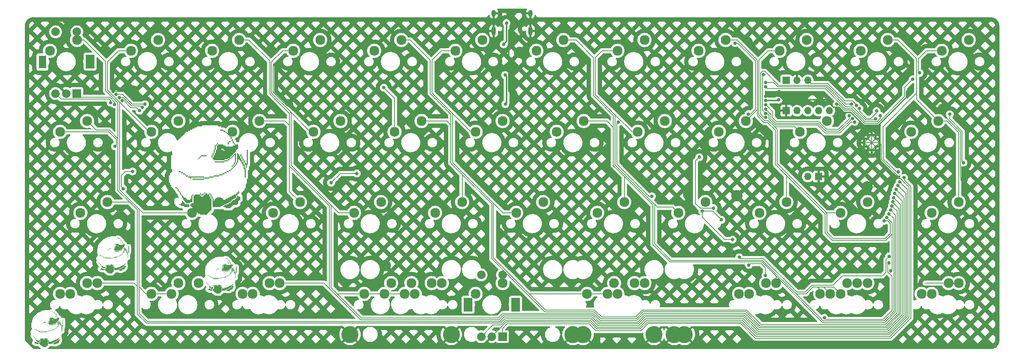
<source format=gbr>
%TF.GenerationSoftware,KiCad,Pcbnew,7.0.7*%
%TF.CreationDate,2023-09-30T22:32:58+02:00*%
%TF.ProjectId,dizzy40,64697a7a-7934-4302-9e6b-696361645f70,rev?*%
%TF.SameCoordinates,Original*%
%TF.FileFunction,Copper,L1,Top*%
%TF.FilePolarity,Positive*%
%FSLAX46Y46*%
G04 Gerber Fmt 4.6, Leading zero omitted, Abs format (unit mm)*
G04 Created by KiCad (PCBNEW 7.0.7) date 2023-09-30 22:32:58*
%MOMM*%
%LPD*%
G01*
G04 APERTURE LIST*
%TA.AperFunction,ComponentPad*%
%ADD10C,2.300000*%
%TD*%
%TA.AperFunction,ComponentPad*%
%ADD11C,4.000000*%
%TD*%
%TA.AperFunction,ComponentPad*%
%ADD12R,1.700000X1.700000*%
%TD*%
%TA.AperFunction,ComponentPad*%
%ADD13O,1.700000X1.700000*%
%TD*%
%TA.AperFunction,ComponentPad*%
%ADD14R,2.000000X2.000000*%
%TD*%
%TA.AperFunction,ComponentPad*%
%ADD15C,2.000000*%
%TD*%
%TA.AperFunction,ComponentPad*%
%ADD16R,2.000000X3.200000*%
%TD*%
%TA.AperFunction,ComponentPad*%
%ADD17C,0.600000*%
%TD*%
%TA.AperFunction,ComponentPad*%
%ADD18R,1.800000X3.000000*%
%TD*%
%TA.AperFunction,ComponentPad*%
%ADD19O,1.000000X1.600000*%
%TD*%
%TA.AperFunction,ComponentPad*%
%ADD20O,1.000000X2.100000*%
%TD*%
%TA.AperFunction,ViaPad*%
%ADD21C,0.800000*%
%TD*%
%TA.AperFunction,Conductor*%
%ADD22C,0.300000*%
%TD*%
%TA.AperFunction,Conductor*%
%ADD23C,0.200000*%
%TD*%
%TA.AperFunction,Conductor*%
%ADD24C,0.210000*%
%TD*%
%TA.AperFunction,Conductor*%
%ADD25C,0.250000*%
%TD*%
G04 APERTURE END LIST*
%TA.AperFunction,EtchedComponent*%
%TO.C,REF\u002A\u002A*%
G36*
X75904362Y-121808424D02*
G01*
X75799710Y-121808424D01*
X75799710Y-121703772D01*
X75904362Y-121703772D01*
X75904362Y-121808424D01*
G37*
%TD.AperFunction*%
%TA.AperFunction,EtchedComponent*%
G36*
X76009013Y-121913072D02*
G01*
X75904362Y-121913072D01*
X75904362Y-121808424D01*
X76009013Y-121808424D01*
X76009013Y-121913072D01*
G37*
%TD.AperFunction*%
%TA.AperFunction,EtchedComponent*%
G36*
X76113665Y-122122375D02*
G01*
X76009013Y-122122375D01*
X76009013Y-121913072D01*
X76113665Y-121913072D01*
X76113665Y-122122375D01*
G37*
%TD.AperFunction*%
%TA.AperFunction,EtchedComponent*%
G36*
X76218316Y-122227026D02*
G01*
X76113665Y-122227026D01*
X76113665Y-122122375D01*
X76218316Y-122122375D01*
X76218316Y-122227026D01*
G37*
%TD.AperFunction*%
%TA.AperFunction,EtchedComponent*%
G36*
X76322968Y-120238654D02*
G01*
X76113665Y-120238654D01*
X76113665Y-120134003D01*
X76322968Y-120134003D01*
X76322968Y-120238654D01*
G37*
%TD.AperFunction*%
%TA.AperFunction,EtchedComponent*%
G36*
X76322968Y-122436329D02*
G01*
X76218316Y-122436329D01*
X76218316Y-122227026D01*
X76322968Y-122227026D01*
X76322968Y-122436329D01*
G37*
%TD.AperFunction*%
%TA.AperFunction,EtchedComponent*%
G36*
X76427616Y-122540981D02*
G01*
X76322968Y-122540981D01*
X76322968Y-122436329D01*
X76427616Y-122436329D01*
X76427616Y-122540981D01*
G37*
%TD.AperFunction*%
%TA.AperFunction,EtchedComponent*%
G36*
X76532267Y-120343306D02*
G01*
X76322968Y-120343306D01*
X76322968Y-120238654D01*
X76532267Y-120238654D01*
X76532267Y-120343306D01*
G37*
%TD.AperFunction*%
%TA.AperFunction,EtchedComponent*%
G36*
X76741571Y-120447958D02*
G01*
X76532267Y-120447958D01*
X76532267Y-120343306D01*
X76741571Y-120343306D01*
X76741571Y-120447958D01*
G37*
%TD.AperFunction*%
%TA.AperFunction,EtchedComponent*%
G36*
X76846222Y-120552609D02*
G01*
X76741571Y-120552609D01*
X76741571Y-120447958D01*
X76846222Y-120447958D01*
X76846222Y-120552609D01*
G37*
%TD.AperFunction*%
%TA.AperFunction,EtchedComponent*%
G36*
X77055525Y-120657261D02*
G01*
X76846222Y-120657261D01*
X76846222Y-120552609D01*
X77055525Y-120552609D01*
X77055525Y-120657261D01*
G37*
%TD.AperFunction*%
%TA.AperFunction,EtchedComponent*%
G36*
X77578779Y-122540981D02*
G01*
X77474128Y-122540981D01*
X77474128Y-122436329D01*
X77578779Y-122436329D01*
X77578779Y-122540981D01*
G37*
%TD.AperFunction*%
%TA.AperFunction,EtchedComponent*%
G36*
X78102037Y-118982840D02*
G01*
X77997385Y-118982840D01*
X77997385Y-118878188D01*
X78102037Y-118878188D01*
X78102037Y-118982840D01*
G37*
%TD.AperFunction*%
%TA.AperFunction,EtchedComponent*%
G36*
X78206688Y-118878188D02*
G01*
X78102037Y-118878188D01*
X78102037Y-118773540D01*
X78206688Y-118773540D01*
X78206688Y-118878188D01*
G37*
%TD.AperFunction*%
%TA.AperFunction,EtchedComponent*%
G36*
X78311340Y-118773540D02*
G01*
X78206688Y-118773540D01*
X78206688Y-118668888D01*
X78311340Y-118668888D01*
X78311340Y-118773540D01*
G37*
%TD.AperFunction*%
%TA.AperFunction,EtchedComponent*%
G36*
X78311340Y-122436329D02*
G01*
X78206688Y-122436329D01*
X78206688Y-122331678D01*
X78311340Y-122331678D01*
X78311340Y-122436329D01*
G37*
%TD.AperFunction*%
%TA.AperFunction,EtchedComponent*%
G36*
X78520639Y-122540981D02*
G01*
X78311340Y-122540981D01*
X78311340Y-122436329D01*
X78520639Y-122436329D01*
X78520639Y-122540981D01*
G37*
%TD.AperFunction*%
%TA.AperFunction,EtchedComponent*%
G36*
X78625291Y-120971212D02*
G01*
X77474128Y-120971212D01*
X77474128Y-120866560D01*
X78625291Y-120866560D01*
X78625291Y-120971212D01*
G37*
%TD.AperFunction*%
%TA.AperFunction,EtchedComponent*%
G36*
X78625291Y-122436329D02*
G01*
X78520639Y-122436329D01*
X78520639Y-122331678D01*
X78625291Y-122331678D01*
X78625291Y-122436329D01*
G37*
%TD.AperFunction*%
%TA.AperFunction,EtchedComponent*%
G36*
X78729942Y-122331678D02*
G01*
X78625291Y-122331678D01*
X78625291Y-122227026D01*
X78729942Y-122227026D01*
X78729942Y-122331678D01*
G37*
%TD.AperFunction*%
%TA.AperFunction,EtchedComponent*%
G36*
X78834594Y-118668888D02*
G01*
X78311340Y-118668888D01*
X78311340Y-118564237D01*
X78834594Y-118564237D01*
X78834594Y-118668888D01*
G37*
%TD.AperFunction*%
%TA.AperFunction,EtchedComponent*%
G36*
X79148548Y-120866560D02*
G01*
X78625291Y-120866560D01*
X78625291Y-120761912D01*
X79148548Y-120761912D01*
X79148548Y-120866560D01*
G37*
%TD.AperFunction*%
%TA.AperFunction,EtchedComponent*%
G36*
X79253199Y-122436329D02*
G01*
X79148548Y-122436329D01*
X79148548Y-122331678D01*
X79253199Y-122331678D01*
X79253199Y-122436329D01*
G37*
%TD.AperFunction*%
%TA.AperFunction,EtchedComponent*%
G36*
X79357848Y-122645632D02*
G01*
X79253199Y-122645632D01*
X79253199Y-122436329D01*
X79357848Y-122436329D01*
X79357848Y-122645632D01*
G37*
%TD.AperFunction*%
%TA.AperFunction,EtchedComponent*%
G36*
X79462499Y-118773540D02*
G01*
X79357848Y-118773540D01*
X79357848Y-118564237D01*
X79462499Y-118564237D01*
X79462499Y-118773540D01*
G37*
%TD.AperFunction*%
%TA.AperFunction,EtchedComponent*%
G36*
X79462499Y-122854932D02*
G01*
X79357848Y-122854932D01*
X79357848Y-122645632D01*
X79462499Y-122645632D01*
X79462499Y-122854932D01*
G37*
%TD.AperFunction*%
%TA.AperFunction,EtchedComponent*%
G36*
X79567151Y-118564237D02*
G01*
X79462499Y-118564237D01*
X79462499Y-118354934D01*
X79567151Y-118354934D01*
X79567151Y-118564237D01*
G37*
%TD.AperFunction*%
%TA.AperFunction,EtchedComponent*%
G36*
X79567151Y-120761912D02*
G01*
X79148548Y-120761912D01*
X79148548Y-120657261D01*
X79567151Y-120657261D01*
X79567151Y-120761912D01*
G37*
%TD.AperFunction*%
%TA.AperFunction,EtchedComponent*%
G36*
X79671802Y-118354934D02*
G01*
X79567151Y-118354934D01*
X79567151Y-118040980D01*
X79671802Y-118040980D01*
X79671802Y-118354934D01*
G37*
%TD.AperFunction*%
%TA.AperFunction,EtchedComponent*%
G36*
X79776454Y-118040980D02*
G01*
X79671802Y-118040980D01*
X79671802Y-117622377D01*
X79776454Y-117622377D01*
X79776454Y-118040980D01*
G37*
%TD.AperFunction*%
%TA.AperFunction,EtchedComponent*%
G36*
X79881105Y-117622377D02*
G01*
X79776454Y-117622377D01*
X79776454Y-117517725D01*
X79881105Y-117517725D01*
X79881105Y-117622377D01*
G37*
%TD.AperFunction*%
%TA.AperFunction,EtchedComponent*%
G36*
X79985757Y-117517725D02*
G01*
X79881105Y-117517725D01*
X79881105Y-117413074D01*
X79985757Y-117413074D01*
X79985757Y-117517725D01*
G37*
%TD.AperFunction*%
%TA.AperFunction,EtchedComponent*%
G36*
X80090409Y-120657261D02*
G01*
X79567151Y-120657261D01*
X79567151Y-120552609D01*
X80090409Y-120552609D01*
X80090409Y-120657261D01*
G37*
%TD.AperFunction*%
%TA.AperFunction,EtchedComponent*%
G36*
X80404360Y-120552609D02*
G01*
X80090409Y-120552609D01*
X80090409Y-120447958D01*
X80404360Y-120447958D01*
X80404360Y-120552609D01*
G37*
%TD.AperFunction*%
%TA.AperFunction,EtchedComponent*%
G36*
X80509011Y-116157259D02*
G01*
X80195060Y-116157259D01*
X80195060Y-116052607D01*
X80509011Y-116052607D01*
X80509011Y-116157259D01*
G37*
%TD.AperFunction*%
%TA.AperFunction,EtchedComponent*%
G36*
X80613663Y-119296794D02*
G01*
X79671802Y-119296794D01*
X79671802Y-119192143D01*
X80613663Y-119192143D01*
X80613663Y-119296794D01*
G37*
%TD.AperFunction*%
%TA.AperFunction,EtchedComponent*%
G36*
X80613663Y-120447958D02*
G01*
X80404360Y-120447958D01*
X80404360Y-120343306D01*
X80613663Y-120343306D01*
X80613663Y-120447958D01*
G37*
%TD.AperFunction*%
%TA.AperFunction,EtchedComponent*%
G36*
X80718314Y-116261911D02*
G01*
X80509011Y-116261911D01*
X80509011Y-116157259D01*
X80718314Y-116157259D01*
X80718314Y-116261911D01*
G37*
%TD.AperFunction*%
%TA.AperFunction,EtchedComponent*%
G36*
X80822965Y-116366562D02*
G01*
X80718314Y-116366562D01*
X80718314Y-116261911D01*
X80822965Y-116261911D01*
X80822965Y-116366562D01*
G37*
%TD.AperFunction*%
%TA.AperFunction,EtchedComponent*%
G36*
X80822965Y-120343306D02*
G01*
X80613663Y-120343306D01*
X80613663Y-120238654D01*
X80822965Y-120238654D01*
X80822965Y-120343306D01*
G37*
%TD.AperFunction*%
%TA.AperFunction,EtchedComponent*%
G36*
X80927617Y-116471214D02*
G01*
X80822965Y-116471214D01*
X80822965Y-116366562D01*
X80927617Y-116366562D01*
X80927617Y-116471214D01*
G37*
%TD.AperFunction*%
%TA.AperFunction,EtchedComponent*%
G36*
X80927617Y-119192143D02*
G01*
X80613663Y-119192143D01*
X80613663Y-119087491D01*
X80927617Y-119087491D01*
X80927617Y-119192143D01*
G37*
%TD.AperFunction*%
%TA.AperFunction,EtchedComponent*%
G36*
X81032268Y-116575865D02*
G01*
X80927617Y-116575865D01*
X80927617Y-116471214D01*
X81032268Y-116471214D01*
X81032268Y-116575865D01*
G37*
%TD.AperFunction*%
%TA.AperFunction,EtchedComponent*%
G36*
X81032268Y-117517725D02*
G01*
X80927617Y-117517725D01*
X80927617Y-117308422D01*
X81032268Y-117308422D01*
X81032268Y-117517725D01*
G37*
%TD.AperFunction*%
%TA.AperFunction,EtchedComponent*%
G36*
X81032268Y-120238654D02*
G01*
X80822965Y-120238654D01*
X80822965Y-120134003D01*
X81032268Y-120134003D01*
X81032268Y-120238654D01*
G37*
%TD.AperFunction*%
%TA.AperFunction,EtchedComponent*%
G36*
X81136920Y-116680517D02*
G01*
X81032268Y-116680517D01*
X81032268Y-116575865D01*
X81136920Y-116575865D01*
X81136920Y-116680517D01*
G37*
%TD.AperFunction*%
%TA.AperFunction,EtchedComponent*%
G36*
X81136920Y-119087491D02*
G01*
X80927617Y-119087491D01*
X80927617Y-118982840D01*
X81136920Y-118982840D01*
X81136920Y-119087491D01*
G37*
%TD.AperFunction*%
%TA.AperFunction,EtchedComponent*%
G36*
X81241571Y-116785168D02*
G01*
X81136920Y-116785168D01*
X81136920Y-116680517D01*
X81241571Y-116680517D01*
X81241571Y-116785168D01*
G37*
%TD.AperFunction*%
%TA.AperFunction,EtchedComponent*%
G36*
X81241571Y-117308422D02*
G01*
X81032268Y-117308422D01*
X81032268Y-117203771D01*
X81241571Y-117203771D01*
X81241571Y-117308422D01*
G37*
%TD.AperFunction*%
%TA.AperFunction,EtchedComponent*%
G36*
X81241571Y-118982840D02*
G01*
X81136920Y-118982840D01*
X81136920Y-118878188D01*
X81241571Y-118878188D01*
X81241571Y-118982840D01*
G37*
%TD.AperFunction*%
%TA.AperFunction,EtchedComponent*%
G36*
X81241571Y-120134003D02*
G01*
X81032268Y-120134003D01*
X81032268Y-120029351D01*
X81241571Y-120029351D01*
X81241571Y-120134003D01*
G37*
%TD.AperFunction*%
%TA.AperFunction,EtchedComponent*%
G36*
X81346219Y-116994468D02*
G01*
X81241571Y-116994468D01*
X81241571Y-116785168D01*
X81346219Y-116785168D01*
X81346219Y-116994468D01*
G37*
%TD.AperFunction*%
%TA.AperFunction,EtchedComponent*%
G36*
X81346219Y-118878188D02*
G01*
X81241571Y-118878188D01*
X81241571Y-118773540D01*
X81346219Y-118773540D01*
X81346219Y-118878188D01*
G37*
%TD.AperFunction*%
%TA.AperFunction,EtchedComponent*%
G36*
X81346219Y-120029351D02*
G01*
X81241571Y-120029351D01*
X81241571Y-119924699D01*
X81346219Y-119924699D01*
X81346219Y-120029351D01*
G37*
%TD.AperFunction*%
%TA.AperFunction,EtchedComponent*%
G36*
X81450871Y-117203771D02*
G01*
X81346219Y-117203771D01*
X81346219Y-116994468D01*
X81450871Y-116994468D01*
X81450871Y-117203771D01*
G37*
%TD.AperFunction*%
%TA.AperFunction,EtchedComponent*%
G36*
X81450871Y-118773540D02*
G01*
X81346219Y-118773540D01*
X81346219Y-118668888D01*
X81450871Y-118668888D01*
X81450871Y-118773540D01*
G37*
%TD.AperFunction*%
%TA.AperFunction,EtchedComponent*%
G36*
X81450871Y-119715400D02*
G01*
X81346219Y-119715400D01*
X81346219Y-119610748D01*
X81450871Y-119610748D01*
X81450871Y-119715400D01*
G37*
%TD.AperFunction*%
%TA.AperFunction,EtchedComponent*%
G36*
X81450871Y-119924699D02*
G01*
X81346219Y-119924699D01*
X81346219Y-119820051D01*
X81450871Y-119820051D01*
X81450871Y-119924699D01*
G37*
%TD.AperFunction*%
%TA.AperFunction,EtchedComponent*%
G36*
X81555523Y-117413074D02*
G01*
X81450871Y-117413074D01*
X81450871Y-117203771D01*
X81555523Y-117203771D01*
X81555523Y-117413074D01*
G37*
%TD.AperFunction*%
%TA.AperFunction,EtchedComponent*%
G36*
X81555523Y-118668888D02*
G01*
X81450871Y-118668888D01*
X81450871Y-118564237D01*
X81555523Y-118564237D01*
X81555523Y-118668888D01*
G37*
%TD.AperFunction*%
%TA.AperFunction,EtchedComponent*%
G36*
X81555523Y-119610748D02*
G01*
X81450871Y-119610748D01*
X81450871Y-119506097D01*
X81555523Y-119506097D01*
X81555523Y-119610748D01*
G37*
%TD.AperFunction*%
%TA.AperFunction,EtchedComponent*%
G36*
X81555523Y-119820051D02*
G01*
X81450871Y-119820051D01*
X81450871Y-119715400D01*
X81555523Y-119715400D01*
X81555523Y-119820051D01*
G37*
%TD.AperFunction*%
%TA.AperFunction,EtchedComponent*%
G36*
X81660174Y-117517725D02*
G01*
X81555523Y-117517725D01*
X81555523Y-117413074D01*
X81660174Y-117413074D01*
X81660174Y-117517725D01*
G37*
%TD.AperFunction*%
%TA.AperFunction,EtchedComponent*%
G36*
X81660174Y-119506097D02*
G01*
X81555523Y-119506097D01*
X81555523Y-119296794D01*
X81660174Y-119296794D01*
X81660174Y-119506097D01*
G37*
%TD.AperFunction*%
%TA.AperFunction,EtchedComponent*%
G36*
X81660174Y-119715400D02*
G01*
X81555523Y-119715400D01*
X81555523Y-119610748D01*
X81660174Y-119610748D01*
X81660174Y-119715400D01*
G37*
%TD.AperFunction*%
%TA.AperFunction,EtchedComponent*%
G36*
X81764826Y-119610748D02*
G01*
X81660174Y-119610748D01*
X81660174Y-119506097D01*
X81764826Y-119506097D01*
X81764826Y-119610748D01*
G37*
%TD.AperFunction*%
%TA.AperFunction,EtchedComponent*%
G36*
X81869477Y-119506097D02*
G01*
X81764826Y-119506097D01*
X81764826Y-119296794D01*
X81869477Y-119296794D01*
X81869477Y-119506097D01*
G37*
%TD.AperFunction*%
%TA.AperFunction,EtchedComponent*%
G36*
X82288083Y-118668888D02*
G01*
X82183431Y-118668888D01*
X82183431Y-118459585D01*
X82288083Y-118459585D01*
X82288083Y-118668888D01*
G37*
%TD.AperFunction*%
%TA.AperFunction,EtchedComponent*%
G36*
X82392731Y-118878188D02*
G01*
X82288083Y-118878188D01*
X82288083Y-118668888D01*
X82392731Y-118668888D01*
X82392731Y-118878188D01*
G37*
%TD.AperFunction*%
%TA.AperFunction,EtchedComponent*%
G36*
X82497383Y-119087491D02*
G01*
X82392731Y-119087491D01*
X82392731Y-118878188D01*
X82497383Y-118878188D01*
X82497383Y-119087491D01*
G37*
%TD.AperFunction*%
%TA.AperFunction,EtchedComponent*%
G36*
X82602034Y-119296794D02*
G01*
X82497383Y-119296794D01*
X82497383Y-119087491D01*
X82602034Y-119087491D01*
X82602034Y-119296794D01*
G37*
%TD.AperFunction*%
%TA.AperFunction,EtchedComponent*%
G36*
X78625291Y-120761912D02*
G01*
X77369476Y-120761912D01*
X77369476Y-120866560D01*
X77264828Y-120866560D01*
X77264828Y-120761912D01*
X77055525Y-120761912D01*
X77055525Y-120657261D01*
X78625291Y-120657261D01*
X78625291Y-120761912D01*
G37*
%TD.AperFunction*%
%TA.AperFunction,EtchedComponent*%
G36*
X81764826Y-119296794D02*
G01*
X81660174Y-119296794D01*
X81660174Y-118564237D01*
X81555523Y-118564237D01*
X81555523Y-118459585D01*
X81660174Y-118459585D01*
X81660174Y-118354934D01*
X81764826Y-118354934D01*
X81764826Y-119296794D01*
G37*
%TD.AperFunction*%
%TA.AperFunction,EtchedComponent*%
G36*
X82915988Y-119506097D02*
G01*
X82811337Y-119506097D01*
X82811337Y-119820051D01*
X82706685Y-119820051D01*
X82706685Y-119506097D01*
X82602034Y-119506097D01*
X82602034Y-119296794D01*
X82706685Y-119296794D01*
X82706685Y-119401446D01*
X82811337Y-119401446D01*
X82811337Y-118040980D01*
X82915988Y-118040980D01*
X82915988Y-119506097D01*
G37*
%TD.AperFunction*%
%TA.AperFunction,EtchedComponent*%
G36*
X76532267Y-123168886D02*
G01*
X76636919Y-123168886D01*
X76636919Y-123273538D01*
X76741571Y-123273538D01*
X76741571Y-123378189D01*
X77160177Y-123378189D01*
X77160177Y-123692144D01*
X76636919Y-123692144D01*
X76636919Y-123587492D01*
X76322968Y-123587492D01*
X76322968Y-123482841D01*
X76113665Y-123482841D01*
X76113665Y-123378189D01*
X76322968Y-123378189D01*
X76322968Y-123273538D01*
X76427616Y-123273538D01*
X76427616Y-123064235D01*
X76532267Y-123064235D01*
X76532267Y-123168886D01*
G37*
%TD.AperFunction*%
%TA.AperFunction,EtchedComponent*%
G36*
X76532267Y-122645632D02*
G01*
X76636919Y-122645632D01*
X76636919Y-122750283D01*
X76846222Y-122750283D01*
X76846222Y-122854932D01*
X76950873Y-122854932D01*
X76950873Y-122959583D01*
X77264828Y-122959583D01*
X77264828Y-122854932D01*
X77369476Y-122854932D01*
X77369476Y-122540981D01*
X77474128Y-122540981D01*
X77474128Y-123168886D01*
X77264828Y-123168886D01*
X77264828Y-123273538D01*
X76846222Y-123273538D01*
X76846222Y-123168886D01*
X76741571Y-123168886D01*
X76741571Y-123064235D01*
X76636919Y-123064235D01*
X76636919Y-122959583D01*
X76532267Y-122959583D01*
X76532267Y-122750283D01*
X76427616Y-122750283D01*
X76427616Y-122540981D01*
X76532267Y-122540981D01*
X76532267Y-122645632D01*
G37*
%TD.AperFunction*%
%TA.AperFunction,EtchedComponent*%
G36*
X81974129Y-118459585D02*
G01*
X82078780Y-118459585D01*
X82078780Y-118668888D01*
X82183431Y-118668888D01*
X82183431Y-118878188D01*
X82288083Y-118878188D01*
X82288083Y-119087491D01*
X82392731Y-119087491D01*
X82392731Y-119296794D01*
X82497383Y-119296794D01*
X82497383Y-119506097D01*
X82602034Y-119506097D01*
X82602034Y-119820051D01*
X82706685Y-119820051D01*
X82706685Y-120761912D01*
X82602034Y-120761912D01*
X82602034Y-119924699D01*
X82497383Y-119924699D01*
X82497383Y-119610748D01*
X82392731Y-119610748D01*
X82392731Y-119401446D01*
X82288083Y-119401446D01*
X82288083Y-119192143D01*
X82183431Y-119192143D01*
X82183431Y-119087491D01*
X82078780Y-119087491D01*
X82078780Y-118982840D01*
X81974129Y-118982840D01*
X81974129Y-119296794D01*
X81869477Y-119296794D01*
X81869477Y-118354934D01*
X81974129Y-118354934D01*
X81974129Y-118459585D01*
G37*
%TD.AperFunction*%
%TA.AperFunction,EtchedComponent*%
G36*
X81974129Y-122645636D02*
G01*
X82183431Y-122645636D01*
X82183431Y-122959583D01*
X82078780Y-122959583D01*
X82078780Y-123064235D01*
X81974129Y-123064235D01*
X81974129Y-123378185D01*
X81869474Y-123378185D01*
X81869474Y-123482838D01*
X81450871Y-123482838D01*
X81450871Y-123587492D01*
X81346219Y-123587492D01*
X81346219Y-123692144D01*
X81241568Y-123692144D01*
X81241568Y-123796795D01*
X80718310Y-123796795D01*
X80718310Y-123692144D01*
X80509014Y-123692144D01*
X80509014Y-123587492D01*
X80613658Y-123587492D01*
X80613658Y-123482838D01*
X80822965Y-123482838D01*
X80822965Y-123378185D01*
X81032272Y-123378185D01*
X81032272Y-123273541D01*
X81241568Y-123273541D01*
X81241568Y-123168889D01*
X81346219Y-123168889D01*
X81346219Y-123064235D01*
X81450871Y-123064235D01*
X81450871Y-122959583D01*
X81660178Y-122959583D01*
X81660178Y-122854932D01*
X81764821Y-122854932D01*
X81764821Y-122750276D01*
X81869474Y-122750276D01*
X81869474Y-122540981D01*
X81974129Y-122540981D01*
X81974129Y-122645636D01*
G37*
%TD.AperFunction*%
%TA.AperFunction,EtchedComponent*%
G36*
X78939242Y-122436329D02*
G01*
X79148548Y-122436329D01*
X79148548Y-122645636D01*
X79253199Y-122645636D01*
X79253199Y-122854932D01*
X79357851Y-122854932D01*
X79357851Y-124006095D01*
X79253199Y-124006095D01*
X79253199Y-124110747D01*
X79148548Y-124110747D01*
X79148548Y-124215398D01*
X79043893Y-124215398D01*
X79043893Y-124320052D01*
X78939242Y-124320052D01*
X78939242Y-124424704D01*
X78206692Y-124424704D01*
X78206692Y-124320052D01*
X77997385Y-124320052D01*
X77997385Y-124215398D01*
X77892730Y-124215398D01*
X77892730Y-124110747D01*
X77788078Y-124110747D01*
X77788078Y-124006095D01*
X77578783Y-124006095D01*
X77578783Y-123901440D01*
X77474131Y-123901440D01*
X77474131Y-123692144D01*
X77369476Y-123692144D01*
X77369476Y-123587492D01*
X77264824Y-123587492D01*
X77264824Y-123378185D01*
X77369476Y-123378185D01*
X77369476Y-123273541D01*
X77578783Y-123273541D01*
X77578783Y-122540981D01*
X77683434Y-122540981D01*
X77683434Y-122436329D01*
X78206692Y-122436329D01*
X78206692Y-122540981D01*
X78311333Y-122540981D01*
X78311333Y-122645636D01*
X78520639Y-122645636D01*
X78520639Y-122540981D01*
X78625291Y-122540981D01*
X78625291Y-122436329D01*
X78729946Y-122436329D01*
X78729946Y-122331674D01*
X78939242Y-122331674D01*
X78939242Y-122436329D01*
G37*
%TD.AperFunction*%
%TA.AperFunction,EtchedComponent*%
G36*
X82078780Y-122331678D02*
G01*
X81974129Y-122331678D01*
X81974129Y-122436329D01*
X81869477Y-122436329D01*
X81869477Y-122540981D01*
X81764826Y-122540981D01*
X81764826Y-122750283D01*
X81660174Y-122750283D01*
X81660174Y-122854932D01*
X81450871Y-122854932D01*
X81450871Y-122959583D01*
X81346219Y-122959583D01*
X81346219Y-123064235D01*
X81241571Y-123064235D01*
X81241571Y-123168886D01*
X81032268Y-123168886D01*
X81032268Y-123273538D01*
X80822965Y-123273538D01*
X80822965Y-123378189D01*
X80613663Y-123378189D01*
X80613663Y-123482841D01*
X80404360Y-123482841D01*
X80404360Y-123587492D01*
X80195060Y-123587492D01*
X80195060Y-123692144D01*
X79462499Y-123692144D01*
X79462499Y-122854932D01*
X79567151Y-122854932D01*
X79567151Y-123064235D01*
X79671802Y-123064235D01*
X79671802Y-123168886D01*
X80090409Y-123168886D01*
X80090409Y-123064235D01*
X80404360Y-123064235D01*
X80404360Y-122959583D01*
X80718314Y-122959583D01*
X80718314Y-122854932D01*
X80927617Y-122854932D01*
X80927617Y-122750283D01*
X81136920Y-122750283D01*
X81136920Y-122645632D01*
X81346219Y-122645632D01*
X81346219Y-122540981D01*
X81555523Y-122540981D01*
X81555523Y-122436329D01*
X81764826Y-122436329D01*
X81764826Y-122331678D01*
X81869477Y-122331678D01*
X81869477Y-122227026D01*
X81974129Y-122227026D01*
X81974129Y-122122375D01*
X82078780Y-122122375D01*
X82078780Y-122331678D01*
G37*
%TD.AperFunction*%
%TA.AperFunction,EtchedComponent*%
G36*
X80509010Y-117622384D02*
G01*
X80718306Y-117622384D01*
X80718306Y-117727035D01*
X81450867Y-117727035D01*
X81450867Y-117622384D01*
X81660173Y-117622384D01*
X81660173Y-117517739D01*
X81974121Y-117517739D01*
X81974121Y-117936342D01*
X81869470Y-117936342D01*
X81869470Y-118040994D01*
X81764818Y-118040994D01*
X81764818Y-118250290D01*
X81660173Y-118250290D01*
X81660173Y-118354941D01*
X81555522Y-118354941D01*
X81555522Y-118459593D01*
X81450870Y-118459593D01*
X81450870Y-118564244D01*
X81346219Y-118564244D01*
X81346219Y-118668895D01*
X81241567Y-118668895D01*
X81241567Y-118773540D01*
X81136923Y-118773540D01*
X81136923Y-118878192D01*
X80927616Y-118878192D01*
X80927616Y-118982843D01*
X80613658Y-118982843D01*
X80613658Y-119087505D01*
X79567150Y-119087505D01*
X79567150Y-118982854D01*
X79462499Y-118982854D01*
X79462499Y-118773547D01*
X79567150Y-118773547D01*
X79567150Y-118564251D01*
X79671802Y-118564251D01*
X79671802Y-118354944D01*
X79776453Y-118354944D01*
X79776453Y-118040997D01*
X79881105Y-118040997D01*
X79881105Y-117936335D01*
X80299707Y-117936335D01*
X80299707Y-118040986D01*
X80509014Y-118040986D01*
X80509014Y-118145631D01*
X80613658Y-118145631D01*
X80613658Y-118040986D01*
X80509014Y-118040986D01*
X80509014Y-117936335D01*
X80299707Y-117936335D01*
X79881105Y-117936335D01*
X79881105Y-117622384D01*
X79985756Y-117622384D01*
X79985756Y-117517739D01*
X80509010Y-117517739D01*
X80509010Y-117622384D01*
G37*
%TD.AperFunction*%
%TA.AperFunction,EtchedComponent*%
G36*
X35137362Y-134356024D02*
G01*
X35032710Y-134356024D01*
X35032710Y-134251372D01*
X35137362Y-134251372D01*
X35137362Y-134356024D01*
G37*
%TD.AperFunction*%
%TA.AperFunction,EtchedComponent*%
G36*
X35242013Y-134460672D02*
G01*
X35137362Y-134460672D01*
X35137362Y-134356024D01*
X35242013Y-134356024D01*
X35242013Y-134460672D01*
G37*
%TD.AperFunction*%
%TA.AperFunction,EtchedComponent*%
G36*
X35346665Y-134669975D02*
G01*
X35242013Y-134669975D01*
X35242013Y-134460672D01*
X35346665Y-134460672D01*
X35346665Y-134669975D01*
G37*
%TD.AperFunction*%
%TA.AperFunction,EtchedComponent*%
G36*
X35451316Y-134774626D02*
G01*
X35346665Y-134774626D01*
X35346665Y-134669975D01*
X35451316Y-134669975D01*
X35451316Y-134774626D01*
G37*
%TD.AperFunction*%
%TA.AperFunction,EtchedComponent*%
G36*
X35555968Y-132786254D02*
G01*
X35346665Y-132786254D01*
X35346665Y-132681603D01*
X35555968Y-132681603D01*
X35555968Y-132786254D01*
G37*
%TD.AperFunction*%
%TA.AperFunction,EtchedComponent*%
G36*
X35555968Y-134983929D02*
G01*
X35451316Y-134983929D01*
X35451316Y-134774626D01*
X35555968Y-134774626D01*
X35555968Y-134983929D01*
G37*
%TD.AperFunction*%
%TA.AperFunction,EtchedComponent*%
G36*
X35660616Y-135088581D02*
G01*
X35555968Y-135088581D01*
X35555968Y-134983929D01*
X35660616Y-134983929D01*
X35660616Y-135088581D01*
G37*
%TD.AperFunction*%
%TA.AperFunction,EtchedComponent*%
G36*
X35765267Y-132890906D02*
G01*
X35555968Y-132890906D01*
X35555968Y-132786254D01*
X35765267Y-132786254D01*
X35765267Y-132890906D01*
G37*
%TD.AperFunction*%
%TA.AperFunction,EtchedComponent*%
G36*
X35974571Y-132995558D02*
G01*
X35765267Y-132995558D01*
X35765267Y-132890906D01*
X35974571Y-132890906D01*
X35974571Y-132995558D01*
G37*
%TD.AperFunction*%
%TA.AperFunction,EtchedComponent*%
G36*
X36079222Y-133100209D02*
G01*
X35974571Y-133100209D01*
X35974571Y-132995558D01*
X36079222Y-132995558D01*
X36079222Y-133100209D01*
G37*
%TD.AperFunction*%
%TA.AperFunction,EtchedComponent*%
G36*
X36288525Y-133204861D02*
G01*
X36079222Y-133204861D01*
X36079222Y-133100209D01*
X36288525Y-133100209D01*
X36288525Y-133204861D01*
G37*
%TD.AperFunction*%
%TA.AperFunction,EtchedComponent*%
G36*
X36811779Y-135088581D02*
G01*
X36707128Y-135088581D01*
X36707128Y-134983929D01*
X36811779Y-134983929D01*
X36811779Y-135088581D01*
G37*
%TD.AperFunction*%
%TA.AperFunction,EtchedComponent*%
G36*
X37335037Y-131530440D02*
G01*
X37230385Y-131530440D01*
X37230385Y-131425788D01*
X37335037Y-131425788D01*
X37335037Y-131530440D01*
G37*
%TD.AperFunction*%
%TA.AperFunction,EtchedComponent*%
G36*
X37439688Y-131425788D02*
G01*
X37335037Y-131425788D01*
X37335037Y-131321140D01*
X37439688Y-131321140D01*
X37439688Y-131425788D01*
G37*
%TD.AperFunction*%
%TA.AperFunction,EtchedComponent*%
G36*
X37544340Y-131321140D02*
G01*
X37439688Y-131321140D01*
X37439688Y-131216488D01*
X37544340Y-131216488D01*
X37544340Y-131321140D01*
G37*
%TD.AperFunction*%
%TA.AperFunction,EtchedComponent*%
G36*
X37544340Y-134983929D02*
G01*
X37439688Y-134983929D01*
X37439688Y-134879278D01*
X37544340Y-134879278D01*
X37544340Y-134983929D01*
G37*
%TD.AperFunction*%
%TA.AperFunction,EtchedComponent*%
G36*
X37753639Y-135088581D02*
G01*
X37544340Y-135088581D01*
X37544340Y-134983929D01*
X37753639Y-134983929D01*
X37753639Y-135088581D01*
G37*
%TD.AperFunction*%
%TA.AperFunction,EtchedComponent*%
G36*
X37858291Y-133518812D02*
G01*
X36707128Y-133518812D01*
X36707128Y-133414160D01*
X37858291Y-133414160D01*
X37858291Y-133518812D01*
G37*
%TD.AperFunction*%
%TA.AperFunction,EtchedComponent*%
G36*
X37858291Y-134983929D02*
G01*
X37753639Y-134983929D01*
X37753639Y-134879278D01*
X37858291Y-134879278D01*
X37858291Y-134983929D01*
G37*
%TD.AperFunction*%
%TA.AperFunction,EtchedComponent*%
G36*
X37962942Y-134879278D02*
G01*
X37858291Y-134879278D01*
X37858291Y-134774626D01*
X37962942Y-134774626D01*
X37962942Y-134879278D01*
G37*
%TD.AperFunction*%
%TA.AperFunction,EtchedComponent*%
G36*
X38067594Y-131216488D02*
G01*
X37544340Y-131216488D01*
X37544340Y-131111837D01*
X38067594Y-131111837D01*
X38067594Y-131216488D01*
G37*
%TD.AperFunction*%
%TA.AperFunction,EtchedComponent*%
G36*
X38381548Y-133414160D02*
G01*
X37858291Y-133414160D01*
X37858291Y-133309512D01*
X38381548Y-133309512D01*
X38381548Y-133414160D01*
G37*
%TD.AperFunction*%
%TA.AperFunction,EtchedComponent*%
G36*
X38486199Y-134983929D02*
G01*
X38381548Y-134983929D01*
X38381548Y-134879278D01*
X38486199Y-134879278D01*
X38486199Y-134983929D01*
G37*
%TD.AperFunction*%
%TA.AperFunction,EtchedComponent*%
G36*
X38590848Y-135193232D02*
G01*
X38486199Y-135193232D01*
X38486199Y-134983929D01*
X38590848Y-134983929D01*
X38590848Y-135193232D01*
G37*
%TD.AperFunction*%
%TA.AperFunction,EtchedComponent*%
G36*
X38695499Y-131321140D02*
G01*
X38590848Y-131321140D01*
X38590848Y-131111837D01*
X38695499Y-131111837D01*
X38695499Y-131321140D01*
G37*
%TD.AperFunction*%
%TA.AperFunction,EtchedComponent*%
G36*
X38695499Y-135402532D02*
G01*
X38590848Y-135402532D01*
X38590848Y-135193232D01*
X38695499Y-135193232D01*
X38695499Y-135402532D01*
G37*
%TD.AperFunction*%
%TA.AperFunction,EtchedComponent*%
G36*
X38800151Y-131111837D02*
G01*
X38695499Y-131111837D01*
X38695499Y-130902534D01*
X38800151Y-130902534D01*
X38800151Y-131111837D01*
G37*
%TD.AperFunction*%
%TA.AperFunction,EtchedComponent*%
G36*
X38800151Y-133309512D02*
G01*
X38381548Y-133309512D01*
X38381548Y-133204861D01*
X38800151Y-133204861D01*
X38800151Y-133309512D01*
G37*
%TD.AperFunction*%
%TA.AperFunction,EtchedComponent*%
G36*
X38904802Y-130902534D02*
G01*
X38800151Y-130902534D01*
X38800151Y-130588580D01*
X38904802Y-130588580D01*
X38904802Y-130902534D01*
G37*
%TD.AperFunction*%
%TA.AperFunction,EtchedComponent*%
G36*
X39009454Y-130588580D02*
G01*
X38904802Y-130588580D01*
X38904802Y-130169977D01*
X39009454Y-130169977D01*
X39009454Y-130588580D01*
G37*
%TD.AperFunction*%
%TA.AperFunction,EtchedComponent*%
G36*
X39114105Y-130169977D02*
G01*
X39009454Y-130169977D01*
X39009454Y-130065325D01*
X39114105Y-130065325D01*
X39114105Y-130169977D01*
G37*
%TD.AperFunction*%
%TA.AperFunction,EtchedComponent*%
G36*
X39218757Y-130065325D02*
G01*
X39114105Y-130065325D01*
X39114105Y-129960674D01*
X39218757Y-129960674D01*
X39218757Y-130065325D01*
G37*
%TD.AperFunction*%
%TA.AperFunction,EtchedComponent*%
G36*
X39323409Y-133204861D02*
G01*
X38800151Y-133204861D01*
X38800151Y-133100209D01*
X39323409Y-133100209D01*
X39323409Y-133204861D01*
G37*
%TD.AperFunction*%
%TA.AperFunction,EtchedComponent*%
G36*
X39637360Y-133100209D02*
G01*
X39323409Y-133100209D01*
X39323409Y-132995558D01*
X39637360Y-132995558D01*
X39637360Y-133100209D01*
G37*
%TD.AperFunction*%
%TA.AperFunction,EtchedComponent*%
G36*
X39742011Y-128704859D02*
G01*
X39428060Y-128704859D01*
X39428060Y-128600207D01*
X39742011Y-128600207D01*
X39742011Y-128704859D01*
G37*
%TD.AperFunction*%
%TA.AperFunction,EtchedComponent*%
G36*
X39846663Y-131844394D02*
G01*
X38904802Y-131844394D01*
X38904802Y-131739743D01*
X39846663Y-131739743D01*
X39846663Y-131844394D01*
G37*
%TD.AperFunction*%
%TA.AperFunction,EtchedComponent*%
G36*
X39846663Y-132995558D02*
G01*
X39637360Y-132995558D01*
X39637360Y-132890906D01*
X39846663Y-132890906D01*
X39846663Y-132995558D01*
G37*
%TD.AperFunction*%
%TA.AperFunction,EtchedComponent*%
G36*
X39951314Y-128809511D02*
G01*
X39742011Y-128809511D01*
X39742011Y-128704859D01*
X39951314Y-128704859D01*
X39951314Y-128809511D01*
G37*
%TD.AperFunction*%
%TA.AperFunction,EtchedComponent*%
G36*
X40055965Y-128914162D02*
G01*
X39951314Y-128914162D01*
X39951314Y-128809511D01*
X40055965Y-128809511D01*
X40055965Y-128914162D01*
G37*
%TD.AperFunction*%
%TA.AperFunction,EtchedComponent*%
G36*
X40055965Y-132890906D02*
G01*
X39846663Y-132890906D01*
X39846663Y-132786254D01*
X40055965Y-132786254D01*
X40055965Y-132890906D01*
G37*
%TD.AperFunction*%
%TA.AperFunction,EtchedComponent*%
G36*
X40160617Y-129018814D02*
G01*
X40055965Y-129018814D01*
X40055965Y-128914162D01*
X40160617Y-128914162D01*
X40160617Y-129018814D01*
G37*
%TD.AperFunction*%
%TA.AperFunction,EtchedComponent*%
G36*
X40160617Y-131739743D02*
G01*
X39846663Y-131739743D01*
X39846663Y-131635091D01*
X40160617Y-131635091D01*
X40160617Y-131739743D01*
G37*
%TD.AperFunction*%
%TA.AperFunction,EtchedComponent*%
G36*
X40265268Y-129123465D02*
G01*
X40160617Y-129123465D01*
X40160617Y-129018814D01*
X40265268Y-129018814D01*
X40265268Y-129123465D01*
G37*
%TD.AperFunction*%
%TA.AperFunction,EtchedComponent*%
G36*
X40265268Y-130065325D02*
G01*
X40160617Y-130065325D01*
X40160617Y-129856022D01*
X40265268Y-129856022D01*
X40265268Y-130065325D01*
G37*
%TD.AperFunction*%
%TA.AperFunction,EtchedComponent*%
G36*
X40265268Y-132786254D02*
G01*
X40055965Y-132786254D01*
X40055965Y-132681603D01*
X40265268Y-132681603D01*
X40265268Y-132786254D01*
G37*
%TD.AperFunction*%
%TA.AperFunction,EtchedComponent*%
G36*
X40369920Y-129228117D02*
G01*
X40265268Y-129228117D01*
X40265268Y-129123465D01*
X40369920Y-129123465D01*
X40369920Y-129228117D01*
G37*
%TD.AperFunction*%
%TA.AperFunction,EtchedComponent*%
G36*
X40369920Y-131635091D02*
G01*
X40160617Y-131635091D01*
X40160617Y-131530440D01*
X40369920Y-131530440D01*
X40369920Y-131635091D01*
G37*
%TD.AperFunction*%
%TA.AperFunction,EtchedComponent*%
G36*
X40474571Y-129332768D02*
G01*
X40369920Y-129332768D01*
X40369920Y-129228117D01*
X40474571Y-129228117D01*
X40474571Y-129332768D01*
G37*
%TD.AperFunction*%
%TA.AperFunction,EtchedComponent*%
G36*
X40474571Y-129856022D02*
G01*
X40265268Y-129856022D01*
X40265268Y-129751371D01*
X40474571Y-129751371D01*
X40474571Y-129856022D01*
G37*
%TD.AperFunction*%
%TA.AperFunction,EtchedComponent*%
G36*
X40474571Y-131530440D02*
G01*
X40369920Y-131530440D01*
X40369920Y-131425788D01*
X40474571Y-131425788D01*
X40474571Y-131530440D01*
G37*
%TD.AperFunction*%
%TA.AperFunction,EtchedComponent*%
G36*
X40474571Y-132681603D02*
G01*
X40265268Y-132681603D01*
X40265268Y-132576951D01*
X40474571Y-132576951D01*
X40474571Y-132681603D01*
G37*
%TD.AperFunction*%
%TA.AperFunction,EtchedComponent*%
G36*
X40579219Y-129542068D02*
G01*
X40474571Y-129542068D01*
X40474571Y-129332768D01*
X40579219Y-129332768D01*
X40579219Y-129542068D01*
G37*
%TD.AperFunction*%
%TA.AperFunction,EtchedComponent*%
G36*
X40579219Y-131425788D02*
G01*
X40474571Y-131425788D01*
X40474571Y-131321140D01*
X40579219Y-131321140D01*
X40579219Y-131425788D01*
G37*
%TD.AperFunction*%
%TA.AperFunction,EtchedComponent*%
G36*
X40579219Y-132576951D02*
G01*
X40474571Y-132576951D01*
X40474571Y-132472299D01*
X40579219Y-132472299D01*
X40579219Y-132576951D01*
G37*
%TD.AperFunction*%
%TA.AperFunction,EtchedComponent*%
G36*
X40683871Y-129751371D02*
G01*
X40579219Y-129751371D01*
X40579219Y-129542068D01*
X40683871Y-129542068D01*
X40683871Y-129751371D01*
G37*
%TD.AperFunction*%
%TA.AperFunction,EtchedComponent*%
G36*
X40683871Y-131321140D02*
G01*
X40579219Y-131321140D01*
X40579219Y-131216488D01*
X40683871Y-131216488D01*
X40683871Y-131321140D01*
G37*
%TD.AperFunction*%
%TA.AperFunction,EtchedComponent*%
G36*
X40683871Y-132263000D02*
G01*
X40579219Y-132263000D01*
X40579219Y-132158348D01*
X40683871Y-132158348D01*
X40683871Y-132263000D01*
G37*
%TD.AperFunction*%
%TA.AperFunction,EtchedComponent*%
G36*
X40683871Y-132472299D02*
G01*
X40579219Y-132472299D01*
X40579219Y-132367651D01*
X40683871Y-132367651D01*
X40683871Y-132472299D01*
G37*
%TD.AperFunction*%
%TA.AperFunction,EtchedComponent*%
G36*
X40788523Y-129960674D02*
G01*
X40683871Y-129960674D01*
X40683871Y-129751371D01*
X40788523Y-129751371D01*
X40788523Y-129960674D01*
G37*
%TD.AperFunction*%
%TA.AperFunction,EtchedComponent*%
G36*
X40788523Y-131216488D02*
G01*
X40683871Y-131216488D01*
X40683871Y-131111837D01*
X40788523Y-131111837D01*
X40788523Y-131216488D01*
G37*
%TD.AperFunction*%
%TA.AperFunction,EtchedComponent*%
G36*
X40788523Y-132158348D02*
G01*
X40683871Y-132158348D01*
X40683871Y-132053697D01*
X40788523Y-132053697D01*
X40788523Y-132158348D01*
G37*
%TD.AperFunction*%
%TA.AperFunction,EtchedComponent*%
G36*
X40788523Y-132367651D02*
G01*
X40683871Y-132367651D01*
X40683871Y-132263000D01*
X40788523Y-132263000D01*
X40788523Y-132367651D01*
G37*
%TD.AperFunction*%
%TA.AperFunction,EtchedComponent*%
G36*
X40893174Y-130065325D02*
G01*
X40788523Y-130065325D01*
X40788523Y-129960674D01*
X40893174Y-129960674D01*
X40893174Y-130065325D01*
G37*
%TD.AperFunction*%
%TA.AperFunction,EtchedComponent*%
G36*
X40893174Y-132053697D02*
G01*
X40788523Y-132053697D01*
X40788523Y-131844394D01*
X40893174Y-131844394D01*
X40893174Y-132053697D01*
G37*
%TD.AperFunction*%
%TA.AperFunction,EtchedComponent*%
G36*
X40893174Y-132263000D02*
G01*
X40788523Y-132263000D01*
X40788523Y-132158348D01*
X40893174Y-132158348D01*
X40893174Y-132263000D01*
G37*
%TD.AperFunction*%
%TA.AperFunction,EtchedComponent*%
G36*
X40997826Y-132158348D02*
G01*
X40893174Y-132158348D01*
X40893174Y-132053697D01*
X40997826Y-132053697D01*
X40997826Y-132158348D01*
G37*
%TD.AperFunction*%
%TA.AperFunction,EtchedComponent*%
G36*
X41102477Y-132053697D02*
G01*
X40997826Y-132053697D01*
X40997826Y-131844394D01*
X41102477Y-131844394D01*
X41102477Y-132053697D01*
G37*
%TD.AperFunction*%
%TA.AperFunction,EtchedComponent*%
G36*
X41521083Y-131216488D02*
G01*
X41416431Y-131216488D01*
X41416431Y-131007185D01*
X41521083Y-131007185D01*
X41521083Y-131216488D01*
G37*
%TD.AperFunction*%
%TA.AperFunction,EtchedComponent*%
G36*
X41625731Y-131425788D02*
G01*
X41521083Y-131425788D01*
X41521083Y-131216488D01*
X41625731Y-131216488D01*
X41625731Y-131425788D01*
G37*
%TD.AperFunction*%
%TA.AperFunction,EtchedComponent*%
G36*
X41730383Y-131635091D02*
G01*
X41625731Y-131635091D01*
X41625731Y-131425788D01*
X41730383Y-131425788D01*
X41730383Y-131635091D01*
G37*
%TD.AperFunction*%
%TA.AperFunction,EtchedComponent*%
G36*
X41835034Y-131844394D02*
G01*
X41730383Y-131844394D01*
X41730383Y-131635091D01*
X41835034Y-131635091D01*
X41835034Y-131844394D01*
G37*
%TD.AperFunction*%
%TA.AperFunction,EtchedComponent*%
G36*
X37858291Y-133309512D02*
G01*
X36602476Y-133309512D01*
X36602476Y-133414160D01*
X36497828Y-133414160D01*
X36497828Y-133309512D01*
X36288525Y-133309512D01*
X36288525Y-133204861D01*
X37858291Y-133204861D01*
X37858291Y-133309512D01*
G37*
%TD.AperFunction*%
%TA.AperFunction,EtchedComponent*%
G36*
X40997826Y-131844394D02*
G01*
X40893174Y-131844394D01*
X40893174Y-131111837D01*
X40788523Y-131111837D01*
X40788523Y-131007185D01*
X40893174Y-131007185D01*
X40893174Y-130902534D01*
X40997826Y-130902534D01*
X40997826Y-131844394D01*
G37*
%TD.AperFunction*%
%TA.AperFunction,EtchedComponent*%
G36*
X42148988Y-132053697D02*
G01*
X42044337Y-132053697D01*
X42044337Y-132367651D01*
X41939685Y-132367651D01*
X41939685Y-132053697D01*
X41835034Y-132053697D01*
X41835034Y-131844394D01*
X41939685Y-131844394D01*
X41939685Y-131949046D01*
X42044337Y-131949046D01*
X42044337Y-130588580D01*
X42148988Y-130588580D01*
X42148988Y-132053697D01*
G37*
%TD.AperFunction*%
%TA.AperFunction,EtchedComponent*%
G36*
X35765267Y-135716486D02*
G01*
X35869919Y-135716486D01*
X35869919Y-135821138D01*
X35974571Y-135821138D01*
X35974571Y-135925789D01*
X36393177Y-135925789D01*
X36393177Y-136239744D01*
X35869919Y-136239744D01*
X35869919Y-136135092D01*
X35555968Y-136135092D01*
X35555968Y-136030441D01*
X35346665Y-136030441D01*
X35346665Y-135925789D01*
X35555968Y-135925789D01*
X35555968Y-135821138D01*
X35660616Y-135821138D01*
X35660616Y-135611835D01*
X35765267Y-135611835D01*
X35765267Y-135716486D01*
G37*
%TD.AperFunction*%
%TA.AperFunction,EtchedComponent*%
G36*
X35765267Y-135193232D02*
G01*
X35869919Y-135193232D01*
X35869919Y-135297883D01*
X36079222Y-135297883D01*
X36079222Y-135402532D01*
X36183873Y-135402532D01*
X36183873Y-135507183D01*
X36497828Y-135507183D01*
X36497828Y-135402532D01*
X36602476Y-135402532D01*
X36602476Y-135088581D01*
X36707128Y-135088581D01*
X36707128Y-135716486D01*
X36497828Y-135716486D01*
X36497828Y-135821138D01*
X36079222Y-135821138D01*
X36079222Y-135716486D01*
X35974571Y-135716486D01*
X35974571Y-135611835D01*
X35869919Y-135611835D01*
X35869919Y-135507183D01*
X35765267Y-135507183D01*
X35765267Y-135297883D01*
X35660616Y-135297883D01*
X35660616Y-135088581D01*
X35765267Y-135088581D01*
X35765267Y-135193232D01*
G37*
%TD.AperFunction*%
%TA.AperFunction,EtchedComponent*%
G36*
X41207129Y-131007185D02*
G01*
X41311780Y-131007185D01*
X41311780Y-131216488D01*
X41416431Y-131216488D01*
X41416431Y-131425788D01*
X41521083Y-131425788D01*
X41521083Y-131635091D01*
X41625731Y-131635091D01*
X41625731Y-131844394D01*
X41730383Y-131844394D01*
X41730383Y-132053697D01*
X41835034Y-132053697D01*
X41835034Y-132367651D01*
X41939685Y-132367651D01*
X41939685Y-133309512D01*
X41835034Y-133309512D01*
X41835034Y-132472299D01*
X41730383Y-132472299D01*
X41730383Y-132158348D01*
X41625731Y-132158348D01*
X41625731Y-131949046D01*
X41521083Y-131949046D01*
X41521083Y-131739743D01*
X41416431Y-131739743D01*
X41416431Y-131635091D01*
X41311780Y-131635091D01*
X41311780Y-131530440D01*
X41207129Y-131530440D01*
X41207129Y-131844394D01*
X41102477Y-131844394D01*
X41102477Y-130902534D01*
X41207129Y-130902534D01*
X41207129Y-131007185D01*
G37*
%TD.AperFunction*%
%TA.AperFunction,EtchedComponent*%
G36*
X41207129Y-135193236D02*
G01*
X41416431Y-135193236D01*
X41416431Y-135507183D01*
X41311780Y-135507183D01*
X41311780Y-135611835D01*
X41207129Y-135611835D01*
X41207129Y-135925785D01*
X41102474Y-135925785D01*
X41102474Y-136030438D01*
X40683871Y-136030438D01*
X40683871Y-136135092D01*
X40579219Y-136135092D01*
X40579219Y-136239744D01*
X40474568Y-136239744D01*
X40474568Y-136344395D01*
X39951310Y-136344395D01*
X39951310Y-136239744D01*
X39742014Y-136239744D01*
X39742014Y-136135092D01*
X39846658Y-136135092D01*
X39846658Y-136030438D01*
X40055965Y-136030438D01*
X40055965Y-135925785D01*
X40265272Y-135925785D01*
X40265272Y-135821141D01*
X40474568Y-135821141D01*
X40474568Y-135716489D01*
X40579219Y-135716489D01*
X40579219Y-135611835D01*
X40683871Y-135611835D01*
X40683871Y-135507183D01*
X40893178Y-135507183D01*
X40893178Y-135402532D01*
X40997821Y-135402532D01*
X40997821Y-135297876D01*
X41102474Y-135297876D01*
X41102474Y-135088581D01*
X41207129Y-135088581D01*
X41207129Y-135193236D01*
G37*
%TD.AperFunction*%
%TA.AperFunction,EtchedComponent*%
G36*
X38172242Y-134983929D02*
G01*
X38381548Y-134983929D01*
X38381548Y-135193236D01*
X38486199Y-135193236D01*
X38486199Y-135402532D01*
X38590851Y-135402532D01*
X38590851Y-136553695D01*
X38486199Y-136553695D01*
X38486199Y-136658347D01*
X38381548Y-136658347D01*
X38381548Y-136762998D01*
X38276893Y-136762998D01*
X38276893Y-136867652D01*
X38172242Y-136867652D01*
X38172242Y-136972304D01*
X37439692Y-136972304D01*
X37439692Y-136867652D01*
X37230385Y-136867652D01*
X37230385Y-136762998D01*
X37125730Y-136762998D01*
X37125730Y-136658347D01*
X37021078Y-136658347D01*
X37021078Y-136553695D01*
X36811783Y-136553695D01*
X36811783Y-136449040D01*
X36707131Y-136449040D01*
X36707131Y-136239744D01*
X36602476Y-136239744D01*
X36602476Y-136135092D01*
X36497824Y-136135092D01*
X36497824Y-135925785D01*
X36602476Y-135925785D01*
X36602476Y-135821141D01*
X36811783Y-135821141D01*
X36811783Y-135088581D01*
X36916434Y-135088581D01*
X36916434Y-134983929D01*
X37439692Y-134983929D01*
X37439692Y-135088581D01*
X37544333Y-135088581D01*
X37544333Y-135193236D01*
X37753639Y-135193236D01*
X37753639Y-135088581D01*
X37858291Y-135088581D01*
X37858291Y-134983929D01*
X37962946Y-134983929D01*
X37962946Y-134879274D01*
X38172242Y-134879274D01*
X38172242Y-134983929D01*
G37*
%TD.AperFunction*%
%TA.AperFunction,EtchedComponent*%
G36*
X41311780Y-134879278D02*
G01*
X41207129Y-134879278D01*
X41207129Y-134983929D01*
X41102477Y-134983929D01*
X41102477Y-135088581D01*
X40997826Y-135088581D01*
X40997826Y-135297883D01*
X40893174Y-135297883D01*
X40893174Y-135402532D01*
X40683871Y-135402532D01*
X40683871Y-135507183D01*
X40579219Y-135507183D01*
X40579219Y-135611835D01*
X40474571Y-135611835D01*
X40474571Y-135716486D01*
X40265268Y-135716486D01*
X40265268Y-135821138D01*
X40055965Y-135821138D01*
X40055965Y-135925789D01*
X39846663Y-135925789D01*
X39846663Y-136030441D01*
X39637360Y-136030441D01*
X39637360Y-136135092D01*
X39428060Y-136135092D01*
X39428060Y-136239744D01*
X38695499Y-136239744D01*
X38695499Y-135402532D01*
X38800151Y-135402532D01*
X38800151Y-135611835D01*
X38904802Y-135611835D01*
X38904802Y-135716486D01*
X39323409Y-135716486D01*
X39323409Y-135611835D01*
X39637360Y-135611835D01*
X39637360Y-135507183D01*
X39951314Y-135507183D01*
X39951314Y-135402532D01*
X40160617Y-135402532D01*
X40160617Y-135297883D01*
X40369920Y-135297883D01*
X40369920Y-135193232D01*
X40579219Y-135193232D01*
X40579219Y-135088581D01*
X40788523Y-135088581D01*
X40788523Y-134983929D01*
X40997826Y-134983929D01*
X40997826Y-134879278D01*
X41102477Y-134879278D01*
X41102477Y-134774626D01*
X41207129Y-134774626D01*
X41207129Y-134669975D01*
X41311780Y-134669975D01*
X41311780Y-134879278D01*
G37*
%TD.AperFunction*%
%TA.AperFunction,EtchedComponent*%
G36*
X39742010Y-130169984D02*
G01*
X39951306Y-130169984D01*
X39951306Y-130274635D01*
X40683867Y-130274635D01*
X40683867Y-130169984D01*
X40893173Y-130169984D01*
X40893173Y-130065339D01*
X41207121Y-130065339D01*
X41207121Y-130483942D01*
X41102470Y-130483942D01*
X41102470Y-130588594D01*
X40997818Y-130588594D01*
X40997818Y-130797890D01*
X40893173Y-130797890D01*
X40893173Y-130902541D01*
X40788522Y-130902541D01*
X40788522Y-131007193D01*
X40683870Y-131007193D01*
X40683870Y-131111844D01*
X40579219Y-131111844D01*
X40579219Y-131216495D01*
X40474567Y-131216495D01*
X40474567Y-131321140D01*
X40369923Y-131321140D01*
X40369923Y-131425792D01*
X40160616Y-131425792D01*
X40160616Y-131530443D01*
X39846658Y-131530443D01*
X39846658Y-131635105D01*
X38800150Y-131635105D01*
X38800150Y-131530454D01*
X38695499Y-131530454D01*
X38695499Y-131321147D01*
X38800150Y-131321147D01*
X38800150Y-131111851D01*
X38904802Y-131111851D01*
X38904802Y-130902544D01*
X39009453Y-130902544D01*
X39009453Y-130588597D01*
X39114105Y-130588597D01*
X39114105Y-130483935D01*
X39532707Y-130483935D01*
X39532707Y-130588586D01*
X39742014Y-130588586D01*
X39742014Y-130693231D01*
X39846658Y-130693231D01*
X39846658Y-130588586D01*
X39742014Y-130588586D01*
X39742014Y-130483935D01*
X39532707Y-130483935D01*
X39114105Y-130483935D01*
X39114105Y-130169984D01*
X39218756Y-130169984D01*
X39218756Y-130065339D01*
X39742010Y-130065339D01*
X39742010Y-130169984D01*
G37*
%TD.AperFunction*%
%TA.AperFunction,EtchedComponent*%
G36*
X50580562Y-117033224D02*
G01*
X50475910Y-117033224D01*
X50475910Y-116928572D01*
X50580562Y-116928572D01*
X50580562Y-117033224D01*
G37*
%TD.AperFunction*%
%TA.AperFunction,EtchedComponent*%
G36*
X50685213Y-117137872D02*
G01*
X50580562Y-117137872D01*
X50580562Y-117033224D01*
X50685213Y-117033224D01*
X50685213Y-117137872D01*
G37*
%TD.AperFunction*%
%TA.AperFunction,EtchedComponent*%
G36*
X50789865Y-117347175D02*
G01*
X50685213Y-117347175D01*
X50685213Y-117137872D01*
X50789865Y-117137872D01*
X50789865Y-117347175D01*
G37*
%TD.AperFunction*%
%TA.AperFunction,EtchedComponent*%
G36*
X50894516Y-117451826D02*
G01*
X50789865Y-117451826D01*
X50789865Y-117347175D01*
X50894516Y-117347175D01*
X50894516Y-117451826D01*
G37*
%TD.AperFunction*%
%TA.AperFunction,EtchedComponent*%
G36*
X50999168Y-115463454D02*
G01*
X50789865Y-115463454D01*
X50789865Y-115358803D01*
X50999168Y-115358803D01*
X50999168Y-115463454D01*
G37*
%TD.AperFunction*%
%TA.AperFunction,EtchedComponent*%
G36*
X50999168Y-117661129D02*
G01*
X50894516Y-117661129D01*
X50894516Y-117451826D01*
X50999168Y-117451826D01*
X50999168Y-117661129D01*
G37*
%TD.AperFunction*%
%TA.AperFunction,EtchedComponent*%
G36*
X51103816Y-117765781D02*
G01*
X50999168Y-117765781D01*
X50999168Y-117661129D01*
X51103816Y-117661129D01*
X51103816Y-117765781D01*
G37*
%TD.AperFunction*%
%TA.AperFunction,EtchedComponent*%
G36*
X51208467Y-115568106D02*
G01*
X50999168Y-115568106D01*
X50999168Y-115463454D01*
X51208467Y-115463454D01*
X51208467Y-115568106D01*
G37*
%TD.AperFunction*%
%TA.AperFunction,EtchedComponent*%
G36*
X51417771Y-115672758D02*
G01*
X51208467Y-115672758D01*
X51208467Y-115568106D01*
X51417771Y-115568106D01*
X51417771Y-115672758D01*
G37*
%TD.AperFunction*%
%TA.AperFunction,EtchedComponent*%
G36*
X51522422Y-115777409D02*
G01*
X51417771Y-115777409D01*
X51417771Y-115672758D01*
X51522422Y-115672758D01*
X51522422Y-115777409D01*
G37*
%TD.AperFunction*%
%TA.AperFunction,EtchedComponent*%
G36*
X51731725Y-115882061D02*
G01*
X51522422Y-115882061D01*
X51522422Y-115777409D01*
X51731725Y-115777409D01*
X51731725Y-115882061D01*
G37*
%TD.AperFunction*%
%TA.AperFunction,EtchedComponent*%
G36*
X52254979Y-117765781D02*
G01*
X52150328Y-117765781D01*
X52150328Y-117661129D01*
X52254979Y-117661129D01*
X52254979Y-117765781D01*
G37*
%TD.AperFunction*%
%TA.AperFunction,EtchedComponent*%
G36*
X52778237Y-114207640D02*
G01*
X52673585Y-114207640D01*
X52673585Y-114102988D01*
X52778237Y-114102988D01*
X52778237Y-114207640D01*
G37*
%TD.AperFunction*%
%TA.AperFunction,EtchedComponent*%
G36*
X52882888Y-114102988D02*
G01*
X52778237Y-114102988D01*
X52778237Y-113998340D01*
X52882888Y-113998340D01*
X52882888Y-114102988D01*
G37*
%TD.AperFunction*%
%TA.AperFunction,EtchedComponent*%
G36*
X52987540Y-113998340D02*
G01*
X52882888Y-113998340D01*
X52882888Y-113893688D01*
X52987540Y-113893688D01*
X52987540Y-113998340D01*
G37*
%TD.AperFunction*%
%TA.AperFunction,EtchedComponent*%
G36*
X52987540Y-117661129D02*
G01*
X52882888Y-117661129D01*
X52882888Y-117556478D01*
X52987540Y-117556478D01*
X52987540Y-117661129D01*
G37*
%TD.AperFunction*%
%TA.AperFunction,EtchedComponent*%
G36*
X53196839Y-117765781D02*
G01*
X52987540Y-117765781D01*
X52987540Y-117661129D01*
X53196839Y-117661129D01*
X53196839Y-117765781D01*
G37*
%TD.AperFunction*%
%TA.AperFunction,EtchedComponent*%
G36*
X53301491Y-116196012D02*
G01*
X52150328Y-116196012D01*
X52150328Y-116091360D01*
X53301491Y-116091360D01*
X53301491Y-116196012D01*
G37*
%TD.AperFunction*%
%TA.AperFunction,EtchedComponent*%
G36*
X53301491Y-117661129D02*
G01*
X53196839Y-117661129D01*
X53196839Y-117556478D01*
X53301491Y-117556478D01*
X53301491Y-117661129D01*
G37*
%TD.AperFunction*%
%TA.AperFunction,EtchedComponent*%
G36*
X53406142Y-117556478D02*
G01*
X53301491Y-117556478D01*
X53301491Y-117451826D01*
X53406142Y-117451826D01*
X53406142Y-117556478D01*
G37*
%TD.AperFunction*%
%TA.AperFunction,EtchedComponent*%
G36*
X53510794Y-113893688D02*
G01*
X52987540Y-113893688D01*
X52987540Y-113789037D01*
X53510794Y-113789037D01*
X53510794Y-113893688D01*
G37*
%TD.AperFunction*%
%TA.AperFunction,EtchedComponent*%
G36*
X53824748Y-116091360D02*
G01*
X53301491Y-116091360D01*
X53301491Y-115986712D01*
X53824748Y-115986712D01*
X53824748Y-116091360D01*
G37*
%TD.AperFunction*%
%TA.AperFunction,EtchedComponent*%
G36*
X53929399Y-117661129D02*
G01*
X53824748Y-117661129D01*
X53824748Y-117556478D01*
X53929399Y-117556478D01*
X53929399Y-117661129D01*
G37*
%TD.AperFunction*%
%TA.AperFunction,EtchedComponent*%
G36*
X54034048Y-117870432D02*
G01*
X53929399Y-117870432D01*
X53929399Y-117661129D01*
X54034048Y-117661129D01*
X54034048Y-117870432D01*
G37*
%TD.AperFunction*%
%TA.AperFunction,EtchedComponent*%
G36*
X54138699Y-113998340D02*
G01*
X54034048Y-113998340D01*
X54034048Y-113789037D01*
X54138699Y-113789037D01*
X54138699Y-113998340D01*
G37*
%TD.AperFunction*%
%TA.AperFunction,EtchedComponent*%
G36*
X54138699Y-118079732D02*
G01*
X54034048Y-118079732D01*
X54034048Y-117870432D01*
X54138699Y-117870432D01*
X54138699Y-118079732D01*
G37*
%TD.AperFunction*%
%TA.AperFunction,EtchedComponent*%
G36*
X54243351Y-113789037D02*
G01*
X54138699Y-113789037D01*
X54138699Y-113579734D01*
X54243351Y-113579734D01*
X54243351Y-113789037D01*
G37*
%TD.AperFunction*%
%TA.AperFunction,EtchedComponent*%
G36*
X54243351Y-115986712D02*
G01*
X53824748Y-115986712D01*
X53824748Y-115882061D01*
X54243351Y-115882061D01*
X54243351Y-115986712D01*
G37*
%TD.AperFunction*%
%TA.AperFunction,EtchedComponent*%
G36*
X54348002Y-113579734D02*
G01*
X54243351Y-113579734D01*
X54243351Y-113265780D01*
X54348002Y-113265780D01*
X54348002Y-113579734D01*
G37*
%TD.AperFunction*%
%TA.AperFunction,EtchedComponent*%
G36*
X54452654Y-113265780D02*
G01*
X54348002Y-113265780D01*
X54348002Y-112847177D01*
X54452654Y-112847177D01*
X54452654Y-113265780D01*
G37*
%TD.AperFunction*%
%TA.AperFunction,EtchedComponent*%
G36*
X54557305Y-112847177D02*
G01*
X54452654Y-112847177D01*
X54452654Y-112742525D01*
X54557305Y-112742525D01*
X54557305Y-112847177D01*
G37*
%TD.AperFunction*%
%TA.AperFunction,EtchedComponent*%
G36*
X54661957Y-112742525D02*
G01*
X54557305Y-112742525D01*
X54557305Y-112637874D01*
X54661957Y-112637874D01*
X54661957Y-112742525D01*
G37*
%TD.AperFunction*%
%TA.AperFunction,EtchedComponent*%
G36*
X54766609Y-115882061D02*
G01*
X54243351Y-115882061D01*
X54243351Y-115777409D01*
X54766609Y-115777409D01*
X54766609Y-115882061D01*
G37*
%TD.AperFunction*%
%TA.AperFunction,EtchedComponent*%
G36*
X55080560Y-115777409D02*
G01*
X54766609Y-115777409D01*
X54766609Y-115672758D01*
X55080560Y-115672758D01*
X55080560Y-115777409D01*
G37*
%TD.AperFunction*%
%TA.AperFunction,EtchedComponent*%
G36*
X55185211Y-111382059D02*
G01*
X54871260Y-111382059D01*
X54871260Y-111277407D01*
X55185211Y-111277407D01*
X55185211Y-111382059D01*
G37*
%TD.AperFunction*%
%TA.AperFunction,EtchedComponent*%
G36*
X55289863Y-114521594D02*
G01*
X54348002Y-114521594D01*
X54348002Y-114416943D01*
X55289863Y-114416943D01*
X55289863Y-114521594D01*
G37*
%TD.AperFunction*%
%TA.AperFunction,EtchedComponent*%
G36*
X55289863Y-115672758D02*
G01*
X55080560Y-115672758D01*
X55080560Y-115568106D01*
X55289863Y-115568106D01*
X55289863Y-115672758D01*
G37*
%TD.AperFunction*%
%TA.AperFunction,EtchedComponent*%
G36*
X55394514Y-111486711D02*
G01*
X55185211Y-111486711D01*
X55185211Y-111382059D01*
X55394514Y-111382059D01*
X55394514Y-111486711D01*
G37*
%TD.AperFunction*%
%TA.AperFunction,EtchedComponent*%
G36*
X55499165Y-111591362D02*
G01*
X55394514Y-111591362D01*
X55394514Y-111486711D01*
X55499165Y-111486711D01*
X55499165Y-111591362D01*
G37*
%TD.AperFunction*%
%TA.AperFunction,EtchedComponent*%
G36*
X55499165Y-115568106D02*
G01*
X55289863Y-115568106D01*
X55289863Y-115463454D01*
X55499165Y-115463454D01*
X55499165Y-115568106D01*
G37*
%TD.AperFunction*%
%TA.AperFunction,EtchedComponent*%
G36*
X55603817Y-111696014D02*
G01*
X55499165Y-111696014D01*
X55499165Y-111591362D01*
X55603817Y-111591362D01*
X55603817Y-111696014D01*
G37*
%TD.AperFunction*%
%TA.AperFunction,EtchedComponent*%
G36*
X55603817Y-114416943D02*
G01*
X55289863Y-114416943D01*
X55289863Y-114312291D01*
X55603817Y-114312291D01*
X55603817Y-114416943D01*
G37*
%TD.AperFunction*%
%TA.AperFunction,EtchedComponent*%
G36*
X55708468Y-111800665D02*
G01*
X55603817Y-111800665D01*
X55603817Y-111696014D01*
X55708468Y-111696014D01*
X55708468Y-111800665D01*
G37*
%TD.AperFunction*%
%TA.AperFunction,EtchedComponent*%
G36*
X55708468Y-112742525D02*
G01*
X55603817Y-112742525D01*
X55603817Y-112533222D01*
X55708468Y-112533222D01*
X55708468Y-112742525D01*
G37*
%TD.AperFunction*%
%TA.AperFunction,EtchedComponent*%
G36*
X55708468Y-115463454D02*
G01*
X55499165Y-115463454D01*
X55499165Y-115358803D01*
X55708468Y-115358803D01*
X55708468Y-115463454D01*
G37*
%TD.AperFunction*%
%TA.AperFunction,EtchedComponent*%
G36*
X55813120Y-111905317D02*
G01*
X55708468Y-111905317D01*
X55708468Y-111800665D01*
X55813120Y-111800665D01*
X55813120Y-111905317D01*
G37*
%TD.AperFunction*%
%TA.AperFunction,EtchedComponent*%
G36*
X55813120Y-114312291D02*
G01*
X55603817Y-114312291D01*
X55603817Y-114207640D01*
X55813120Y-114207640D01*
X55813120Y-114312291D01*
G37*
%TD.AperFunction*%
%TA.AperFunction,EtchedComponent*%
G36*
X55917771Y-112009968D02*
G01*
X55813120Y-112009968D01*
X55813120Y-111905317D01*
X55917771Y-111905317D01*
X55917771Y-112009968D01*
G37*
%TD.AperFunction*%
%TA.AperFunction,EtchedComponent*%
G36*
X55917771Y-112533222D02*
G01*
X55708468Y-112533222D01*
X55708468Y-112428571D01*
X55917771Y-112428571D01*
X55917771Y-112533222D01*
G37*
%TD.AperFunction*%
%TA.AperFunction,EtchedComponent*%
G36*
X55917771Y-114207640D02*
G01*
X55813120Y-114207640D01*
X55813120Y-114102988D01*
X55917771Y-114102988D01*
X55917771Y-114207640D01*
G37*
%TD.AperFunction*%
%TA.AperFunction,EtchedComponent*%
G36*
X55917771Y-115358803D02*
G01*
X55708468Y-115358803D01*
X55708468Y-115254151D01*
X55917771Y-115254151D01*
X55917771Y-115358803D01*
G37*
%TD.AperFunction*%
%TA.AperFunction,EtchedComponent*%
G36*
X56022419Y-112219268D02*
G01*
X55917771Y-112219268D01*
X55917771Y-112009968D01*
X56022419Y-112009968D01*
X56022419Y-112219268D01*
G37*
%TD.AperFunction*%
%TA.AperFunction,EtchedComponent*%
G36*
X56022419Y-114102988D02*
G01*
X55917771Y-114102988D01*
X55917771Y-113998340D01*
X56022419Y-113998340D01*
X56022419Y-114102988D01*
G37*
%TD.AperFunction*%
%TA.AperFunction,EtchedComponent*%
G36*
X56022419Y-115254151D02*
G01*
X55917771Y-115254151D01*
X55917771Y-115149499D01*
X56022419Y-115149499D01*
X56022419Y-115254151D01*
G37*
%TD.AperFunction*%
%TA.AperFunction,EtchedComponent*%
G36*
X56127071Y-112428571D02*
G01*
X56022419Y-112428571D01*
X56022419Y-112219268D01*
X56127071Y-112219268D01*
X56127071Y-112428571D01*
G37*
%TD.AperFunction*%
%TA.AperFunction,EtchedComponent*%
G36*
X56127071Y-113998340D02*
G01*
X56022419Y-113998340D01*
X56022419Y-113893688D01*
X56127071Y-113893688D01*
X56127071Y-113998340D01*
G37*
%TD.AperFunction*%
%TA.AperFunction,EtchedComponent*%
G36*
X56127071Y-114940200D02*
G01*
X56022419Y-114940200D01*
X56022419Y-114835548D01*
X56127071Y-114835548D01*
X56127071Y-114940200D01*
G37*
%TD.AperFunction*%
%TA.AperFunction,EtchedComponent*%
G36*
X56127071Y-115149499D02*
G01*
X56022419Y-115149499D01*
X56022419Y-115044851D01*
X56127071Y-115044851D01*
X56127071Y-115149499D01*
G37*
%TD.AperFunction*%
%TA.AperFunction,EtchedComponent*%
G36*
X56231723Y-112637874D02*
G01*
X56127071Y-112637874D01*
X56127071Y-112428571D01*
X56231723Y-112428571D01*
X56231723Y-112637874D01*
G37*
%TD.AperFunction*%
%TA.AperFunction,EtchedComponent*%
G36*
X56231723Y-113893688D02*
G01*
X56127071Y-113893688D01*
X56127071Y-113789037D01*
X56231723Y-113789037D01*
X56231723Y-113893688D01*
G37*
%TD.AperFunction*%
%TA.AperFunction,EtchedComponent*%
G36*
X56231723Y-114835548D02*
G01*
X56127071Y-114835548D01*
X56127071Y-114730897D01*
X56231723Y-114730897D01*
X56231723Y-114835548D01*
G37*
%TD.AperFunction*%
%TA.AperFunction,EtchedComponent*%
G36*
X56231723Y-115044851D02*
G01*
X56127071Y-115044851D01*
X56127071Y-114940200D01*
X56231723Y-114940200D01*
X56231723Y-115044851D01*
G37*
%TD.AperFunction*%
%TA.AperFunction,EtchedComponent*%
G36*
X56336374Y-112742525D02*
G01*
X56231723Y-112742525D01*
X56231723Y-112637874D01*
X56336374Y-112637874D01*
X56336374Y-112742525D01*
G37*
%TD.AperFunction*%
%TA.AperFunction,EtchedComponent*%
G36*
X56336374Y-114730897D02*
G01*
X56231723Y-114730897D01*
X56231723Y-114521594D01*
X56336374Y-114521594D01*
X56336374Y-114730897D01*
G37*
%TD.AperFunction*%
%TA.AperFunction,EtchedComponent*%
G36*
X56336374Y-114940200D02*
G01*
X56231723Y-114940200D01*
X56231723Y-114835548D01*
X56336374Y-114835548D01*
X56336374Y-114940200D01*
G37*
%TD.AperFunction*%
%TA.AperFunction,EtchedComponent*%
G36*
X56441026Y-114835548D02*
G01*
X56336374Y-114835548D01*
X56336374Y-114730897D01*
X56441026Y-114730897D01*
X56441026Y-114835548D01*
G37*
%TD.AperFunction*%
%TA.AperFunction,EtchedComponent*%
G36*
X56545677Y-114730897D02*
G01*
X56441026Y-114730897D01*
X56441026Y-114521594D01*
X56545677Y-114521594D01*
X56545677Y-114730897D01*
G37*
%TD.AperFunction*%
%TA.AperFunction,EtchedComponent*%
G36*
X56964283Y-113893688D02*
G01*
X56859631Y-113893688D01*
X56859631Y-113684385D01*
X56964283Y-113684385D01*
X56964283Y-113893688D01*
G37*
%TD.AperFunction*%
%TA.AperFunction,EtchedComponent*%
G36*
X57068931Y-114102988D02*
G01*
X56964283Y-114102988D01*
X56964283Y-113893688D01*
X57068931Y-113893688D01*
X57068931Y-114102988D01*
G37*
%TD.AperFunction*%
%TA.AperFunction,EtchedComponent*%
G36*
X57173583Y-114312291D02*
G01*
X57068931Y-114312291D01*
X57068931Y-114102988D01*
X57173583Y-114102988D01*
X57173583Y-114312291D01*
G37*
%TD.AperFunction*%
%TA.AperFunction,EtchedComponent*%
G36*
X57278234Y-114521594D02*
G01*
X57173583Y-114521594D01*
X57173583Y-114312291D01*
X57278234Y-114312291D01*
X57278234Y-114521594D01*
G37*
%TD.AperFunction*%
%TA.AperFunction,EtchedComponent*%
G36*
X53301491Y-115986712D02*
G01*
X52045676Y-115986712D01*
X52045676Y-116091360D01*
X51941028Y-116091360D01*
X51941028Y-115986712D01*
X51731725Y-115986712D01*
X51731725Y-115882061D01*
X53301491Y-115882061D01*
X53301491Y-115986712D01*
G37*
%TD.AperFunction*%
%TA.AperFunction,EtchedComponent*%
G36*
X56441026Y-114521594D02*
G01*
X56336374Y-114521594D01*
X56336374Y-113789037D01*
X56231723Y-113789037D01*
X56231723Y-113684385D01*
X56336374Y-113684385D01*
X56336374Y-113579734D01*
X56441026Y-113579734D01*
X56441026Y-114521594D01*
G37*
%TD.AperFunction*%
%TA.AperFunction,EtchedComponent*%
G36*
X57592188Y-114730897D02*
G01*
X57487537Y-114730897D01*
X57487537Y-115044851D01*
X57382885Y-115044851D01*
X57382885Y-114730897D01*
X57278234Y-114730897D01*
X57278234Y-114521594D01*
X57382885Y-114521594D01*
X57382885Y-114626246D01*
X57487537Y-114626246D01*
X57487537Y-113265780D01*
X57592188Y-113265780D01*
X57592188Y-114730897D01*
G37*
%TD.AperFunction*%
%TA.AperFunction,EtchedComponent*%
G36*
X51208467Y-118393686D02*
G01*
X51313119Y-118393686D01*
X51313119Y-118498338D01*
X51417771Y-118498338D01*
X51417771Y-118602989D01*
X51836377Y-118602989D01*
X51836377Y-118916944D01*
X51313119Y-118916944D01*
X51313119Y-118812292D01*
X50999168Y-118812292D01*
X50999168Y-118707641D01*
X50789865Y-118707641D01*
X50789865Y-118602989D01*
X50999168Y-118602989D01*
X50999168Y-118498338D01*
X51103816Y-118498338D01*
X51103816Y-118289035D01*
X51208467Y-118289035D01*
X51208467Y-118393686D01*
G37*
%TD.AperFunction*%
%TA.AperFunction,EtchedComponent*%
G36*
X51208467Y-117870432D02*
G01*
X51313119Y-117870432D01*
X51313119Y-117975083D01*
X51522422Y-117975083D01*
X51522422Y-118079732D01*
X51627073Y-118079732D01*
X51627073Y-118184383D01*
X51941028Y-118184383D01*
X51941028Y-118079732D01*
X52045676Y-118079732D01*
X52045676Y-117765781D01*
X52150328Y-117765781D01*
X52150328Y-118393686D01*
X51941028Y-118393686D01*
X51941028Y-118498338D01*
X51522422Y-118498338D01*
X51522422Y-118393686D01*
X51417771Y-118393686D01*
X51417771Y-118289035D01*
X51313119Y-118289035D01*
X51313119Y-118184383D01*
X51208467Y-118184383D01*
X51208467Y-117975083D01*
X51103816Y-117975083D01*
X51103816Y-117765781D01*
X51208467Y-117765781D01*
X51208467Y-117870432D01*
G37*
%TD.AperFunction*%
%TA.AperFunction,EtchedComponent*%
G36*
X56650329Y-113684385D02*
G01*
X56754980Y-113684385D01*
X56754980Y-113893688D01*
X56859631Y-113893688D01*
X56859631Y-114102988D01*
X56964283Y-114102988D01*
X56964283Y-114312291D01*
X57068931Y-114312291D01*
X57068931Y-114521594D01*
X57173583Y-114521594D01*
X57173583Y-114730897D01*
X57278234Y-114730897D01*
X57278234Y-115044851D01*
X57382885Y-115044851D01*
X57382885Y-115986712D01*
X57278234Y-115986712D01*
X57278234Y-115149499D01*
X57173583Y-115149499D01*
X57173583Y-114835548D01*
X57068931Y-114835548D01*
X57068931Y-114626246D01*
X56964283Y-114626246D01*
X56964283Y-114416943D01*
X56859631Y-114416943D01*
X56859631Y-114312291D01*
X56754980Y-114312291D01*
X56754980Y-114207640D01*
X56650329Y-114207640D01*
X56650329Y-114521594D01*
X56545677Y-114521594D01*
X56545677Y-113579734D01*
X56650329Y-113579734D01*
X56650329Y-113684385D01*
G37*
%TD.AperFunction*%
%TA.AperFunction,EtchedComponent*%
G36*
X56650329Y-117870436D02*
G01*
X56859631Y-117870436D01*
X56859631Y-118184383D01*
X56754980Y-118184383D01*
X56754980Y-118289035D01*
X56650329Y-118289035D01*
X56650329Y-118602985D01*
X56545674Y-118602985D01*
X56545674Y-118707638D01*
X56127071Y-118707638D01*
X56127071Y-118812292D01*
X56022419Y-118812292D01*
X56022419Y-118916944D01*
X55917768Y-118916944D01*
X55917768Y-119021595D01*
X55394510Y-119021595D01*
X55394510Y-118916944D01*
X55185214Y-118916944D01*
X55185214Y-118812292D01*
X55289858Y-118812292D01*
X55289858Y-118707638D01*
X55499165Y-118707638D01*
X55499165Y-118602985D01*
X55708472Y-118602985D01*
X55708472Y-118498341D01*
X55917768Y-118498341D01*
X55917768Y-118393689D01*
X56022419Y-118393689D01*
X56022419Y-118289035D01*
X56127071Y-118289035D01*
X56127071Y-118184383D01*
X56336378Y-118184383D01*
X56336378Y-118079732D01*
X56441021Y-118079732D01*
X56441021Y-117975076D01*
X56545674Y-117975076D01*
X56545674Y-117765781D01*
X56650329Y-117765781D01*
X56650329Y-117870436D01*
G37*
%TD.AperFunction*%
%TA.AperFunction,EtchedComponent*%
G36*
X53615442Y-117661129D02*
G01*
X53824748Y-117661129D01*
X53824748Y-117870436D01*
X53929399Y-117870436D01*
X53929399Y-118079732D01*
X54034051Y-118079732D01*
X54034051Y-119230895D01*
X53929399Y-119230895D01*
X53929399Y-119335547D01*
X53824748Y-119335547D01*
X53824748Y-119440198D01*
X53720093Y-119440198D01*
X53720093Y-119544852D01*
X53615442Y-119544852D01*
X53615442Y-119649504D01*
X52882892Y-119649504D01*
X52882892Y-119544852D01*
X52673585Y-119544852D01*
X52673585Y-119440198D01*
X52568930Y-119440198D01*
X52568930Y-119335547D01*
X52464278Y-119335547D01*
X52464278Y-119230895D01*
X52254983Y-119230895D01*
X52254983Y-119126240D01*
X52150331Y-119126240D01*
X52150331Y-118916944D01*
X52045676Y-118916944D01*
X52045676Y-118812292D01*
X51941024Y-118812292D01*
X51941024Y-118602985D01*
X52045676Y-118602985D01*
X52045676Y-118498341D01*
X52254983Y-118498341D01*
X52254983Y-117765781D01*
X52359634Y-117765781D01*
X52359634Y-117661129D01*
X52882892Y-117661129D01*
X52882892Y-117765781D01*
X52987533Y-117765781D01*
X52987533Y-117870436D01*
X53196839Y-117870436D01*
X53196839Y-117765781D01*
X53301491Y-117765781D01*
X53301491Y-117661129D01*
X53406146Y-117661129D01*
X53406146Y-117556474D01*
X53615442Y-117556474D01*
X53615442Y-117661129D01*
G37*
%TD.AperFunction*%
%TA.AperFunction,EtchedComponent*%
G36*
X56754980Y-117556478D02*
G01*
X56650329Y-117556478D01*
X56650329Y-117661129D01*
X56545677Y-117661129D01*
X56545677Y-117765781D01*
X56441026Y-117765781D01*
X56441026Y-117975083D01*
X56336374Y-117975083D01*
X56336374Y-118079732D01*
X56127071Y-118079732D01*
X56127071Y-118184383D01*
X56022419Y-118184383D01*
X56022419Y-118289035D01*
X55917771Y-118289035D01*
X55917771Y-118393686D01*
X55708468Y-118393686D01*
X55708468Y-118498338D01*
X55499165Y-118498338D01*
X55499165Y-118602989D01*
X55289863Y-118602989D01*
X55289863Y-118707641D01*
X55080560Y-118707641D01*
X55080560Y-118812292D01*
X54871260Y-118812292D01*
X54871260Y-118916944D01*
X54138699Y-118916944D01*
X54138699Y-118079732D01*
X54243351Y-118079732D01*
X54243351Y-118289035D01*
X54348002Y-118289035D01*
X54348002Y-118393686D01*
X54766609Y-118393686D01*
X54766609Y-118289035D01*
X55080560Y-118289035D01*
X55080560Y-118184383D01*
X55394514Y-118184383D01*
X55394514Y-118079732D01*
X55603817Y-118079732D01*
X55603817Y-117975083D01*
X55813120Y-117975083D01*
X55813120Y-117870432D01*
X56022419Y-117870432D01*
X56022419Y-117765781D01*
X56231723Y-117765781D01*
X56231723Y-117661129D01*
X56441026Y-117661129D01*
X56441026Y-117556478D01*
X56545677Y-117556478D01*
X56545677Y-117451826D01*
X56650329Y-117451826D01*
X56650329Y-117347175D01*
X56754980Y-117347175D01*
X56754980Y-117556478D01*
G37*
%TD.AperFunction*%
%TA.AperFunction,EtchedComponent*%
G36*
X55185210Y-112847184D02*
G01*
X55394506Y-112847184D01*
X55394506Y-112951835D01*
X56127067Y-112951835D01*
X56127067Y-112847184D01*
X56336373Y-112847184D01*
X56336373Y-112742539D01*
X56650321Y-112742539D01*
X56650321Y-113161142D01*
X56545670Y-113161142D01*
X56545670Y-113265794D01*
X56441018Y-113265794D01*
X56441018Y-113475090D01*
X56336373Y-113475090D01*
X56336373Y-113579741D01*
X56231722Y-113579741D01*
X56231722Y-113684393D01*
X56127070Y-113684393D01*
X56127070Y-113789044D01*
X56022419Y-113789044D01*
X56022419Y-113893695D01*
X55917767Y-113893695D01*
X55917767Y-113998340D01*
X55813123Y-113998340D01*
X55813123Y-114102992D01*
X55603816Y-114102992D01*
X55603816Y-114207643D01*
X55289858Y-114207643D01*
X55289858Y-114312305D01*
X54243350Y-114312305D01*
X54243350Y-114207654D01*
X54138699Y-114207654D01*
X54138699Y-113998347D01*
X54243350Y-113998347D01*
X54243350Y-113789051D01*
X54348002Y-113789051D01*
X54348002Y-113579744D01*
X54452653Y-113579744D01*
X54452653Y-113265797D01*
X54557305Y-113265797D01*
X54557305Y-113161135D01*
X54975907Y-113161135D01*
X54975907Y-113265786D01*
X55185214Y-113265786D01*
X55185214Y-113370431D01*
X55289858Y-113370431D01*
X55289858Y-113265786D01*
X55185214Y-113265786D01*
X55185214Y-113161135D01*
X54975907Y-113161135D01*
X54557305Y-113161135D01*
X54557305Y-112847184D01*
X54661956Y-112847184D01*
X54661956Y-112742539D01*
X55185210Y-112742539D01*
X55185210Y-112847184D01*
G37*
%TD.AperFunction*%
%TA.AperFunction,EtchedComponent*%
G36*
X68793430Y-99598623D02*
G01*
X68542954Y-99598623D01*
X68542954Y-99348152D01*
X68793430Y-99348152D01*
X68793430Y-99598623D01*
G37*
%TD.AperFunction*%
%TA.AperFunction,EtchedComponent*%
G36*
X69043906Y-99849096D02*
G01*
X68793430Y-99849096D01*
X68793430Y-99598623D01*
X69043906Y-99598623D01*
X69043906Y-99849096D01*
G37*
%TD.AperFunction*%
%TA.AperFunction,EtchedComponent*%
G36*
X69290854Y-100346513D02*
G01*
X69043906Y-100346513D01*
X69043906Y-99849096D01*
X69290854Y-99849096D01*
X69290854Y-100346513D01*
G37*
%TD.AperFunction*%
%TA.AperFunction,EtchedComponent*%
G36*
X69541330Y-100596984D02*
G01*
X69290854Y-100596984D01*
X69290854Y-100346513D01*
X69541330Y-100346513D01*
X69541330Y-100596984D01*
G37*
%TD.AperFunction*%
%TA.AperFunction,EtchedComponent*%
G36*
X69791805Y-95848604D02*
G01*
X69290854Y-95848604D01*
X69290854Y-95598132D01*
X69791805Y-95598132D01*
X69791805Y-95848604D01*
G37*
%TD.AperFunction*%
%TA.AperFunction,EtchedComponent*%
G36*
X69791805Y-101097926D02*
G01*
X69541330Y-101097926D01*
X69541330Y-100596984D01*
X69791805Y-100596984D01*
X69791805Y-101097926D01*
G37*
%TD.AperFunction*%
%TA.AperFunction,EtchedComponent*%
G36*
X70042281Y-101348399D02*
G01*
X69791805Y-101348399D01*
X69791805Y-101097926D01*
X70042281Y-101097926D01*
X70042281Y-101348399D01*
G37*
%TD.AperFunction*%
%TA.AperFunction,EtchedComponent*%
G36*
X70292757Y-96099076D02*
G01*
X69791805Y-96099076D01*
X69791805Y-95848604D01*
X70292757Y-95848604D01*
X70292757Y-96099076D01*
G37*
%TD.AperFunction*%
%TA.AperFunction,EtchedComponent*%
G36*
X70793708Y-96346020D02*
G01*
X70292757Y-96346020D01*
X70292757Y-96099076D01*
X70793708Y-96099076D01*
X70793708Y-96346020D01*
G37*
%TD.AperFunction*%
%TA.AperFunction,EtchedComponent*%
G36*
X71040656Y-96596492D02*
G01*
X70793708Y-96596492D01*
X70793708Y-96346020D01*
X71040656Y-96346020D01*
X71040656Y-96596492D01*
G37*
%TD.AperFunction*%
%TA.AperFunction,EtchedComponent*%
G36*
X71541608Y-96846963D02*
G01*
X71040656Y-96846963D01*
X71040656Y-96596492D01*
X71541608Y-96596492D01*
X71541608Y-96846963D01*
G37*
%TD.AperFunction*%
%TA.AperFunction,EtchedComponent*%
G36*
X72793987Y-101348399D02*
G01*
X72543511Y-101348399D01*
X72543511Y-101097926D01*
X72793987Y-101097926D01*
X72793987Y-101348399D01*
G37*
%TD.AperFunction*%
%TA.AperFunction,EtchedComponent*%
G36*
X74042838Y-92846471D02*
G01*
X73792362Y-92846471D01*
X73792362Y-92596000D01*
X74042838Y-92596000D01*
X74042838Y-92846471D01*
G37*
%TD.AperFunction*%
%TA.AperFunction,EtchedComponent*%
G36*
X74293314Y-92596000D02*
G01*
X74042838Y-92596000D01*
X74042838Y-92349055D01*
X74293314Y-92349055D01*
X74293314Y-92596000D01*
G37*
%TD.AperFunction*%
%TA.AperFunction,EtchedComponent*%
G36*
X74543789Y-92349055D02*
G01*
X74293314Y-92349055D01*
X74293314Y-92098584D01*
X74543789Y-92098584D01*
X74543789Y-92349055D01*
G37*
%TD.AperFunction*%
%TA.AperFunction,EtchedComponent*%
G36*
X74543789Y-101097926D02*
G01*
X74293314Y-101097926D01*
X74293314Y-100847455D01*
X74543789Y-100847455D01*
X74543789Y-101097926D01*
G37*
%TD.AperFunction*%
%TA.AperFunction,EtchedComponent*%
G36*
X75041213Y-101348399D02*
G01*
X74543789Y-101348399D01*
X74543789Y-101097926D01*
X75041213Y-101097926D01*
X75041213Y-101348399D01*
G37*
%TD.AperFunction*%
%TA.AperFunction,EtchedComponent*%
G36*
X75291689Y-97598378D02*
G01*
X72543511Y-97598378D01*
X72543511Y-97347907D01*
X75291689Y-97347907D01*
X75291689Y-97598378D01*
G37*
%TD.AperFunction*%
%TA.AperFunction,EtchedComponent*%
G36*
X75291689Y-101097926D02*
G01*
X75041213Y-101097926D01*
X75041213Y-100847455D01*
X75291689Y-100847455D01*
X75291689Y-101097926D01*
G37*
%TD.AperFunction*%
%TA.AperFunction,EtchedComponent*%
G36*
X75542165Y-100847455D02*
G01*
X75291689Y-100847455D01*
X75291689Y-100596984D01*
X75542165Y-100596984D01*
X75542165Y-100847455D01*
G37*
%TD.AperFunction*%
%TA.AperFunction,EtchedComponent*%
G36*
X75792641Y-92098584D02*
G01*
X74543789Y-92098584D01*
X74543789Y-91848112D01*
X75792641Y-91848112D01*
X75792641Y-92098584D01*
G37*
%TD.AperFunction*%
%TA.AperFunction,EtchedComponent*%
G36*
X76544067Y-97347907D02*
G01*
X75291689Y-97347907D01*
X75291689Y-97097434D01*
X76544067Y-97097434D01*
X76544067Y-97347907D01*
G37*
%TD.AperFunction*%
%TA.AperFunction,EtchedComponent*%
G36*
X76791016Y-101097926D02*
G01*
X76544067Y-101097926D01*
X76544067Y-100847455D01*
X76791016Y-100847455D01*
X76791016Y-101097926D01*
G37*
%TD.AperFunction*%
%TA.AperFunction,EtchedComponent*%
G36*
X77041491Y-101598870D02*
G01*
X76791016Y-101598870D01*
X76791016Y-101097926D01*
X77041491Y-101097926D01*
X77041491Y-101598870D01*
G37*
%TD.AperFunction*%
%TA.AperFunction,EtchedComponent*%
G36*
X77291967Y-92349055D02*
G01*
X77041491Y-92349055D01*
X77041491Y-91848112D01*
X77291967Y-91848112D01*
X77291967Y-92349055D01*
G37*
%TD.AperFunction*%
%TA.AperFunction,EtchedComponent*%
G36*
X77291967Y-102096286D02*
G01*
X77041491Y-102096286D01*
X77041491Y-101598870D01*
X77291967Y-101598870D01*
X77291967Y-102096286D01*
G37*
%TD.AperFunction*%
%TA.AperFunction,EtchedComponent*%
G36*
X77542443Y-91848112D02*
G01*
X77291967Y-91848112D01*
X77291967Y-91347168D01*
X77542443Y-91347168D01*
X77542443Y-91848112D01*
G37*
%TD.AperFunction*%
%TA.AperFunction,EtchedComponent*%
G36*
X77542443Y-97097434D02*
G01*
X76544067Y-97097434D01*
X76544067Y-96846963D01*
X77542443Y-96846963D01*
X77542443Y-97097434D01*
G37*
%TD.AperFunction*%
%TA.AperFunction,EtchedComponent*%
G36*
X77792918Y-91347168D02*
G01*
X77542443Y-91347168D01*
X77542443Y-90599281D01*
X77792918Y-90599281D01*
X77792918Y-91347168D01*
G37*
%TD.AperFunction*%
%TA.AperFunction,EtchedComponent*%
G36*
X78043395Y-90599281D02*
G01*
X77792918Y-90599281D01*
X77792918Y-89597394D01*
X78043395Y-89597394D01*
X78043395Y-90599281D01*
G37*
%TD.AperFunction*%
%TA.AperFunction,EtchedComponent*%
G36*
X78293871Y-89597394D02*
G01*
X78043395Y-89597394D01*
X78043395Y-89346923D01*
X78293871Y-89346923D01*
X78293871Y-89597394D01*
G37*
%TD.AperFunction*%
%TA.AperFunction,EtchedComponent*%
G36*
X78540819Y-89346923D02*
G01*
X78293871Y-89346923D01*
X78293871Y-89096451D01*
X78540819Y-89096451D01*
X78540819Y-89346923D01*
G37*
%TD.AperFunction*%
%TA.AperFunction,EtchedComponent*%
G36*
X78791294Y-96846963D02*
G01*
X77542443Y-96846963D01*
X77542443Y-96596492D01*
X78791294Y-96596492D01*
X78791294Y-96846963D01*
G37*
%TD.AperFunction*%
%TA.AperFunction,EtchedComponent*%
G36*
X79542722Y-96596492D02*
G01*
X78791294Y-96596492D01*
X78791294Y-96346020D01*
X79542722Y-96346020D01*
X79542722Y-96596492D01*
G37*
%TD.AperFunction*%
%TA.AperFunction,EtchedComponent*%
G36*
X79793198Y-86097846D02*
G01*
X79041770Y-86097846D01*
X79041770Y-85847374D01*
X79793198Y-85847374D01*
X79793198Y-86097846D01*
G37*
%TD.AperFunction*%
%TA.AperFunction,EtchedComponent*%
G36*
X80043672Y-93597886D02*
G01*
X77792918Y-93597886D01*
X77792918Y-93347414D01*
X80043672Y-93347414D01*
X80043672Y-93597886D01*
G37*
%TD.AperFunction*%
%TA.AperFunction,EtchedComponent*%
G36*
X80043672Y-96346020D02*
G01*
X79542722Y-96346020D01*
X79542722Y-96099076D01*
X80043672Y-96099076D01*
X80043672Y-96346020D01*
G37*
%TD.AperFunction*%
%TA.AperFunction,EtchedComponent*%
G36*
X80294148Y-86348318D02*
G01*
X79793198Y-86348318D01*
X79793198Y-86097846D01*
X80294148Y-86097846D01*
X80294148Y-86348318D01*
G37*
%TD.AperFunction*%
%TA.AperFunction,EtchedComponent*%
G36*
X80541097Y-86598789D02*
G01*
X80294148Y-86598789D01*
X80294148Y-86348318D01*
X80541097Y-86348318D01*
X80541097Y-86598789D01*
G37*
%TD.AperFunction*%
%TA.AperFunction,EtchedComponent*%
G36*
X80541097Y-96099076D02*
G01*
X80043672Y-96099076D01*
X80043672Y-95848604D01*
X80541097Y-95848604D01*
X80541097Y-96099076D01*
G37*
%TD.AperFunction*%
%TA.AperFunction,EtchedComponent*%
G36*
X80791572Y-86849261D02*
G01*
X80541097Y-86849261D01*
X80541097Y-86598789D01*
X80791572Y-86598789D01*
X80791572Y-86849261D01*
G37*
%TD.AperFunction*%
%TA.AperFunction,EtchedComponent*%
G36*
X80791572Y-93347414D02*
G01*
X80043672Y-93347414D01*
X80043672Y-93096943D01*
X80791572Y-93096943D01*
X80791572Y-93347414D01*
G37*
%TD.AperFunction*%
%TA.AperFunction,EtchedComponent*%
G36*
X81042048Y-87096205D02*
G01*
X80791572Y-87096205D01*
X80791572Y-86849261D01*
X81042048Y-86849261D01*
X81042048Y-87096205D01*
G37*
%TD.AperFunction*%
%TA.AperFunction,EtchedComponent*%
G36*
X81042048Y-89346923D02*
G01*
X80791572Y-89346923D01*
X80791572Y-88845979D01*
X81042048Y-88845979D01*
X81042048Y-89346923D01*
G37*
%TD.AperFunction*%
%TA.AperFunction,EtchedComponent*%
G36*
X81042048Y-95848604D02*
G01*
X80541097Y-95848604D01*
X80541097Y-95598132D01*
X81042048Y-95598132D01*
X81042048Y-95848604D01*
G37*
%TD.AperFunction*%
%TA.AperFunction,EtchedComponent*%
G36*
X81292524Y-87346677D02*
G01*
X81042048Y-87346677D01*
X81042048Y-87096205D01*
X81292524Y-87096205D01*
X81292524Y-87346677D01*
G37*
%TD.AperFunction*%
%TA.AperFunction,EtchedComponent*%
G36*
X81292524Y-93096943D02*
G01*
X80791572Y-93096943D01*
X80791572Y-92846471D01*
X81292524Y-92846471D01*
X81292524Y-93096943D01*
G37*
%TD.AperFunction*%
%TA.AperFunction,EtchedComponent*%
G36*
X81543000Y-87597148D02*
G01*
X81292524Y-87597148D01*
X81292524Y-87346677D01*
X81543000Y-87346677D01*
X81543000Y-87597148D01*
G37*
%TD.AperFunction*%
%TA.AperFunction,EtchedComponent*%
G36*
X81543000Y-88845979D02*
G01*
X81042048Y-88845979D01*
X81042048Y-88599035D01*
X81543000Y-88599035D01*
X81543000Y-88845979D01*
G37*
%TD.AperFunction*%
%TA.AperFunction,EtchedComponent*%
G36*
X81543000Y-92846471D02*
G01*
X81292524Y-92846471D01*
X81292524Y-92596000D01*
X81543000Y-92596000D01*
X81543000Y-92846471D01*
G37*
%TD.AperFunction*%
%TA.AperFunction,EtchedComponent*%
G36*
X81543000Y-95598132D02*
G01*
X81042048Y-95598132D01*
X81042048Y-95347660D01*
X81543000Y-95347660D01*
X81543000Y-95598132D01*
G37*
%TD.AperFunction*%
%TA.AperFunction,EtchedComponent*%
G36*
X81793475Y-88098092D02*
G01*
X81543000Y-88098092D01*
X81543000Y-87597148D01*
X81793475Y-87597148D01*
X81793475Y-88098092D01*
G37*
%TD.AperFunction*%
%TA.AperFunction,EtchedComponent*%
G36*
X81793475Y-92596000D02*
G01*
X81543000Y-92596000D01*
X81543000Y-92349055D01*
X81793475Y-92349055D01*
X81793475Y-92596000D01*
G37*
%TD.AperFunction*%
%TA.AperFunction,EtchedComponent*%
G36*
X81793475Y-95347660D02*
G01*
X81543000Y-95347660D01*
X81543000Y-95097189D01*
X81793475Y-95097189D01*
X81793475Y-95347660D01*
G37*
%TD.AperFunction*%
%TA.AperFunction,EtchedComponent*%
G36*
X82043952Y-88599035D02*
G01*
X81793475Y-88599035D01*
X81793475Y-88098092D01*
X82043952Y-88098092D01*
X82043952Y-88599035D01*
G37*
%TD.AperFunction*%
%TA.AperFunction,EtchedComponent*%
G36*
X82043952Y-92349055D02*
G01*
X81793475Y-92349055D01*
X81793475Y-92098584D01*
X82043952Y-92098584D01*
X82043952Y-92349055D01*
G37*
%TD.AperFunction*%
%TA.AperFunction,EtchedComponent*%
G36*
X82043952Y-94596246D02*
G01*
X81793475Y-94596246D01*
X81793475Y-94349301D01*
X82043952Y-94349301D01*
X82043952Y-94596246D01*
G37*
%TD.AperFunction*%
%TA.AperFunction,EtchedComponent*%
G36*
X82043952Y-95097189D02*
G01*
X81793475Y-95097189D01*
X81793475Y-94846717D01*
X82043952Y-94846717D01*
X82043952Y-95097189D01*
G37*
%TD.AperFunction*%
%TA.AperFunction,EtchedComponent*%
G36*
X82290899Y-89096451D02*
G01*
X82043952Y-89096451D01*
X82043952Y-88599035D01*
X82290899Y-88599035D01*
X82290899Y-89096451D01*
G37*
%TD.AperFunction*%
%TA.AperFunction,EtchedComponent*%
G36*
X82290899Y-92098584D02*
G01*
X82043952Y-92098584D01*
X82043952Y-91848112D01*
X82290899Y-91848112D01*
X82290899Y-92098584D01*
G37*
%TD.AperFunction*%
%TA.AperFunction,EtchedComponent*%
G36*
X82290899Y-94349301D02*
G01*
X82043952Y-94349301D01*
X82043952Y-94098830D01*
X82290899Y-94098830D01*
X82290899Y-94349301D01*
G37*
%TD.AperFunction*%
%TA.AperFunction,EtchedComponent*%
G36*
X82290899Y-94846717D02*
G01*
X82043952Y-94846717D01*
X82043952Y-94596246D01*
X82290899Y-94596246D01*
X82290899Y-94846717D01*
G37*
%TD.AperFunction*%
%TA.AperFunction,EtchedComponent*%
G36*
X82541376Y-89346923D02*
G01*
X82290899Y-89346923D01*
X82290899Y-89096451D01*
X82541376Y-89096451D01*
X82541376Y-89346923D01*
G37*
%TD.AperFunction*%
%TA.AperFunction,EtchedComponent*%
G36*
X82541376Y-94098830D02*
G01*
X82290899Y-94098830D01*
X82290899Y-93597886D01*
X82541376Y-93597886D01*
X82541376Y-94098830D01*
G37*
%TD.AperFunction*%
%TA.AperFunction,EtchedComponent*%
G36*
X82541376Y-94596246D02*
G01*
X82290899Y-94596246D01*
X82290899Y-94349301D01*
X82541376Y-94349301D01*
X82541376Y-94596246D01*
G37*
%TD.AperFunction*%
%TA.AperFunction,EtchedComponent*%
G36*
X82791851Y-94349301D02*
G01*
X82541376Y-94349301D01*
X82541376Y-94098830D01*
X82791851Y-94098830D01*
X82791851Y-94349301D01*
G37*
%TD.AperFunction*%
%TA.AperFunction,EtchedComponent*%
G36*
X83042326Y-94098830D02*
G01*
X82791851Y-94098830D01*
X82791851Y-93597886D01*
X83042326Y-93597886D01*
X83042326Y-94098830D01*
G37*
%TD.AperFunction*%
%TA.AperFunction,EtchedComponent*%
G36*
X84040703Y-92098584D02*
G01*
X83793754Y-92098584D01*
X83793754Y-91597641D01*
X84040703Y-91597641D01*
X84040703Y-92098584D01*
G37*
%TD.AperFunction*%
%TA.AperFunction,EtchedComponent*%
G36*
X84291178Y-92596000D02*
G01*
X84040703Y-92596000D01*
X84040703Y-92098584D01*
X84291178Y-92098584D01*
X84291178Y-92596000D01*
G37*
%TD.AperFunction*%
%TA.AperFunction,EtchedComponent*%
G36*
X84541653Y-93096943D02*
G01*
X84291178Y-93096943D01*
X84291178Y-92596000D01*
X84541653Y-92596000D01*
X84541653Y-93096943D01*
G37*
%TD.AperFunction*%
%TA.AperFunction,EtchedComponent*%
G36*
X84792129Y-93597886D02*
G01*
X84541653Y-93597886D01*
X84541653Y-93096943D01*
X84792129Y-93096943D01*
X84792129Y-93597886D01*
G37*
%TD.AperFunction*%
%TA.AperFunction,EtchedComponent*%
G36*
X75291689Y-97097434D02*
G01*
X72293035Y-97097434D01*
X72293035Y-97347907D01*
X72042559Y-97347907D01*
X72042559Y-97097434D01*
X71541608Y-97097434D01*
X71541608Y-96846963D01*
X75291689Y-96846963D01*
X75291689Y-97097434D01*
G37*
%TD.AperFunction*%
%TA.AperFunction,EtchedComponent*%
G36*
X82791851Y-93597886D02*
G01*
X82541376Y-93597886D01*
X82541376Y-91848112D01*
X82290899Y-91848112D01*
X82290899Y-91597641D01*
X82541376Y-91597641D01*
X82541376Y-91347168D01*
X82791851Y-91347168D01*
X82791851Y-93597886D01*
G37*
%TD.AperFunction*%
%TA.AperFunction,EtchedComponent*%
G36*
X85543556Y-94098830D02*
G01*
X85293081Y-94098830D01*
X85293081Y-94846717D01*
X85042606Y-94846717D01*
X85042606Y-94098830D01*
X84792129Y-94098830D01*
X84792129Y-93597886D01*
X85042606Y-93597886D01*
X85042606Y-93848358D01*
X85293081Y-93848358D01*
X85293081Y-90599281D01*
X85543556Y-90599281D01*
X85543556Y-94098830D01*
G37*
%TD.AperFunction*%
%TA.AperFunction,EtchedComponent*%
G36*
X70292757Y-102847701D02*
G01*
X70543233Y-102847701D01*
X70543233Y-103098172D01*
X70793708Y-103098172D01*
X70793708Y-103348643D01*
X71792084Y-103348643D01*
X71792084Y-104096532D01*
X70543233Y-104096532D01*
X70543233Y-103846061D01*
X69791805Y-103846061D01*
X69791805Y-103599116D01*
X69290854Y-103599116D01*
X69290854Y-103348643D01*
X69791805Y-103348643D01*
X69791805Y-103098172D01*
X70042281Y-103098172D01*
X70042281Y-102597228D01*
X70292757Y-102597228D01*
X70292757Y-102847701D01*
G37*
%TD.AperFunction*%
%TA.AperFunction,EtchedComponent*%
G36*
X70292757Y-101598870D02*
G01*
X70543233Y-101598870D01*
X70543233Y-101845815D01*
X71040656Y-101845815D01*
X71040656Y-102096286D01*
X71291132Y-102096286D01*
X71291132Y-102346757D01*
X72042559Y-102346757D01*
X72042559Y-102096286D01*
X72293035Y-102096286D01*
X72293035Y-101348399D01*
X72543511Y-101348399D01*
X72543511Y-102847701D01*
X72042559Y-102847701D01*
X72042559Y-103098172D01*
X71040656Y-103098172D01*
X71040656Y-102847701D01*
X70793708Y-102847701D01*
X70793708Y-102597228D01*
X70543233Y-102597228D01*
X70543233Y-102346757D01*
X70292757Y-102346757D01*
X70292757Y-101845815D01*
X70042281Y-101845815D01*
X70042281Y-101348399D01*
X70292757Y-101348399D01*
X70292757Y-101598870D01*
G37*
%TD.AperFunction*%
%TA.AperFunction,EtchedComponent*%
G36*
X83292803Y-91597641D02*
G01*
X83543280Y-91597641D01*
X83543280Y-92098584D01*
X83793754Y-92098584D01*
X83793754Y-92596000D01*
X84040703Y-92596000D01*
X84040703Y-93096943D01*
X84291178Y-93096943D01*
X84291178Y-93597886D01*
X84541653Y-93597886D01*
X84541653Y-94098830D01*
X84792129Y-94098830D01*
X84792129Y-94846717D01*
X85042606Y-94846717D01*
X85042606Y-97097434D01*
X84792129Y-97097434D01*
X84792129Y-95097189D01*
X84541653Y-95097189D01*
X84541653Y-94349301D01*
X84291178Y-94349301D01*
X84291178Y-93848358D01*
X84040703Y-93848358D01*
X84040703Y-93347414D01*
X83793754Y-93347414D01*
X83793754Y-93096943D01*
X83543280Y-93096943D01*
X83543280Y-92846471D01*
X83292803Y-92846471D01*
X83292803Y-93597886D01*
X83042326Y-93597886D01*
X83042326Y-91347168D01*
X83292803Y-91347168D01*
X83292803Y-91597641D01*
G37*
%TD.AperFunction*%
%TA.AperFunction,EtchedComponent*%
G36*
X83292803Y-101598870D02*
G01*
X83793754Y-101598870D01*
X83793754Y-102346757D01*
X83543280Y-102346757D01*
X83543280Y-102597228D01*
X83292803Y-102597228D01*
X83292803Y-103348643D01*
X83042326Y-103348643D01*
X83042326Y-103599116D01*
X82043952Y-103599116D01*
X82043952Y-103846061D01*
X81793475Y-103846061D01*
X81793475Y-104096532D01*
X81543000Y-104096532D01*
X81543000Y-104347005D01*
X80294148Y-104347005D01*
X80294148Y-104096532D01*
X79793198Y-104096532D01*
X79793198Y-103846061D01*
X80043672Y-103846061D01*
X80043672Y-103599116D01*
X80541097Y-103599116D01*
X80541097Y-103348643D01*
X81042048Y-103348643D01*
X81042048Y-103098172D01*
X81543000Y-103098172D01*
X81543000Y-102847701D01*
X81793475Y-102847701D01*
X81793475Y-102597228D01*
X82043952Y-102597228D01*
X82043952Y-102346757D01*
X82541376Y-102346757D01*
X82541376Y-102096286D01*
X82791851Y-102096286D01*
X82791851Y-101845815D01*
X83042326Y-101845815D01*
X83042326Y-101348399D01*
X83292803Y-101348399D01*
X83292803Y-101598870D01*
G37*
%TD.AperFunction*%
%TA.AperFunction,EtchedComponent*%
G36*
X76043116Y-101097926D02*
G01*
X76544067Y-101097926D01*
X76544067Y-101598870D01*
X76791016Y-101598870D01*
X76791016Y-102096286D01*
X77041491Y-102096286D01*
X77041491Y-104847947D01*
X76791016Y-104847947D01*
X76791016Y-105098418D01*
X76544067Y-105098418D01*
X76544067Y-105348891D01*
X76293592Y-105348891D01*
X76293592Y-105595834D01*
X76043116Y-105595834D01*
X76043116Y-105846307D01*
X74293314Y-105846307D01*
X74293314Y-105595834D01*
X73792362Y-105595834D01*
X73792362Y-105348891D01*
X73541886Y-105348891D01*
X73541886Y-105098418D01*
X73291410Y-105098418D01*
X73291410Y-104847947D01*
X72793987Y-104847947D01*
X72793987Y-104597476D01*
X72543511Y-104597476D01*
X72543511Y-104096532D01*
X72293035Y-104096532D01*
X72293035Y-103846061D01*
X72042559Y-103846061D01*
X72042559Y-103348643D01*
X72293035Y-103348643D01*
X72293035Y-103098172D01*
X72793987Y-103098172D01*
X72793987Y-101348399D01*
X73040934Y-101348399D01*
X73040934Y-101097926D01*
X74293314Y-101097926D01*
X74293314Y-101348399D01*
X74543789Y-101348399D01*
X74543789Y-101598870D01*
X75041213Y-101598870D01*
X75041213Y-101348399D01*
X75291689Y-101348399D01*
X75291689Y-101097926D01*
X75542165Y-101097926D01*
X75542165Y-100847455D01*
X76043116Y-100847455D01*
X76043116Y-101097926D01*
G37*
%TD.AperFunction*%
%TA.AperFunction,EtchedComponent*%
G36*
X83543280Y-100847455D02*
G01*
X83292803Y-100847455D01*
X83292803Y-101097926D01*
X83042326Y-101097926D01*
X83042326Y-101348399D01*
X82791851Y-101348399D01*
X82791851Y-101845815D01*
X82541376Y-101845815D01*
X82541376Y-102096286D01*
X82043952Y-102096286D01*
X82043952Y-102346757D01*
X81793475Y-102346757D01*
X81793475Y-102597228D01*
X81543000Y-102597228D01*
X81543000Y-102847701D01*
X81042048Y-102847701D01*
X81042048Y-103098172D01*
X80541097Y-103098172D01*
X80541097Y-103348643D01*
X80043672Y-103348643D01*
X80043672Y-103599116D01*
X79542722Y-103599116D01*
X79542722Y-103846061D01*
X79041770Y-103846061D01*
X79041770Y-104096532D01*
X77291967Y-104096532D01*
X77291967Y-102096286D01*
X77542443Y-102096286D01*
X77542443Y-102597228D01*
X77792918Y-102597228D01*
X77792918Y-102847701D01*
X78791294Y-102847701D01*
X78791294Y-102597228D01*
X79542722Y-102597228D01*
X79542722Y-102346757D01*
X80294148Y-102346757D01*
X80294148Y-102096286D01*
X80791572Y-102096286D01*
X80791572Y-101845815D01*
X81292524Y-101845815D01*
X81292524Y-101598870D01*
X81793475Y-101598870D01*
X81793475Y-101348399D01*
X82290899Y-101348399D01*
X82290899Y-101097926D01*
X82791851Y-101097926D01*
X82791851Y-100847455D01*
X83042326Y-100847455D01*
X83042326Y-100596984D01*
X83292803Y-100596984D01*
X83292803Y-100346513D01*
X83543280Y-100346513D01*
X83543280Y-100847455D01*
G37*
%TD.AperFunction*%
%TA.AperFunction,EtchedComponent*%
G36*
X79796723Y-89593870D02*
G01*
X80297674Y-89593870D01*
X80297674Y-89844341D01*
X82047477Y-89844341D01*
X82047477Y-89593870D01*
X82548427Y-89593870D01*
X82548427Y-89343398D01*
X83299854Y-89343398D01*
X83299854Y-90341757D01*
X83049379Y-90341757D01*
X83049379Y-90592228D01*
X82798904Y-90592228D01*
X82798904Y-91093172D01*
X82548429Y-91093172D01*
X82548429Y-91343643D01*
X82297953Y-91343643D01*
X82297953Y-91594115D01*
X82047478Y-91594115D01*
X82047478Y-91844586D01*
X81797003Y-91844586D01*
X81797003Y-92095058D01*
X81546527Y-92095058D01*
X81546527Y-92345529D01*
X81296052Y-92345529D01*
X81296052Y-92596000D01*
X80795100Y-92596000D01*
X80795100Y-92846472D01*
X80043672Y-92846472D01*
X80043672Y-93096943D01*
X80047200Y-93096946D01*
X77545970Y-93096946D01*
X77545970Y-92846475D01*
X77295495Y-92846475D01*
X77295495Y-92345531D01*
X77545970Y-92345531D01*
X77545970Y-91844587D01*
X77796446Y-91844587D01*
X77796446Y-91343644D01*
X78046921Y-91343644D01*
X78046921Y-90592228D01*
X78297397Y-90592228D01*
X78297397Y-90345282D01*
X79292247Y-90345282D01*
X79292247Y-90595754D01*
X79793198Y-90595754D01*
X79793198Y-90846225D01*
X80043672Y-90846225D01*
X80043672Y-90595754D01*
X79793198Y-90595754D01*
X79793198Y-90345282D01*
X79292247Y-90345282D01*
X78297397Y-90345282D01*
X78297397Y-89593870D01*
X78547872Y-89593870D01*
X78547872Y-89343398D01*
X79796723Y-89343398D01*
X79796723Y-89593870D01*
G37*
%TD.AperFunction*%
%TD*%
D10*
%TO.P,K18,1*%
%TO.N,Net-(D26-A-Pad2)*%
X158132500Y-86370000D03*
%TO.P,K18,2*%
%TO.N,COL6*%
X164482500Y-83830000D03*
%TD*%
%TO.P,K24,1*%
%TO.N,COL1*%
X72407500Y-105420000D03*
%TO.P,K24,2*%
%TO.N,Net-(D29-A-Pad1)*%
X78757500Y-102880000D03*
%TD*%
%TO.P,K42,1*%
%TO.N,Net-(D39-A-Pad1)*%
X246238750Y-124470000D03*
%TO.P,K42,2*%
%TO.N,COL8*%
X252588750Y-121930000D03*
%TD*%
%TO.P,K10,1*%
%TO.N,COL9*%
X210520000Y-67320000D03*
%TO.P,K10,2*%
%TO.N,Net-(D21-A-Pad1)*%
X216870000Y-64780000D03*
%TD*%
%TO.P,K7,1*%
%TO.N,Net-(D20-A-Pad1)*%
X153370000Y-67320000D03*
%TO.P,K7,2*%
%TO.N,COL6*%
X159720000Y-64780000D03*
%TD*%
%TO.P,K54,1*%
%TO.N,COL3*%
X122413750Y-124470000D03*
%TO.P,K54,2*%
%TO.N,Net-(D36-A-Pad1)*%
X128763750Y-121930000D03*
%TD*%
%TO.P,K22,1*%
%TO.N,Net-(D28-A-Pad1)*%
X241476250Y-86370000D03*
%TO.P,K22,2*%
%TO.N,COL10*%
X247826250Y-83830000D03*
%TD*%
%TO.P,K46,1*%
%TO.N,COL3*%
X117651250Y-124470000D03*
%TO.P,K46,2*%
%TO.N,Net-(D36-A-Pad1)*%
X124001250Y-121930000D03*
%TD*%
%TO.P,K45,1*%
%TO.N,COL3*%
X124795000Y-124470000D03*
%TO.P,K45,2*%
%TO.N,Net-(D36-A-Pad1)*%
X131145000Y-121930000D03*
%TD*%
%TO.P,K26,1*%
%TO.N,COL3*%
X110507500Y-105420000D03*
%TO.P,K26,2*%
%TO.N,Net-(D30-A-Pad2)*%
X116857500Y-102880000D03*
%TD*%
%TO.P,K30,1*%
%TO.N,COL7*%
X186707500Y-105420000D03*
%TO.P,K30,2*%
%TO.N,Net-(D32-A-Pad1)*%
X193057500Y-102880000D03*
%TD*%
%TO.P,K49,1*%
%TO.N,Net-(D39-A-Pad1)*%
X243857500Y-124470000D03*
%TO.P,K49,2*%
%TO.N,COL8*%
X250207500Y-121930000D03*
%TD*%
%TO.P,K37,1*%
%TO.N,COL3*%
X112888750Y-124470000D03*
%TO.P,K37,2*%
%TO.N,Net-(D36-A-Pad1)*%
X119238750Y-121930000D03*
%TD*%
%TO.P,K51,1*%
%TO.N,Net-(D35-A-Pad2)*%
X43832500Y-124470000D03*
%TO.P,K51,2*%
%TO.N,COL0*%
X50182500Y-121930000D03*
%TD*%
%TO.P,K5,1*%
%TO.N,Net-(D19-A-Pad1)*%
X115270000Y-67320000D03*
%TO.P,K5,2*%
%TO.N,COL4*%
X121620000Y-64780000D03*
%TD*%
D11*
%TO.P,J3,1,Pin_1*%
%TO.N,GND*%
X133367500Y-133995000D03*
%TO.P,J3,2,Pin_2*%
X109555000Y-133995000D03*
%TD*%
D10*
%TO.P,K32,1*%
%TO.N,COL9*%
X224807500Y-105420000D03*
%TO.P,K32,2*%
%TO.N,Net-(D33-A-Pad2)*%
X231157500Y-102880000D03*
%TD*%
%TO.P,K6,1*%
%TO.N,COL5*%
X134320000Y-67320000D03*
%TO.P,K6,2*%
%TO.N,Net-(D19-A-Pad2)*%
X140670000Y-64780000D03*
%TD*%
%TO.P,K33,1*%
%TO.N,Net-(D34-A-Pad1)*%
X246238750Y-105420000D03*
%TO.P,K33,2*%
%TO.N,COL10*%
X252588750Y-102880000D03*
%TD*%
%TO.P,K29,1*%
%TO.N,Net-(D32-A-Pad2)*%
X167657500Y-105420000D03*
%TO.P,K29,2*%
%TO.N,COL6*%
X174007500Y-102880000D03*
%TD*%
D11*
%TO.P,J6,1,Pin_1*%
%TO.N,GND*%
X180992500Y-133995000D03*
%TD*%
D10*
%TO.P,K35,1*%
%TO.N,COL1*%
X62882500Y-124470000D03*
%TO.P,K35,2*%
%TO.N,Net-(D35-A-Pad1)*%
X69232500Y-121930000D03*
%TD*%
%TO.P,K15,1*%
%TO.N,COL3*%
X100982500Y-86370000D03*
%TO.P,K15,2*%
%TO.N,Net-(D24-A-Pad1)*%
X107332500Y-83830000D03*
%TD*%
%TO.P,K31,1*%
%TO.N,Net-(D33-A-Pad1)*%
X205757500Y-105420000D03*
%TO.P,K31,2*%
%TO.N,COL8*%
X212107500Y-102880000D03*
%TD*%
%TO.P,K58,1*%
%TO.N,COL7*%
X224807500Y-124470000D03*
%TO.P,K58,2*%
%TO.N,Net-(D38-A-Pad1)*%
X231157500Y-121930000D03*
%TD*%
%TO.P,K38,1*%
%TO.N,ENC_ROW_MID*%
X139082500Y-124470000D03*
%TO.P,K38,2*%
%TO.N,COL4*%
X145432500Y-121930000D03*
%TD*%
%TO.P,K3,1*%
%TO.N,Net-(D18-A-Pad1)*%
X77170000Y-67320000D03*
%TO.P,K3,2*%
%TO.N,COL2*%
X83520000Y-64780000D03*
%TD*%
%TO.P,K19,1*%
%TO.N,COL7*%
X177182500Y-86370000D03*
%TO.P,K19,2*%
%TO.N,Net-(D26-A-Pad1)*%
X183532500Y-83830000D03*
%TD*%
%TO.P,K12,1*%
%TO.N,Net-(D23-A-Pad2)*%
X41451250Y-86370000D03*
%TO.P,K12,2*%
%TO.N,COL0*%
X47801250Y-83830000D03*
%TD*%
%TO.P,K9,1*%
%TO.N,Net-(D21-A-Pad2)*%
X191470000Y-67320000D03*
%TO.P,K9,2*%
%TO.N,COL8*%
X197820000Y-64780000D03*
%TD*%
%TO.P,K8,1*%
%TO.N,COL7*%
X172420000Y-67320000D03*
%TO.P,K8,2*%
%TO.N,Net-(D20-A-Pad2)*%
X178770000Y-64780000D03*
%TD*%
%TO.P,K56,1*%
%TO.N,Net-(D38-A-Pad2)*%
X200995000Y-124470000D03*
%TO.P,K56,2*%
%TO.N,COL6*%
X207345000Y-121930000D03*
%TD*%
%TO.P,K40,1*%
%TO.N,Net-(D38-A-Pad2)*%
X203376250Y-124470000D03*
%TO.P,K40,2*%
%TO.N,COL6*%
X209726250Y-121930000D03*
%TD*%
%TO.P,K36,1*%
%TO.N,Net-(D36-A-Pad2)*%
X86695000Y-124470000D03*
%TO.P,K36,2*%
%TO.N,COL2*%
X93045000Y-121930000D03*
%TD*%
%TO.P,K13,1*%
%TO.N,COL1*%
X62882500Y-86370000D03*
%TO.P,K13,2*%
%TO.N,Net-(D23-A-Pad1)*%
X69232500Y-83830000D03*
%TD*%
%TO.P,K21,1*%
%TO.N,COL9*%
X215282500Y-86370000D03*
%TO.P,K21,2*%
%TO.N,Net-(D27-A-Pad2)*%
X221632500Y-83830000D03*
%TD*%
%TO.P,K20,1*%
%TO.N,Net-(D27-A-Pad1)*%
X196232500Y-86370000D03*
%TO.P,K20,2*%
%TO.N,COL8*%
X202582500Y-83830000D03*
%TD*%
D11*
%TO.P,J7,1,Pin_1*%
%TO.N,GND*%
X185755000Y-133995000D03*
%TO.P,J7,2,Pin_2*%
X161942500Y-133995000D03*
%TD*%
D10*
%TO.P,K50,1*%
%TO.N,COL7*%
X220045000Y-124470000D03*
%TO.P,K50,2*%
%TO.N,Net-(D38-A-Pad1)*%
X226395000Y-121930000D03*
%TD*%
%TO.P,K57,1*%
%TO.N,COL5*%
X172420000Y-124470000D03*
%TO.P,K57,2*%
%TO.N,Net-(D37-A-Pad1)*%
X178770000Y-121930000D03*
%TD*%
%TO.P,K52,1*%
%TO.N,COL1*%
X67645000Y-124470000D03*
%TO.P,K52,2*%
%TO.N,Net-(D35-A-Pad1)*%
X73995000Y-121930000D03*
%TD*%
%TO.P,K23,1*%
%TO.N,Net-(D29-A-Pad2)*%
X46213750Y-105420000D03*
%TO.P,K23,2*%
%TO.N,COL0*%
X52563750Y-102880000D03*
%TD*%
%TO.P,K25,1*%
%TO.N,Net-(D30-A-Pad1)*%
X91457500Y-105420000D03*
%TO.P,K25,2*%
%TO.N,COL2*%
X97807500Y-102880000D03*
%TD*%
D11*
%TO.P,J8,1,Pin_1*%
%TO.N,GND*%
X188136250Y-133995000D03*
%TO.P,J8,2,Pin_2*%
X164323750Y-133995000D03*
%TD*%
D10*
%TO.P,K53,1*%
%TO.N,Net-(D36-A-Pad2)*%
X84313750Y-124470000D03*
%TO.P,K53,2*%
%TO.N,COL2*%
X90663750Y-121930000D03*
%TD*%
%TO.P,K28,1*%
%TO.N,COL5*%
X148607500Y-105420000D03*
%TO.P,K28,2*%
%TO.N,Net-(D31-A-Pad2)*%
X154957500Y-102880000D03*
%TD*%
%TO.P,K17,1*%
%TO.N,COL5*%
X139082500Y-86370000D03*
%TO.P,K17,2*%
%TO.N,Net-(D25-A-Pad1)*%
X145432500Y-83830000D03*
%TD*%
%TO.P,K39,1*%
%TO.N,COL5*%
X165276250Y-124470000D03*
%TO.P,K39,2*%
%TO.N,Net-(D37-A-Pad1)*%
X171626250Y-121930000D03*
%TD*%
%TO.P,K55,1*%
%TO.N,COL5*%
X170038750Y-124470000D03*
%TO.P,K55,2*%
%TO.N,Net-(D37-A-Pad1)*%
X176388750Y-121930000D03*
%TD*%
%TO.P,K4,1*%
%TO.N,COL3*%
X96220000Y-67320000D03*
%TO.P,K4,2*%
%TO.N,Net-(D18-A-Pad2)*%
X102570000Y-64780000D03*
%TD*%
%TO.P,K27,1*%
%TO.N,Net-(D31-A-Pad1)*%
X129557500Y-105420000D03*
%TO.P,K27,2*%
%TO.N,COL4*%
X135907500Y-102880000D03*
%TD*%
%TO.P,K59,1*%
%TO.N,COL11*%
X248620000Y-67320000D03*
%TO.P,K59,2*%
%TO.N,Net-(D22-A-Pad1)*%
X254970000Y-64780000D03*
%TD*%
%TO.P,K41,1*%
%TO.N,COL7*%
X222426250Y-124470000D03*
%TO.P,K41,2*%
%TO.N,Net-(D38-A-Pad1)*%
X228776250Y-121930000D03*
%TD*%
%TO.P,K34,1*%
%TO.N,Net-(D35-A-Pad2)*%
X41451250Y-124470000D03*
%TO.P,K34,2*%
%TO.N,COL0*%
X47801250Y-121930000D03*
%TD*%
%TO.P,K1,1*%
%TO.N,ENC_ROW_TOP*%
X39070000Y-67320000D03*
%TO.P,K1,2*%
%TO.N,COL0*%
X45420000Y-64780000D03*
%TD*%
%TO.P,K11,1*%
%TO.N,Net-(D22-A-Pad2)*%
X229570000Y-67320000D03*
%TO.P,K11,2*%
%TO.N,COL10*%
X235920000Y-64780000D03*
%TD*%
%TO.P,K16,1*%
%TO.N,Net-(D25-A-Pad2)*%
X120032500Y-86370000D03*
%TO.P,K16,2*%
%TO.N,COL4*%
X126382500Y-83830000D03*
%TD*%
%TO.P,K2,1*%
%TO.N,COL1*%
X58120000Y-67320000D03*
%TO.P,K2,2*%
%TO.N,Net-(D17-A-Pad2)*%
X64470000Y-64780000D03*
%TD*%
%TO.P,K14,1*%
%TO.N,Net-(D24-A-Pad2)*%
X81932500Y-86370000D03*
%TO.P,K14,2*%
%TO.N,COL2*%
X88282500Y-83830000D03*
%TD*%
D12*
%TO.P,J1,1,Pin_1*%
%TO.N,GND*%
X212070000Y-81400000D03*
D13*
%TO.P,J1,2,Pin_2*%
%TO.N,+3V3*%
X214610000Y-81400000D03*
%TO.P,J1,3,Pin_3*%
%TO.N,/MCU/RUN*%
X217150000Y-81400000D03*
%TO.P,J1,4,Pin_4*%
%TO.N,/MCU/SWD*%
X219690000Y-81400000D03*
%TO.P,J1,5,Pin_5*%
%TO.N,/MCU/SWCLK*%
X222230000Y-81400000D03*
%TD*%
D12*
%TO.P,J2,1,Pin_1*%
%TO.N,+5V*%
X212070000Y-74260000D03*
D13*
%TO.P,J2,2,Pin_2*%
%TO.N,GND*%
X214610000Y-74260000D03*
%TO.P,J2,3,Pin_3*%
%TO.N,LED_GLOW*%
X217150000Y-74260000D03*
%TD*%
D14*
%TO.P,ENC2,A,A*%
%TO.N,ENC_SPC_L*%
X145392500Y-134510000D03*
D15*
%TO.P,ENC2,B,B*%
%TO.N,ENC_SPC_R*%
X140392500Y-134510000D03*
%TO.P,ENC2,C,C*%
%TO.N,GND*%
X142892500Y-134510000D03*
D16*
%TO.P,ENC2,MP*%
%TO.N,N/C*%
X137292500Y-127010000D03*
X148492500Y-127010000D03*
D15*
%TO.P,ENC2,S1,S1*%
%TO.N,ENC_ROW_MID*%
X140392500Y-120010000D03*
%TO.P,ENC2,S2,S2*%
%TO.N,COL4*%
X145392500Y-120010000D03*
%TD*%
D12*
%TO.P,J4,1,Pin_1*%
%TO.N,GND*%
X219690000Y-96895000D03*
D13*
%TO.P,J4,2,Pin_2*%
%TO.N,+1V1*%
X217150000Y-96895000D03*
%TD*%
D17*
%TO.P,U3,57,GND*%
%TO.N,GND*%
X232170000Y-90713122D03*
X233071561Y-89811561D03*
X233973122Y-88910000D03*
X231268439Y-89811561D03*
X232170000Y-88910000D03*
X233071561Y-88008439D03*
X230366878Y-88910000D03*
X231268439Y-88008439D03*
X232170000Y-87106878D03*
%TD*%
D14*
%TO.P,ENC1,A,A*%
%TO.N,ENC_ESC_L*%
X45380000Y-77360000D03*
D15*
%TO.P,ENC1,B,B*%
%TO.N,ENC_ESC_R*%
X40380000Y-77360000D03*
%TO.P,ENC1,C,C*%
%TO.N,GND*%
X42880000Y-77360000D03*
D18*
%TO.P,ENC1,MP*%
%TO.N,N/C*%
X37280000Y-69960000D03*
D16*
X48480000Y-69860000D03*
D15*
%TO.P,ENC1,S1,S1*%
%TO.N,ENC_ROW_TOP*%
X40380000Y-62860000D03*
%TO.P,ENC1,S2,S2*%
%TO.N,COL0*%
X45380000Y-62860000D03*
%TD*%
D19*
%TO.P,J0,S1,SHIELD*%
%TO.N,GND*%
X143330000Y-58490000D03*
D20*
X143330000Y-62670000D03*
D19*
X151970000Y-58490000D03*
D20*
X151970000Y-62670000D03*
%TD*%
D21*
%TO.N,GND*%
X217930000Y-124460000D03*
X167090000Y-135220000D03*
X94935497Y-80014503D03*
X231090000Y-99330000D03*
X165680000Y-127080000D03*
X143920000Y-72640000D03*
X200470000Y-101390000D03*
X207248000Y-78016158D03*
X146840000Y-71410000D03*
X150500000Y-60870000D03*
X248940000Y-81030000D03*
X58625862Y-76783458D03*
X220040000Y-128480000D03*
X214240000Y-78840000D03*
X194150000Y-86470000D03*
X233690000Y-109780000D03*
X149410000Y-67690000D03*
X210360000Y-76920000D03*
X191930000Y-94470000D03*
X240610000Y-76860000D03*
X223590000Y-82560000D03*
X192410000Y-97920000D03*
X110270000Y-125660000D03*
X147589500Y-77520000D03*
X91804500Y-70620000D03*
X117840000Y-117790000D03*
X189190000Y-101180000D03*
X202860000Y-65300000D03*
X53864015Y-76894273D03*
X253410000Y-97510000D03*
%TO.N,+5V*%
X145989669Y-73030331D03*
X111170000Y-96170000D03*
X207248000Y-79015661D03*
X210293576Y-78816424D03*
X146070000Y-79870000D03*
X105130000Y-98340000D03*
%TO.N,VBUS*%
X146340000Y-60800000D03*
X145680000Y-65810000D03*
%TO.N,/MCU/RUN*%
X241790000Y-74020500D03*
X223938239Y-79879500D03*
%TO.N,ROW0*%
X203197920Y-82192314D03*
X56015966Y-79045769D03*
X60095911Y-81416214D03*
X207248000Y-82014170D03*
X200051403Y-65504112D03*
X228160875Y-84044944D03*
X206752315Y-72870500D03*
%TO.N,Net-(D23-A-Pad2)*%
X54345500Y-89790000D03*
%TO.N,ROW1*%
X207248496Y-83013566D03*
X191638443Y-92321557D03*
X194990785Y-104293017D03*
X227370000Y-79820000D03*
%TO.N,Net-(D25-A-Pad2)*%
X117511878Y-75979500D03*
%TO.N,Net-(D29-A-Pad2)*%
X56247747Y-99716753D03*
X58460000Y-95680000D03*
%TO.N,ROW2*%
X207190000Y-120130000D03*
X201030000Y-115855500D03*
X203290000Y-117654500D03*
X236240813Y-115626971D03*
%TO.N,ROW3*%
X236212535Y-117192535D03*
X221015811Y-130064689D03*
%TO.N,/MCU/QSPI_SS*%
X253713250Y-93630000D03*
X250515378Y-82244622D03*
%TO.N,Net-(U3-USB_DP)*%
X234159562Y-82601000D03*
X207248432Y-75786545D03*
%TO.N,Net-(U3-USB_DM)*%
X207247985Y-74787043D03*
X233070000Y-83300500D03*
%TO.N,ENC_SPC_L*%
X239746639Y-97163361D03*
%TO.N,ENC_SPC_R*%
X238708152Y-98104068D03*
%TO.N,ENC_ESC_L*%
X207248000Y-81014667D03*
X227600818Y-83217090D03*
X54260451Y-79905049D03*
X60732952Y-80646030D03*
X55345497Y-78304503D03*
%TO.N,ENC_ESC_R*%
X53319062Y-79529346D03*
X226885015Y-82519500D03*
X207248000Y-80015164D03*
X54605497Y-77564503D03*
X61388879Y-79891865D03*
%TO.N,COL0*%
X238309758Y-99020740D03*
%TO.N,COL1*%
X237855878Y-99911244D03*
%TO.N,COL2*%
X237559465Y-100865783D03*
%TO.N,COL3*%
X237290333Y-101828370D03*
%TO.N,COL4*%
X237090236Y-102807638D03*
%TO.N,COL5*%
X236895322Y-103787951D03*
%TO.N,COL6*%
X236591510Y-104740161D03*
%TO.N,COL7*%
X236197173Y-105658585D03*
%TO.N,COL8*%
X235717750Y-106535601D03*
X236640000Y-119019500D03*
%TO.N,COL9*%
X235070317Y-107297070D03*
%TO.N,COL10*%
X238371639Y-95788361D03*
%TO.N,RGB*%
X199469500Y-111710000D03*
X196834310Y-107069500D03*
X192358000Y-105029500D03*
%TO.N,Net-(RGB2-DOUT)*%
X180510000Y-101529500D03*
X172614062Y-84102264D03*
%TO.N,LED_GLOW*%
X228540023Y-80169977D03*
%TO.N,COL11*%
X233306311Y-81476311D03*
X243424500Y-72510000D03*
X229250022Y-80879978D03*
%TD*%
D22*
%TO.N,GND*%
X232170000Y-86726395D02*
X230293605Y-84850000D01*
D23*
X58544817Y-76864503D02*
X58625862Y-76783458D01*
D22*
X240360000Y-77110000D02*
X240610000Y-76860000D01*
X232170000Y-87106878D02*
X232170000Y-86726395D01*
D23*
X92443718Y-77946282D02*
X93818718Y-79321282D01*
X236474314Y-134460000D02*
X204980426Y-134460000D01*
D22*
X214240000Y-78840000D02*
X221367057Y-78840000D01*
X223156557Y-80629500D02*
X224493105Y-80629500D01*
D23*
X204980426Y-134460000D02*
X201560425Y-131040000D01*
X240940000Y-119630000D02*
X240940000Y-129994314D01*
X248940000Y-81030000D02*
X248940000Y-82353508D01*
X240940000Y-111810000D02*
X240940000Y-111630000D01*
D22*
X227213605Y-81770000D02*
X229356802Y-83913198D01*
D23*
X94511939Y-80014503D02*
X94935497Y-80014503D01*
D22*
X146840000Y-72820000D02*
X147810000Y-73790000D01*
X210553264Y-78016158D02*
X210868553Y-78331447D01*
X224493105Y-80629500D02*
X225633605Y-81770000D01*
D23*
X234440000Y-92845966D02*
X234440000Y-89376878D01*
D22*
X146840000Y-64170000D02*
X146840000Y-64430000D01*
X208600000Y-78016158D02*
X210553264Y-78016158D01*
D23*
X238998102Y-97404068D02*
X237205932Y-97404068D01*
X167521677Y-132720000D02*
X165901677Y-131100000D01*
X239617017Y-98022983D02*
X238998102Y-97404068D01*
D22*
X146840000Y-71410000D02*
X146840000Y-70850000D01*
X230293605Y-84850000D02*
X233712532Y-84850000D01*
D23*
X53893785Y-76864503D02*
X58544817Y-76864503D01*
D22*
X207248000Y-78016158D02*
X208600000Y-78016158D01*
D23*
X232170000Y-90713122D02*
X233973122Y-88910000D01*
X240940000Y-112020000D02*
X240940000Y-99345966D01*
X240940000Y-129994314D02*
X236474314Y-134460000D01*
D22*
X225633605Y-81770000D02*
X227213605Y-81770000D01*
D23*
X93818718Y-79321282D02*
X94511939Y-80014503D01*
D22*
X233712532Y-84850000D02*
X240360000Y-78202532D01*
D23*
X91948718Y-77451282D02*
X92443718Y-77946282D01*
X248940000Y-82353508D02*
X253013750Y-86427258D01*
X179474572Y-131040000D02*
X177794572Y-132720000D01*
X240940000Y-119630000D02*
X240940000Y-112020000D01*
X235280000Y-99330000D02*
X231090000Y-99330000D01*
D22*
X229356802Y-83913198D02*
X230293605Y-84850000D01*
X146840000Y-70850000D02*
X146840000Y-71130000D01*
D23*
X91505000Y-77007564D02*
X91948718Y-77451282D01*
X232170000Y-87106878D02*
X233973122Y-88910000D01*
X91804500Y-70620000D02*
X91505000Y-70919500D01*
X233071561Y-88008439D02*
X231268439Y-89811561D01*
X253013750Y-86427258D02*
X253013750Y-97113750D01*
D22*
X146840000Y-70400000D02*
X146840000Y-70850000D01*
X210868553Y-78331447D02*
X212070000Y-79532894D01*
X229356802Y-83913198D02*
X229483605Y-84040000D01*
D23*
X201560425Y-131040000D02*
X179474572Y-131040000D01*
X240940000Y-99345966D02*
X239617017Y-98022983D01*
D22*
X150500000Y-60870000D02*
X148470000Y-60870000D01*
D23*
X232170000Y-87106878D02*
X230366878Y-88910000D01*
X240940000Y-119276508D02*
X240940000Y-119630000D01*
X240940000Y-112020000D02*
X240940000Y-111810000D01*
D22*
X240360000Y-78202532D02*
X240360000Y-77110000D01*
D23*
X230366878Y-88910000D02*
X232170000Y-90713122D01*
D22*
X146840000Y-71130000D02*
X146840000Y-72300000D01*
D23*
X91505000Y-70919500D02*
X91505000Y-77007564D01*
D22*
X146840000Y-72300000D02*
X146840000Y-76770500D01*
D23*
X177794572Y-132720000D02*
X167521677Y-132720000D01*
X232170000Y-87106878D02*
X232170000Y-90713122D01*
X165901677Y-131100000D02*
X146294314Y-131100000D01*
D22*
X210753553Y-78216447D02*
X211377106Y-78840000D01*
X146840000Y-76770500D02*
X147589500Y-77520000D01*
D23*
X146294314Y-131100000D02*
X142892500Y-134501814D01*
D22*
X212070000Y-79532894D02*
X212070000Y-81400000D01*
D23*
X142892500Y-134501814D02*
X142892500Y-134510000D01*
X253013750Y-97113750D02*
X253410000Y-97510000D01*
D22*
X221367057Y-78840000D02*
X223156557Y-80629500D01*
D23*
X53864015Y-76894273D02*
X53893785Y-76864503D01*
X231268439Y-88008439D02*
X233071561Y-89811561D01*
D22*
X146840000Y-64170000D02*
X146840000Y-65120000D01*
X146840000Y-65120000D02*
X149410000Y-67690000D01*
X211377106Y-78840000D02*
X214240000Y-78840000D01*
X208600000Y-78016158D02*
X209263842Y-78016158D01*
D23*
X234440000Y-89376878D02*
X233973122Y-88910000D01*
D22*
X146840000Y-64430000D02*
X146840000Y-70400000D01*
X146840000Y-62500000D02*
X146840000Y-64170000D01*
X209263842Y-78016158D02*
X210360000Y-76920000D01*
X146840000Y-72300000D02*
X146840000Y-72820000D01*
D23*
X236815000Y-97795000D02*
X235280000Y-99330000D01*
D22*
X148470000Y-60870000D02*
X146840000Y-62500000D01*
D23*
X233973122Y-88910000D02*
X230366878Y-88910000D01*
X239617017Y-98022983D02*
X234440000Y-92845966D01*
X237205932Y-97404068D02*
X236815000Y-97795000D01*
D22*
X210753553Y-78216447D02*
X210868553Y-78331447D01*
%TO.N,+5V*%
X146340000Y-75940000D02*
X146340000Y-73380662D01*
X146340000Y-74920000D02*
X146340000Y-73699500D01*
D23*
X107300000Y-96170000D02*
X111170000Y-96170000D01*
D22*
X146340000Y-78340000D02*
X146340000Y-79600000D01*
X146340000Y-79600000D02*
X146070000Y-79870000D01*
D23*
X105130000Y-98340000D02*
X107300000Y-96170000D01*
D22*
X207248000Y-79015661D02*
X210094339Y-79015661D01*
X210094339Y-79015661D02*
X210293576Y-78816424D01*
X146340000Y-73380662D02*
X145989669Y-73030331D01*
X146340000Y-74920000D02*
X146340000Y-75940000D01*
X146340000Y-75940000D02*
X146340000Y-78340000D01*
%TO.N,VBUS*%
X146340000Y-65150000D02*
X145680000Y-65810000D01*
X146340000Y-64360000D02*
X146340000Y-65150000D01*
X146340000Y-60800000D02*
X146340000Y-64360000D01*
D23*
%TO.N,/MCU/RUN*%
X225820001Y-81320000D02*
X224379501Y-79879500D01*
X239910000Y-75900500D02*
X239910000Y-78016136D01*
X233526136Y-84400000D02*
X230480001Y-84400000D01*
X241790000Y-74020500D02*
X239910000Y-75900500D01*
X239910000Y-78016136D02*
X233526136Y-84400000D01*
X230480001Y-84400000D02*
X227400001Y-81320000D01*
X224379501Y-79879500D02*
X223938239Y-79879500D01*
X227400001Y-81320000D02*
X225820001Y-81320000D01*
%TO.N,ROW0*%
X56440230Y-79045769D02*
X58086327Y-80691865D01*
X221230519Y-86610000D02*
X224698163Y-86610000D01*
X203654500Y-82192314D02*
X203197920Y-82192314D01*
X208031914Y-83363771D02*
X209468143Y-84800000D01*
X207614170Y-82014170D02*
X208031914Y-82431914D01*
X58086327Y-80691865D02*
X59371562Y-80691865D01*
X200051403Y-65504112D02*
X200673072Y-65504112D01*
X59371562Y-80691865D02*
X60095911Y-81416214D01*
X207248000Y-82014170D02*
X207614170Y-82014170D01*
X201154480Y-65985520D02*
X201969480Y-66800520D01*
X224698163Y-86610000D02*
X227263218Y-84044944D01*
X200673072Y-65504112D02*
X201154480Y-65985520D01*
X208031914Y-82431914D02*
X208031914Y-83363771D01*
X207248000Y-82014170D02*
X206452315Y-81218485D01*
X204852315Y-69683355D02*
X204852315Y-80994499D01*
X219420518Y-84800000D02*
X221230519Y-86610000D01*
X206452315Y-73170500D02*
X206752315Y-72870500D01*
X227263218Y-84044944D02*
X228160875Y-84044944D01*
X206452315Y-81218485D02*
X206452315Y-73170500D01*
X56015966Y-79045769D02*
X56440230Y-79045769D01*
X201154480Y-65985520D02*
X204852315Y-69683355D01*
X209468143Y-84800000D02*
X219420518Y-84800000D01*
X204852315Y-80994499D02*
X203654500Y-82192314D01*
D24*
%TO.N,Net-(D23-A-Pad2)*%
X54640000Y-88950000D02*
X54640000Y-89495500D01*
X52850000Y-86370000D02*
X53790000Y-87310000D01*
X53790000Y-87310000D02*
X54640000Y-88160000D01*
X54640000Y-89495500D02*
X54345500Y-89790000D01*
X41451250Y-86370000D02*
X52850000Y-86370000D01*
X54640000Y-88160000D02*
X54640000Y-88950000D01*
D23*
%TO.N,ROW1*%
X190750000Y-93210000D02*
X191638443Y-92321557D01*
X221440000Y-75420000D02*
X221617058Y-75420000D01*
X191880000Y-104330000D02*
X190750000Y-103200000D01*
X206462365Y-72170500D02*
X206052315Y-72580550D01*
X221440000Y-75420000D02*
X210291765Y-75420000D01*
X221617058Y-75420000D02*
X226017058Y-79820000D01*
X206052315Y-72580550D02*
X206052315Y-82240943D01*
X207042265Y-72170500D02*
X206462365Y-72170500D01*
X194990785Y-104293017D02*
X194953802Y-104330000D01*
X190750000Y-103200000D02*
X190750000Y-93210000D01*
X226017058Y-79820000D02*
X227370000Y-79820000D01*
X210291765Y-75420000D02*
X207042265Y-72170500D01*
X207248496Y-83013566D02*
X206824938Y-83013566D01*
X206824938Y-83013566D02*
X206625686Y-82814314D01*
X206052315Y-82240943D02*
X206625686Y-82814314D01*
X194953802Y-104330000D02*
X191880000Y-104330000D01*
D24*
%TO.N,Net-(D25-A-Pad2)*%
X120032500Y-86370000D02*
X120032500Y-78500122D01*
X120032500Y-78500122D02*
X117511878Y-75979500D01*
D23*
%TO.N,Net-(D29-A-Pad2)*%
X58460000Y-95680000D02*
X56760000Y-95680000D01*
X56760000Y-95680000D02*
X55845000Y-96595000D01*
X55845000Y-96595000D02*
X55845000Y-99314006D01*
X55845000Y-99314006D02*
X56247747Y-99716753D01*
%TO.N,ROW2*%
X218130000Y-122480000D02*
X216540000Y-124070000D01*
X207190000Y-118359494D02*
X206885253Y-118054747D01*
X203589500Y-117355000D02*
X203290000Y-117654500D01*
X201329500Y-116155000D02*
X201030000Y-115855500D01*
X204950000Y-117355000D02*
X203589500Y-117355000D01*
X236240813Y-115626971D02*
X235512535Y-116355249D01*
X206885253Y-118054747D02*
X206185506Y-117355000D01*
X235512535Y-119367465D02*
X234650000Y-120230000D01*
X216540000Y-124070000D02*
X214597563Y-124070000D01*
X206682564Y-116155000D02*
X201329500Y-116155000D01*
X234650000Y-120230000D02*
X225280000Y-120230000D01*
X235512535Y-116355249D02*
X235512535Y-119367465D01*
X206185506Y-117355000D02*
X204950000Y-117355000D01*
X225280000Y-120230000D02*
X223030000Y-122480000D01*
X207190000Y-120130000D02*
X207190000Y-118359494D01*
X214597563Y-124070000D02*
X206682564Y-116155000D01*
X223030000Y-122480000D02*
X218130000Y-122480000D01*
D24*
%TO.N,Net-(D35-A-Pad2)*%
X43832500Y-124470000D02*
X41451250Y-124470000D01*
D23*
%TO.N,ROW3*%
X236940000Y-120360000D02*
X236940000Y-128337453D01*
X234817454Y-130460000D02*
X221411122Y-130460000D01*
X236940000Y-128337453D02*
X234817454Y-130460000D01*
X235940500Y-117464570D02*
X235940500Y-119360500D01*
X221411122Y-130460000D02*
X221015811Y-130064689D01*
X235940500Y-119360500D02*
X236940000Y-120360000D01*
X236212535Y-117192535D02*
X235940500Y-117464570D01*
%TO.N,/MCU/QSPI_SS*%
X253413750Y-93330500D02*
X253713250Y-93630000D01*
X253413750Y-86261572D02*
X250515378Y-83363200D01*
X253413750Y-92870000D02*
X253413750Y-86261572D01*
X253413750Y-92870000D02*
X253413750Y-93330500D01*
X250515378Y-83363200D02*
X250515378Y-82244622D01*
%TO.N,Net-(U3-USB_DP)*%
X227565687Y-80920000D02*
X229932844Y-83287156D01*
X234159562Y-82601000D02*
X234159562Y-83200888D01*
X233360450Y-84000000D02*
X230645688Y-84000000D01*
X207681887Y-76220000D02*
X221285686Y-76220000D01*
X207248432Y-75786545D02*
X207681887Y-76220000D01*
X221285686Y-76220000D02*
X225985687Y-80920000D01*
X234159562Y-83200888D02*
X233360450Y-84000000D01*
X225985687Y-80920000D02*
X227565687Y-80920000D01*
X230645688Y-84000000D02*
X229932844Y-83287156D01*
%TO.N,Net-(U3-USB_DM)*%
X227731372Y-80520000D02*
X226151372Y-80520000D01*
X233070000Y-83510000D02*
X232980000Y-83600000D01*
X226151372Y-80520000D02*
X221451372Y-75820000D01*
X209093122Y-74787043D02*
X207247985Y-74787043D01*
X221451372Y-75820000D02*
X210126079Y-75820000D01*
X232980000Y-83600000D02*
X230811372Y-83600000D01*
X210126079Y-75820000D02*
X209093122Y-74787043D01*
X230811372Y-83600000D02*
X227731372Y-80520000D01*
%TO.N,ENC_SPC_L*%
X241340000Y-100010000D02*
X241340000Y-99180280D01*
X241340000Y-99180280D02*
X241105685Y-98945966D01*
X146460000Y-131500000D02*
X165735991Y-131500000D01*
X241340000Y-100010000D02*
X241340000Y-99164568D01*
X241105685Y-98945966D02*
X240194860Y-98035140D01*
X241340000Y-111780000D02*
X241340000Y-111499384D01*
X204814740Y-134860000D02*
X236640000Y-134860000D01*
X239746639Y-97586919D02*
X240194860Y-98035140D01*
X241340000Y-103560000D02*
X241340000Y-100010000D01*
X177960256Y-133120000D02*
X179640256Y-131440000D01*
X236640000Y-134860000D02*
X241340000Y-130160000D01*
X165735991Y-131500000D02*
X167355991Y-133120000D01*
X201394740Y-131440000D02*
X204814740Y-134860000D01*
X167355991Y-133120000D02*
X177960256Y-133120000D01*
X145392500Y-134510000D02*
X145392500Y-132567500D01*
X241340000Y-111780000D02*
X241340000Y-103560000D01*
X145392500Y-132567500D02*
X146460000Y-131500000D01*
X179640256Y-131440000D02*
X201394740Y-131440000D01*
X241340000Y-130160000D02*
X241340000Y-111780000D01*
X239746639Y-97163361D02*
X239746639Y-97586919D01*
%TO.N,ENC_SPC_R*%
X140392500Y-134510000D02*
X143142500Y-131760000D01*
X177628886Y-132320000D02*
X179308886Y-130640000D01*
X179308886Y-130640000D02*
X201726111Y-130640000D01*
X240540000Y-99935916D02*
X238708152Y-98104068D01*
X205146112Y-134060000D02*
X236308628Y-134060000D01*
X240540000Y-129828628D02*
X240540000Y-120400000D01*
X201726111Y-130640000D02*
X205146112Y-134060000D01*
X240540000Y-120400000D02*
X240540000Y-111520000D01*
X143142500Y-131760000D02*
X145068628Y-131760000D01*
X167687362Y-132320000D02*
X177628886Y-132320000D01*
X236308628Y-134060000D02*
X240540000Y-129828628D01*
X166067362Y-130700000D02*
X167687362Y-132320000D01*
X240540000Y-120400000D02*
X240540000Y-119442192D01*
X145068628Y-131760000D02*
X146128629Y-130700000D01*
X146128629Y-130700000D02*
X166067362Y-130700000D01*
X240540000Y-111520000D02*
X240540000Y-99935916D01*
%TO.N,ENC_ESC_L*%
X221396204Y-86210000D02*
X224532477Y-86210000D01*
X55345497Y-78304503D02*
X55556390Y-78515396D01*
X56305916Y-78345769D02*
X58252012Y-80291865D01*
X224532477Y-86210000D02*
X227525386Y-83217090D01*
X208431914Y-82198581D02*
X208431914Y-83198085D01*
X45380000Y-77580000D02*
X46060000Y-78260000D01*
X227525386Y-83217090D02*
X227600818Y-83217090D01*
X54260451Y-79410783D02*
X54260451Y-79905049D01*
X219586204Y-84400000D02*
X221396204Y-86210000D01*
X45380000Y-77360000D02*
X45380000Y-77580000D01*
X60378787Y-80291865D02*
X60732952Y-80646030D01*
X55556390Y-78515396D02*
X55726016Y-78345769D01*
X55726016Y-78345769D02*
X56305916Y-78345769D01*
X209633829Y-84400000D02*
X219586204Y-84400000D01*
X53109668Y-78260000D02*
X54260451Y-79410783D01*
X207248000Y-81014667D02*
X208431914Y-82198581D01*
X208431914Y-83198085D02*
X209633829Y-84400000D01*
X58252012Y-80291865D02*
X60378787Y-80291865D01*
X46060000Y-78260000D02*
X53109668Y-78260000D01*
%TO.N,ENC_ESC_R*%
X208831914Y-81608631D02*
X208831914Y-83032399D01*
X40380000Y-77360000D02*
X41680000Y-78660000D01*
X52943982Y-78660000D02*
X53319062Y-79035080D01*
X53319062Y-79035080D02*
X53319062Y-79529346D01*
X221561890Y-85810000D02*
X224366791Y-85810000D01*
X207248000Y-80015164D02*
X207248000Y-80314667D01*
X207248000Y-80314667D02*
X207537950Y-80314667D01*
X219751890Y-84000000D02*
X221561890Y-85810000D01*
X207537950Y-80314667D02*
X208831914Y-81608631D01*
X209799515Y-84000000D02*
X219751890Y-84000000D01*
X41680000Y-78660000D02*
X52943982Y-78660000D01*
X56090335Y-77564503D02*
X58417697Y-79891865D01*
X226885015Y-83291775D02*
X226885015Y-82519500D01*
X58417697Y-79891865D02*
X61388879Y-79891865D01*
X54605497Y-77564503D02*
X56090335Y-77564503D01*
X208831914Y-83032399D02*
X209799515Y-84000000D01*
X224366791Y-85810000D02*
X226885015Y-83291775D01*
D24*
%TO.N,Net-(D36-A-Pad2)*%
X86695000Y-124470000D02*
X84313750Y-124470000D01*
D23*
%TO.N,Net-(D38-A-Pad1)*%
X226395000Y-121930000D02*
X231157500Y-121930000D01*
%TO.N,COL0*%
X177463202Y-131920000D02*
X179143202Y-130240000D01*
X59565000Y-120610000D02*
X59565000Y-122650000D01*
X54617677Y-79202323D02*
X55045000Y-79629646D01*
X61754314Y-131360000D02*
X144902942Y-131360000D01*
X52155000Y-76739646D02*
X54617677Y-79202323D01*
X240140000Y-100850982D02*
X238309758Y-99020740D01*
X59565000Y-104659646D02*
X59565000Y-110430000D01*
X47801250Y-121930000D02*
X50182500Y-121930000D01*
X47801250Y-83830000D02*
X49936250Y-85965000D01*
X45420000Y-64780000D02*
X47046345Y-64780000D01*
X240140000Y-110980000D02*
X240140000Y-100850982D01*
X52155000Y-72540000D02*
X52155000Y-76739646D01*
X59565000Y-110430000D02*
X59565000Y-120610000D01*
X55045000Y-85380000D02*
X55045000Y-88940000D01*
X57785354Y-102880000D02*
X58892677Y-103987323D01*
X52155000Y-69888655D02*
X52155000Y-72540000D01*
X145962944Y-130300000D02*
X166233047Y-130300000D01*
X59565000Y-129170686D02*
X61754314Y-131360000D01*
X144902942Y-131360000D02*
X145962944Y-130300000D01*
X55045000Y-80650000D02*
X55045000Y-84660000D01*
X55045000Y-88940000D02*
X55045000Y-100139646D01*
X240140000Y-129662942D02*
X240140000Y-120140000D01*
X54750000Y-121930000D02*
X58845000Y-121930000D01*
X57957677Y-103052323D02*
X58892677Y-103987323D01*
X59565000Y-122650000D02*
X59565000Y-129170686D01*
X55045000Y-79629646D02*
X55045000Y-80650000D01*
X47046345Y-64780000D02*
X52155000Y-69888655D01*
X53017757Y-85965001D02*
X55045000Y-87992244D01*
X167853047Y-131920000D02*
X177463202Y-131920000D01*
X55045000Y-100139646D02*
X57957677Y-103052323D01*
X58845000Y-121930000D02*
X59565000Y-122650000D01*
X240140000Y-120140000D02*
X240140000Y-110980000D01*
X179143202Y-130240000D02*
X201891797Y-130240000D01*
X52563750Y-102880000D02*
X57785354Y-102880000D01*
X55045000Y-87992244D02*
X55045000Y-88940000D01*
X50182500Y-121930000D02*
X54750000Y-121930000D01*
X240140000Y-120140000D02*
X240140000Y-119607878D01*
X166233047Y-130300000D02*
X167853047Y-131920000D01*
X236142942Y-133660000D02*
X240140000Y-129662942D01*
X201891797Y-130240000D02*
X205311798Y-133660000D01*
X55045000Y-84660000D02*
X55045000Y-85380000D01*
X205311798Y-133660000D02*
X236142942Y-133660000D01*
X49936250Y-85965000D02*
X53017757Y-85965001D01*
X58892677Y-103987323D02*
X59565000Y-104659646D01*
%TO.N,COL1*%
X61920000Y-130960000D02*
X144737257Y-130960000D01*
X60891040Y-105420000D02*
X59690520Y-104219480D01*
X52555000Y-76573960D02*
X55270520Y-79289480D01*
X72407500Y-105420000D02*
X60891040Y-105420000D01*
X59690520Y-104219480D02*
X59965000Y-104493960D01*
X59965000Y-104493960D02*
X59965000Y-122220000D01*
X59965000Y-122220000D02*
X59965000Y-129005000D01*
X239740000Y-105230000D02*
X239740000Y-101795366D01*
X61620000Y-124470000D02*
X62882500Y-124470000D01*
X62882500Y-124470000D02*
X67645000Y-124470000D01*
X177297517Y-131520000D02*
X178977517Y-129840000D01*
X205477481Y-133260000D02*
X235977256Y-133260000D01*
X62351040Y-86370000D02*
X62882500Y-86370000D01*
X239740000Y-119970000D02*
X239740000Y-105230000D01*
X145797259Y-129900000D02*
X166398732Y-129900000D01*
X52555000Y-69910000D02*
X52555000Y-76573960D01*
X55270520Y-79289480D02*
X55445000Y-79463960D01*
X202057481Y-129840000D02*
X205477481Y-133260000D01*
X239740000Y-129497256D02*
X239740000Y-119970000D01*
X59965000Y-129005000D02*
X61920000Y-130960000D01*
X55270520Y-79289480D02*
X62351040Y-86370000D01*
X59965000Y-122815000D02*
X61620000Y-124470000D01*
X239740000Y-119773565D02*
X239740000Y-119970000D01*
X55145000Y-67320000D02*
X52555000Y-69910000D01*
X239740000Y-101795366D02*
X237855878Y-99911244D01*
X168018732Y-131520000D02*
X177297517Y-131520000D01*
X178977517Y-129840000D02*
X202057481Y-129840000D01*
X144737257Y-130960000D02*
X145797259Y-129900000D01*
X59965000Y-122220000D02*
X59965000Y-122815000D01*
X55445000Y-99973960D02*
X59690520Y-104219480D01*
X55445000Y-79463960D02*
X55445000Y-99973960D01*
X58120000Y-67320000D02*
X55145000Y-67320000D01*
X235977256Y-133260000D02*
X239740000Y-129497256D01*
X166398732Y-129900000D02*
X168018732Y-131520000D01*
%TO.N,COL2*%
X202223167Y-129440000D02*
X205643167Y-132860000D01*
X90705000Y-70030000D02*
X90705000Y-69715000D01*
X104715000Y-103759646D02*
X104715000Y-106810000D01*
X90705000Y-72195000D02*
X90705000Y-72660000D01*
X95345000Y-94389646D02*
X96402677Y-95447323D01*
X103459314Y-121930000D02*
X105834657Y-124305343D01*
X95345000Y-82890000D02*
X95345000Y-85580000D01*
X85770000Y-64780000D02*
X83520000Y-64780000D01*
X88282500Y-83830000D02*
X94300000Y-83830000D01*
X104715000Y-106810000D02*
X104715000Y-121260000D01*
X144571572Y-130560000D02*
X145631574Y-129500000D01*
X95345000Y-100417500D02*
X97807500Y-102880000D01*
X90705000Y-77409646D02*
X92257677Y-78962323D01*
X90705000Y-70030000D02*
X90705000Y-72195000D01*
X104715000Y-121260000D02*
X104715000Y-123185686D01*
X92257677Y-78962323D02*
X95345000Y-82049646D01*
X90705000Y-76060000D02*
X90705000Y-77409646D01*
X93045000Y-121930000D02*
X103459314Y-121930000D01*
X166564417Y-129500000D02*
X168184417Y-131120000D01*
X94300000Y-83830000D02*
X95345000Y-84875000D01*
X239340000Y-116370000D02*
X239340000Y-102646318D01*
X177131832Y-131120000D02*
X178811832Y-129440000D01*
X168184417Y-131120000D02*
X177131832Y-131120000D01*
X235811570Y-132860000D02*
X239340000Y-129331569D01*
X104715000Y-123185686D02*
X105834657Y-124305343D01*
X145631574Y-129500000D02*
X166564417Y-129500000D01*
X90705000Y-70150686D02*
X90705000Y-70030000D01*
X95345000Y-85580000D02*
X95345000Y-87700000D01*
X239340000Y-120830000D02*
X239340000Y-119939250D01*
X90705000Y-69715000D02*
X85770000Y-64780000D01*
X95345000Y-87700000D02*
X95345000Y-94389646D01*
X112089314Y-130560000D02*
X144571572Y-130560000D01*
X239340000Y-129331569D02*
X239340000Y-120830000D01*
X96402677Y-95447323D02*
X97187677Y-96232323D01*
X205643167Y-132860000D02*
X235811570Y-132860000D01*
X95345000Y-94389646D02*
X95345000Y-100417500D01*
X95345000Y-82049646D02*
X95345000Y-82890000D01*
X239340000Y-120830000D02*
X239340000Y-116370000D01*
X90705000Y-72660000D02*
X90705000Y-76060000D01*
X105834657Y-124305343D02*
X112089314Y-130560000D01*
X239340000Y-102646318D02*
X237559465Y-100865783D01*
X100942677Y-99987323D02*
X104715000Y-103759646D01*
X90663750Y-121930000D02*
X93045000Y-121930000D01*
X95345000Y-84875000D02*
X95345000Y-85580000D01*
X97187677Y-96232323D02*
X100942677Y-99987323D01*
X178811832Y-129440000D02*
X202223167Y-129440000D01*
%TO.N,COL3*%
X105115000Y-103593960D02*
X105115000Y-118837692D01*
X104700520Y-103179480D02*
X106941040Y-105420000D01*
X205808853Y-132460000D02*
X202388853Y-129040000D01*
X111290000Y-124470000D02*
X106565000Y-124470000D01*
X168350103Y-130720000D02*
X166730103Y-129100000D01*
X178646147Y-129040000D02*
X176966147Y-130720000D01*
X112888750Y-124470000D02*
X124795000Y-124470000D01*
X105115000Y-123020000D02*
X105115000Y-118837692D01*
X238940000Y-120870000D02*
X238940000Y-129165883D01*
X106565000Y-124470000D02*
X105522500Y-123427500D01*
X91105000Y-69985000D02*
X91105000Y-77243960D01*
X93770000Y-67320000D02*
X91105000Y-69985000D01*
X91105000Y-77243960D02*
X95265520Y-81404480D01*
X105522500Y-123427500D02*
X105115000Y-123020000D01*
X145465889Y-129100000D02*
X144405887Y-130160000D01*
X95745000Y-81883960D02*
X95745000Y-94223960D01*
X238940000Y-120104936D02*
X238940000Y-120870000D01*
X111290000Y-124470000D02*
X112888750Y-124470000D01*
X238940000Y-129165883D02*
X235645884Y-132460000D01*
X202388853Y-129040000D02*
X178646147Y-129040000D01*
X104700520Y-103179480D02*
X105115000Y-103593960D01*
X95265520Y-81404480D02*
X95745000Y-81883960D01*
X176966147Y-130720000D02*
X168350103Y-130720000D01*
X100982500Y-86370000D02*
X100231040Y-86370000D01*
X166730103Y-129100000D02*
X145465889Y-129100000D01*
X106941040Y-105420000D02*
X110507500Y-105420000D01*
X96220000Y-67320000D02*
X93770000Y-67320000D01*
X238940000Y-108310000D02*
X238940000Y-103478037D01*
X144405887Y-130160000D02*
X112255000Y-130160000D01*
X238940000Y-103478037D02*
X237290333Y-101828370D01*
X95745000Y-94223960D02*
X104700520Y-103179480D01*
X238940000Y-120870000D02*
X238940000Y-108310000D01*
X100231040Y-86370000D02*
X95265520Y-81404480D01*
X235645884Y-132460000D02*
X205808853Y-132460000D01*
X112255000Y-130160000D02*
X105522500Y-123427500D01*
%TO.N,COL4*%
X145392500Y-120010000D02*
X145392500Y-121890000D01*
X202554539Y-128640000D02*
X178480461Y-128640000D01*
X123685000Y-64780000D02*
X128435000Y-69530000D01*
X128435000Y-69530000D02*
X128435000Y-77356042D01*
X148602646Y-121947354D02*
X147652646Y-120997354D01*
X147652646Y-120997354D02*
X142865000Y-116209708D01*
X155355293Y-128700000D02*
X148602646Y-121947354D01*
X145392500Y-121890000D02*
X145432500Y-121930000D01*
X176800461Y-130320000D02*
X168515789Y-130320000D01*
X142865000Y-116209708D02*
X142865000Y-115270000D01*
X132375000Y-83830000D02*
X133265000Y-84720000D01*
X142865000Y-103329646D02*
X142865000Y-115270000D01*
X148585292Y-121930000D02*
X148602646Y-121947354D01*
X135907500Y-96372146D02*
X135692677Y-96157323D01*
X178480461Y-128640000D02*
X176800461Y-130320000D01*
X238540000Y-104442679D02*
X237090236Y-102992915D01*
X238540000Y-120580000D02*
X238540000Y-129000197D01*
X135907500Y-102880000D02*
X135907500Y-96372146D01*
X205974539Y-132060000D02*
X202554539Y-128640000D01*
X146665292Y-120010000D02*
X147652646Y-120997354D01*
X145392500Y-120010000D02*
X146665292Y-120010000D01*
X133265000Y-93729646D02*
X135692677Y-96157323D01*
X135692677Y-96157323D02*
X142865000Y-103329646D01*
X133265000Y-84720000D02*
X133265000Y-93729646D01*
X235480198Y-132060000D02*
X205974539Y-132060000D01*
X238540000Y-112650000D02*
X238540000Y-104442679D01*
X126382500Y-83830000D02*
X132375000Y-83830000D01*
X238540000Y-120270622D02*
X238540000Y-120580000D01*
X238540000Y-129000197D02*
X235480198Y-132060000D01*
X168515789Y-130320000D02*
X166895789Y-128700000D01*
X238540000Y-120580000D02*
X238540000Y-112650000D01*
X128435000Y-77356042D02*
X133265000Y-82186042D01*
X237090236Y-102992915D02*
X237090236Y-102807638D01*
X121620000Y-64780000D02*
X123685000Y-64780000D01*
X133265000Y-82186042D02*
X133265000Y-84720000D01*
X166895789Y-128700000D02*
X155355293Y-128700000D01*
%TO.N,COL5*%
X168681475Y-129920000D02*
X176634775Y-129920000D01*
X133665000Y-93563960D02*
X142895520Y-102794480D01*
X145521040Y-105420000D02*
X148607500Y-105420000D01*
X165276250Y-124470000D02*
X172420000Y-124470000D01*
X238140000Y-114310000D02*
X238140000Y-107180000D01*
X138014644Y-86370000D02*
X139082500Y-86370000D01*
X238140000Y-128834511D02*
X238140000Y-120870000D01*
X133665000Y-82020356D02*
X133665000Y-93563960D01*
X176634775Y-129920000D02*
X178314775Y-128240000D01*
X151690978Y-124470000D02*
X165276250Y-124470000D01*
X238140000Y-105032629D02*
X236895322Y-103787951D01*
X235314512Y-131660000D02*
X238140000Y-128834511D01*
X128835000Y-77190356D02*
X133352322Y-81707678D01*
X155520978Y-128300000D02*
X167061475Y-128300000D01*
X142895520Y-102794480D02*
X143265000Y-103163960D01*
X167061475Y-128300000D02*
X168681475Y-129920000D01*
X133352322Y-81707678D02*
X133665000Y-82020356D01*
X142895520Y-102794480D02*
X145521040Y-105420000D01*
X238140000Y-107180000D02*
X238140000Y-105032629D01*
X151105489Y-123884511D02*
X151690978Y-124470000D01*
X131040000Y-67320000D02*
X128835000Y-69525000D01*
X206140225Y-131660000D02*
X235314512Y-131660000D01*
X134320000Y-67320000D02*
X131040000Y-67320000D01*
X202720225Y-128240000D02*
X206140225Y-131660000D01*
X133352322Y-81707678D02*
X138014644Y-86370000D01*
X178314775Y-128240000D02*
X202720225Y-128240000D01*
X238140000Y-114570000D02*
X238140000Y-114310000D01*
X238140000Y-120870000D02*
X238140000Y-120436308D01*
X143265000Y-103163960D02*
X143265000Y-116044022D01*
X151105489Y-123884511D02*
X155520978Y-128300000D01*
X143265000Y-116044022D02*
X151105489Y-123884511D01*
X128835000Y-69525000D02*
X128835000Y-77190356D01*
X238140000Y-120870000D02*
X238140000Y-114570000D01*
%TO.N,COL6*%
X171465000Y-94309646D02*
X172602677Y-95447323D01*
X169945000Y-83830000D02*
X171465000Y-85350000D01*
X164482500Y-83830000D02*
X169945000Y-83830000D01*
X201240000Y-116955000D02*
X206351192Y-116955000D01*
X237740000Y-120940000D02*
X237740000Y-120601994D01*
X174007500Y-96852146D02*
X172602677Y-95447323D01*
X209726250Y-121930000D02*
X209726250Y-120330058D01*
X166775000Y-68890000D02*
X166775000Y-77839646D01*
X159720000Y-64780000D02*
X162665000Y-64780000D01*
X237740000Y-105888651D02*
X236591510Y-104740161D01*
X209726250Y-120330058D02*
X208973096Y-119576904D01*
X162665000Y-64780000D02*
X166775000Y-68890000D01*
X208973096Y-119576904D02*
X220656193Y-131260000D01*
X184800355Y-116955000D02*
X201240000Y-116955000D01*
X166775000Y-77839646D02*
X171465000Y-82529646D01*
X220656193Y-131260000D02*
X235148826Y-131260000D01*
X206351192Y-116955000D02*
X208973096Y-119576904D01*
X237740000Y-113680000D02*
X237740000Y-113090000D01*
X180735000Y-103579646D02*
X180735000Y-112889646D01*
X171465000Y-82529646D02*
X171465000Y-85350000D01*
X172602677Y-95447323D02*
X180735000Y-103579646D01*
X174007500Y-102880000D02*
X174007500Y-96852146D01*
X171465000Y-85350000D02*
X171465000Y-94309646D01*
X235148826Y-131260000D02*
X237740000Y-128668825D01*
X180735000Y-112889646D02*
X184800355Y-116955000D01*
X237740000Y-120940000D02*
X237740000Y-113680000D01*
X237740000Y-128668825D02*
X237740000Y-120940000D01*
X237740000Y-113090000D02*
X237740000Y-105888651D01*
X207345000Y-121930000D02*
X209726250Y-121930000D01*
%TO.N,COL7*%
X219400000Y-122880000D02*
X220330000Y-122880000D01*
X214210939Y-124249061D02*
X214431878Y-124470000D01*
X181816040Y-104095000D02*
X180430520Y-102709480D01*
X234983140Y-130860000D02*
X237340000Y-128503139D01*
X171865000Y-94143960D02*
X180430520Y-102709480D01*
X180430520Y-102709480D02*
X181135000Y-103413960D01*
X168790000Y-67320000D02*
X167320000Y-68790000D01*
X167175000Y-77673960D02*
X169415520Y-79914480D01*
X186707500Y-105420000D02*
X185382500Y-104095000D01*
X175871040Y-86370000D02*
X177182500Y-86370000D01*
X220045000Y-123525000D02*
X219400000Y-122880000D01*
X220821878Y-130860000D02*
X234983140Y-130860000D01*
X214431878Y-124470000D02*
X216705685Y-124470000D01*
X237340000Y-106801412D02*
X236197173Y-105658585D01*
X185382500Y-104095000D02*
X181816040Y-104095000D01*
X184966040Y-116555000D02*
X206516878Y-116555000D01*
X237340000Y-121680000D02*
X237340000Y-106801412D01*
X237340000Y-128503139D02*
X237340000Y-121680000D01*
X220045000Y-124470000D02*
X220045000Y-123525000D01*
X218295686Y-122880000D02*
X219400000Y-122880000D01*
X218975939Y-129014061D02*
X220821878Y-130860000D01*
X220836250Y-122880000D02*
X222426250Y-124470000D01*
X167175000Y-70320000D02*
X167175000Y-77673960D01*
X237340000Y-121680000D02*
X237340000Y-120767680D01*
X220330000Y-122880000D02*
X223217500Y-122880000D01*
X220330000Y-122880000D02*
X220836250Y-122880000D01*
X218975939Y-129014061D02*
X219315778Y-129353900D01*
X181135000Y-112723960D02*
X184966040Y-116555000D01*
X214210939Y-124249061D02*
X218975939Y-129014061D01*
X171865000Y-82363960D02*
X171865000Y-94143960D01*
X206516878Y-116555000D02*
X214210939Y-124249061D01*
X171525520Y-82024480D02*
X175871040Y-86370000D01*
X171525520Y-82024480D02*
X171865000Y-82363960D01*
X223217500Y-122880000D02*
X224807500Y-124470000D01*
X167320000Y-68790000D02*
X167175000Y-68935000D01*
X172420000Y-67320000D02*
X168790000Y-67320000D01*
X169415520Y-79914480D02*
X171525520Y-82024480D01*
X167175000Y-68935000D02*
X167175000Y-70320000D01*
X216705685Y-124470000D02*
X218295686Y-122880000D01*
X181135000Y-103413960D02*
X181135000Y-112723960D01*
%TO.N,COL8*%
X205252315Y-76190000D02*
X205252315Y-79960000D01*
X236940000Y-110120000D02*
X236940000Y-117550000D01*
X244724863Y-121930000D02*
X250207500Y-121930000D01*
X197820000Y-64780000D02*
X200514646Y-64780000D01*
X221235000Y-110189314D02*
X222897971Y-111852285D01*
X231370000Y-111852285D02*
X234000000Y-111852285D01*
X212107500Y-96612854D02*
X211317323Y-95822677D01*
X205252315Y-79960000D02*
X205252315Y-82572315D01*
X236940000Y-107757851D02*
X236940000Y-110120000D01*
X235487715Y-111852285D02*
X234000000Y-111852285D01*
X236940000Y-117550000D02*
X236940000Y-118719500D01*
X209515000Y-85978226D02*
X209515000Y-94020354D01*
X202582500Y-83830000D02*
X205252315Y-81160185D01*
X227590000Y-111852285D02*
X231370000Y-111852285D01*
X220832323Y-105337677D02*
X221235000Y-105740355D01*
X235717750Y-106535601D02*
X236940000Y-107757851D01*
D25*
X250207500Y-121930000D02*
X252588750Y-121930000D01*
D23*
X236940000Y-110120000D02*
X236940000Y-110400000D01*
X209515000Y-94020354D02*
X211317323Y-95822677D01*
X212107500Y-102880000D02*
X212107500Y-96612854D01*
X205252315Y-81160185D02*
X205252315Y-79960000D01*
X200514646Y-64780000D02*
X205252315Y-69517669D01*
X211317323Y-95822677D02*
X220832323Y-105337677D01*
X236940000Y-118719500D02*
X236640000Y-119019500D01*
X236940000Y-110400000D02*
X235487715Y-111852285D01*
X205252315Y-82572315D02*
X206843772Y-84163771D01*
X205252315Y-69517669D02*
X205252315Y-76190000D01*
X207700543Y-84163771D02*
X209515000Y-85978226D01*
X221235000Y-105740355D02*
X221235000Y-110189314D01*
X222897971Y-111852285D02*
X227590000Y-111852285D01*
X206843772Y-84163771D02*
X207700543Y-84163771D01*
%TO.N,COL9*%
X221480332Y-105420000D02*
X222350000Y-105420000D01*
X236540000Y-110234314D02*
X236540000Y-107923537D01*
X209915000Y-93854668D02*
X221180166Y-105119834D01*
X210450000Y-85200000D02*
X214112500Y-85200000D01*
X207870000Y-67320000D02*
X210520000Y-67320000D01*
X209146230Y-85043770D02*
X209915000Y-85812540D01*
X236540000Y-107923537D02*
X235913533Y-107297070D01*
X207866229Y-83763771D02*
X209146230Y-85043770D01*
X207009457Y-83763771D02*
X207866229Y-83763771D01*
X224807500Y-105420000D02*
X222350000Y-105420000D01*
X214112500Y-85200000D02*
X215282500Y-86370000D01*
X221635000Y-105574670D02*
X221635000Y-110023628D01*
X209915000Y-85812540D02*
X209915000Y-93854668D01*
X235322029Y-111452285D02*
X236540000Y-110234314D01*
X221180166Y-105119834D02*
X221480332Y-105420000D01*
X205652315Y-69537685D02*
X207870000Y-67320000D01*
X205652315Y-82406629D02*
X205652315Y-69537685D01*
X206747843Y-83502157D02*
X205652315Y-82406629D01*
X235913533Y-107297070D02*
X235070317Y-107297070D01*
X221180166Y-105119834D02*
X221635000Y-105574670D01*
X209146230Y-85043770D02*
X209302460Y-85200000D01*
X209302460Y-85200000D02*
X210450000Y-85200000D01*
X221635000Y-110023628D02*
X223063657Y-111452285D01*
X206747843Y-83502157D02*
X207009457Y-83763771D01*
X223063657Y-111452285D02*
X235322029Y-111452285D01*
%TO.N,COL10*%
X242725000Y-77258984D02*
X234840000Y-85143984D01*
X235920000Y-64780000D02*
X238340000Y-64780000D01*
X242725000Y-69165000D02*
X242725000Y-76750000D01*
X252588750Y-86567944D02*
X249850806Y-83830000D01*
X242725000Y-78728750D02*
X247826250Y-83830000D01*
X234840000Y-85143984D02*
X234840000Y-92380000D01*
X252588750Y-102880000D02*
X252588750Y-86567944D01*
X242725000Y-76750000D02*
X242725000Y-78728750D01*
X237948081Y-95788361D02*
X238371639Y-95788361D01*
X242725000Y-76750000D02*
X242725000Y-77258984D01*
X249850806Y-83830000D02*
X247826250Y-83830000D01*
X238340000Y-64780000D02*
X242725000Y-69165000D01*
X237599860Y-95440140D02*
X237948081Y-95788361D01*
X234840000Y-92380000D02*
X234840000Y-92680280D01*
X234840000Y-92680280D02*
X235929860Y-93770140D01*
X235929860Y-93770140D02*
X237599860Y-95440140D01*
%TO.N,RGB*%
X197615088Y-111710000D02*
X199469500Y-111710000D01*
X192358000Y-105029500D02*
X194794310Y-105029500D01*
X192358000Y-106452912D02*
X197615088Y-111710000D01*
X195372405Y-105607595D02*
X196834310Y-107069500D01*
X194794310Y-105029500D02*
X195372405Y-105607595D01*
X192358000Y-105029500D02*
X192358000Y-106452912D01*
%TO.N,Net-(RGB2-DOUT)*%
X172265000Y-93978274D02*
X179468363Y-101181637D01*
X180510000Y-101529500D02*
X179816226Y-101529500D01*
X179816226Y-101529500D02*
X179468363Y-101181637D01*
X172614062Y-84102264D02*
X172265000Y-84451326D01*
X172265000Y-84451326D02*
X172265000Y-93978274D01*
%TO.N,LED_GLOW*%
X217910000Y-75020000D02*
X221782744Y-75020000D01*
X221782744Y-75020000D02*
X225882744Y-79120000D01*
X227659950Y-79120000D02*
X228540023Y-80000073D01*
X217150000Y-74260000D02*
X217910000Y-75020000D01*
X228540023Y-80000073D02*
X228540023Y-80169977D01*
X225882744Y-79120000D02*
X227659950Y-79120000D01*
%TO.N,COL11*%
X243125000Y-70900000D02*
X243125000Y-69195000D01*
X247170000Y-67320000D02*
X248620000Y-67320000D01*
X233306311Y-81843689D02*
X231950000Y-83200000D01*
X243125000Y-69195000D02*
X245000000Y-67320000D01*
X230977058Y-83200000D02*
X229250022Y-81472964D01*
X229250022Y-81472964D02*
X229250022Y-80879978D01*
X243125000Y-70900000D02*
X243125000Y-72210500D01*
X233306311Y-81476311D02*
X233306311Y-81843689D01*
X231950000Y-83200000D02*
X230977058Y-83200000D01*
X245000000Y-67320000D02*
X247170000Y-67320000D01*
X243125000Y-72210500D02*
X243424500Y-72510000D01*
%TD*%
%TA.AperFunction,Conductor*%
%TO.N,GND*%
G36*
X144730592Y-132388185D02*
G01*
X144776347Y-132440989D01*
X144786492Y-132508686D01*
X144784657Y-132522629D01*
X144783457Y-132531741D01*
X144783455Y-132531754D01*
X144779129Y-132564622D01*
X144778750Y-132567500D01*
X144782926Y-132599224D01*
X144783469Y-132603343D01*
X144784000Y-132611445D01*
X144784000Y-132877500D01*
X144764315Y-132944539D01*
X144711511Y-132990294D01*
X144660000Y-133001500D01*
X144343845Y-133001500D01*
X144283297Y-133008011D01*
X144283295Y-133008011D01*
X144146295Y-133059111D01*
X144029239Y-133146739D01*
X143940725Y-133264979D01*
X143884791Y-133306850D01*
X143815099Y-133311834D01*
X143765295Y-133288521D01*
X143715736Y-133249947D01*
X143715731Y-133249944D01*
X143497114Y-133131635D01*
X143497103Y-133131630D01*
X143261993Y-133050916D01*
X143028375Y-133011932D01*
X142965490Y-132981481D01*
X142929050Y-132921866D01*
X142930626Y-132852014D01*
X142961098Y-132801950D01*
X143358232Y-132404816D01*
X143419553Y-132371334D01*
X143445911Y-132368500D01*
X144663553Y-132368500D01*
X144730592Y-132388185D01*
G37*
%TD.AperFunction*%
%TA.AperFunction,Conductor*%
G36*
X184177729Y-132068185D02*
G01*
X184198371Y-132084819D01*
X184769723Y-132656171D01*
X184803208Y-132717494D01*
X184798224Y-132787186D01*
X184764270Y-132836667D01*
X184652310Y-132935855D01*
X184599710Y-133000277D01*
X184542063Y-133039756D01*
X184472223Y-133041801D01*
X184415980Y-133009533D01*
X183819286Y-132412838D01*
X183819285Y-132412838D01*
X183728459Y-132522629D01*
X183728457Y-132522632D01*
X183559903Y-132788232D01*
X183559899Y-132788238D01*
X183485948Y-132945393D01*
X183439593Y-132997671D01*
X183372333Y-133016588D01*
X183305523Y-132996138D01*
X183261552Y-132945393D01*
X183187600Y-132788238D01*
X183187596Y-132788232D01*
X183019042Y-132522632D01*
X183019039Y-132522628D01*
X182928212Y-132412838D01*
X182333029Y-133008022D01*
X182271706Y-133041507D01*
X182202014Y-133036523D01*
X182155919Y-133006238D01*
X182006394Y-132850565D01*
X182006390Y-132850561D01*
X181993255Y-132840691D01*
X181951486Y-132784681D01*
X181946629Y-132714981D01*
X181980066Y-132653879D01*
X182549127Y-132084819D01*
X182610450Y-132051334D01*
X182636808Y-132048500D01*
X184110690Y-132048500D01*
X184177729Y-132068185D01*
G37*
%TD.AperFunction*%
%TA.AperFunction,Conductor*%
G36*
X235773333Y-120069728D02*
G01*
X235817677Y-120098227D01*
X236038233Y-120318782D01*
X236295181Y-120575730D01*
X236328666Y-120637053D01*
X236331500Y-120663411D01*
X236331499Y-128034042D01*
X236311814Y-128101081D01*
X236295180Y-128121723D01*
X234601724Y-129815181D01*
X234540401Y-129848666D01*
X234514043Y-129851500D01*
X221991886Y-129851500D01*
X221924847Y-129831815D01*
X221879092Y-129779011D01*
X221873955Y-129765818D01*
X221850340Y-129693138D01*
X221850337Y-129693132D01*
X221842405Y-129679393D01*
X221754851Y-129527745D01*
X221627064Y-129385823D01*
X221472563Y-129273571D01*
X221298099Y-129195895D01*
X221298097Y-129195894D01*
X221111298Y-129156189D01*
X220920324Y-129156189D01*
X220733525Y-129195894D01*
X220559057Y-129273572D01*
X220404555Y-129385825D01*
X220404550Y-129385830D01*
X220398974Y-129392022D01*
X220339484Y-129428665D01*
X220269628Y-129427329D01*
X220219150Y-129396723D01*
X219395452Y-128573025D01*
X219395450Y-128573022D01*
X219256967Y-128434539D01*
X219100914Y-128278487D01*
X219067430Y-128217165D01*
X219072414Y-128147474D01*
X219114285Y-128091540D01*
X219153655Y-128071832D01*
X219195209Y-128059631D01*
X219386259Y-127961138D01*
X219555217Y-127828268D01*
X219695976Y-127665824D01*
X219723004Y-127619011D01*
X219803447Y-127479679D01*
X219803448Y-127479677D01*
X219846753Y-127354553D01*
X219887281Y-127297641D01*
X219952146Y-127271673D01*
X220020753Y-127284895D01*
X220071320Y-127333111D01*
X220084437Y-127365876D01*
X220086369Y-127373838D01*
X220087813Y-127379790D01*
X220087814Y-127379792D01*
X220087815Y-127379795D01*
X220167749Y-127554827D01*
X220177104Y-127575310D01*
X220287299Y-127730057D01*
X220301785Y-127750400D01*
X220301790Y-127750406D01*
X220457344Y-127898725D01*
X220457346Y-127898726D01*
X220457347Y-127898727D01*
X220638170Y-128014935D01*
X220837718Y-128094822D01*
X220943247Y-128115160D01*
X221048777Y-128135500D01*
X221048778Y-128135500D01*
X221209862Y-128135500D01*
X221209868Y-128135500D01*
X221370221Y-128120188D01*
X221576459Y-128059631D01*
X221698572Y-127996677D01*
X221767176Y-127983454D01*
X221832041Y-128009422D01*
X221864131Y-128047300D01*
X221954364Y-128211953D01*
X221958979Y-128220375D01*
X221958983Y-128220381D01*
X222050296Y-128344312D01*
X222137223Y-128462290D01*
X222279836Y-128609751D01*
X222346120Y-128678288D01*
X222346127Y-128678294D01*
X222410502Y-128729130D01*
X222581946Y-128864518D01*
X222840487Y-129017652D01*
X223117133Y-129134960D01*
X223117136Y-129134960D01*
X223117139Y-129134962D01*
X223188874Y-129154612D01*
X223406946Y-129214348D01*
X223704755Y-129254400D01*
X223704760Y-129254400D01*
X223930041Y-129254400D01*
X224093513Y-129243456D01*
X224154819Y-129239352D01*
X224449287Y-129179499D01*
X224733151Y-129080931D01*
X224993804Y-128949216D01*
X225062513Y-128936550D01*
X225112917Y-128953198D01*
X225221737Y-129017652D01*
X225498383Y-129134960D01*
X225498386Y-129134960D01*
X225498389Y-129134962D01*
X225570124Y-129154612D01*
X225788196Y-129214348D01*
X226086005Y-129254400D01*
X226086010Y-129254400D01*
X226311291Y-129254400D01*
X226474763Y-129243456D01*
X226536069Y-129239352D01*
X226830537Y-129179499D01*
X227114401Y-129080931D01*
X227375054Y-128949216D01*
X227443763Y-128936550D01*
X227494167Y-128953198D01*
X227602987Y-129017652D01*
X227879633Y-129134960D01*
X227879636Y-129134960D01*
X227879639Y-129134962D01*
X227951374Y-129154612D01*
X228169446Y-129214348D01*
X228467255Y-129254400D01*
X228467260Y-129254400D01*
X228692541Y-129254400D01*
X228856013Y-129243456D01*
X228917319Y-129239352D01*
X229211787Y-129179499D01*
X229495651Y-129080931D01*
X229763843Y-128945407D01*
X230011580Y-128775346D01*
X230234439Y-128573782D01*
X230428443Y-128344312D01*
X230590131Y-128091032D01*
X230605253Y-128058442D01*
X230651326Y-128005919D01*
X230718483Y-127986641D01*
X230784771Y-128006324D01*
X230798170Y-128014935D01*
X230997718Y-128094822D01*
X231103247Y-128115160D01*
X231208777Y-128135500D01*
X231208778Y-128135500D01*
X231369862Y-128135500D01*
X231369868Y-128135500D01*
X231530221Y-128120188D01*
X231736459Y-128059631D01*
X231927509Y-127961138D01*
X232096467Y-127828268D01*
X232237226Y-127665824D01*
X232264254Y-127619011D01*
X232344697Y-127479679D01*
X232344698Y-127479677D01*
X232388003Y-127354553D01*
X232428531Y-127297641D01*
X232493396Y-127271673D01*
X232562003Y-127284895D01*
X232612570Y-127333111D01*
X232625687Y-127365876D01*
X232627619Y-127373838D01*
X232629063Y-127379790D01*
X232629064Y-127379792D01*
X232629065Y-127379795D01*
X232708999Y-127554827D01*
X232718354Y-127575310D01*
X232828549Y-127730057D01*
X232843035Y-127750400D01*
X232843040Y-127750406D01*
X232998594Y-127898725D01*
X232998596Y-127898726D01*
X232998597Y-127898727D01*
X233179420Y-128014935D01*
X233378968Y-128094822D01*
X233484497Y-128115161D01*
X233590027Y-128135500D01*
X233590028Y-128135500D01*
X233751112Y-128135500D01*
X233751118Y-128135500D01*
X233911471Y-128120188D01*
X234117709Y-128059631D01*
X234308759Y-127961138D01*
X234477717Y-127828268D01*
X234618476Y-127665824D01*
X234645504Y-127619011D01*
X234672211Y-127572750D01*
X234725948Y-127479677D01*
X234796250Y-127276554D01*
X234826839Y-127063797D01*
X234816612Y-126849096D01*
X234765937Y-126640210D01*
X234676646Y-126444690D01*
X234551966Y-126269601D01*
X234551964Y-126269599D01*
X234551959Y-126269593D01*
X234396405Y-126121274D01*
X234215580Y-126005065D01*
X234016030Y-125925177D01*
X233804973Y-125884500D01*
X233804972Y-125884500D01*
X233643882Y-125884500D01*
X233483529Y-125899812D01*
X233483525Y-125899813D01*
X233277293Y-125960368D01*
X233086236Y-126058864D01*
X232917285Y-126191729D01*
X232917282Y-126191733D01*
X232776521Y-126354178D01*
X232669053Y-126540319D01*
X232625746Y-126665445D01*
X232585217Y-126722359D01*
X232520352Y-126748327D01*
X232451745Y-126735103D01*
X232401178Y-126686887D01*
X232388061Y-126654119D01*
X232384688Y-126640214D01*
X232384687Y-126640213D01*
X232384687Y-126640210D01*
X232295396Y-126444690D01*
X232170716Y-126269601D01*
X232170714Y-126269599D01*
X232170709Y-126269593D01*
X232015155Y-126121274D01*
X231834330Y-126005065D01*
X231634780Y-125925177D01*
X231423723Y-125884500D01*
X231423722Y-125884500D01*
X231262632Y-125884500D01*
X231102278Y-125899812D01*
X231102279Y-125899812D01*
X231102275Y-125899813D01*
X230896043Y-125960368D01*
X230773929Y-126023322D01*
X230705322Y-126036544D01*
X230640457Y-126010576D01*
X230608367Y-125972698D01*
X230606960Y-125970131D01*
X230513521Y-125799625D01*
X230335277Y-125557710D01*
X230126379Y-125341711D01*
X230126372Y-125341705D01*
X229925863Y-125183365D01*
X229890554Y-125155482D01*
X229632013Y-125002348D01*
X229362977Y-124888267D01*
X229355360Y-124885037D01*
X229065559Y-124805653D01*
X229065556Y-124805652D01*
X229065554Y-124805652D01*
X228767745Y-124765600D01*
X228542467Y-124765600D01*
X228542459Y-124765600D01*
X228317683Y-124780647D01*
X228317674Y-124780649D01*
X228023210Y-124840501D01*
X227739347Y-124939069D01*
X227739344Y-124939071D01*
X227478697Y-125070782D01*
X227409985Y-125083449D01*
X227359580Y-125066800D01*
X227250771Y-125002352D01*
X227250766Y-125002349D01*
X227250763Y-125002348D01*
X226981727Y-124888267D01*
X226974110Y-124885037D01*
X226684309Y-124805653D01*
X226684288Y-124805649D01*
X226563516Y-124789406D01*
X226499699Y-124760961D01*
X226461391Y-124702530D01*
X226456427Y-124656788D01*
X226462544Y-124579068D01*
X231356293Y-124579068D01*
X231698272Y-124921047D01*
X231848430Y-124949988D01*
X231851313Y-124950615D01*
X231888874Y-124959727D01*
X231891725Y-124960491D01*
X231940153Y-124974710D01*
X231942962Y-124975608D01*
X231979502Y-124988254D01*
X231982269Y-124989286D01*
X232228676Y-125087933D01*
X232231389Y-125089094D01*
X232266549Y-125105151D01*
X232269204Y-125106441D01*
X232314065Y-125129568D01*
X232316655Y-125130982D01*
X232350136Y-125150312D01*
X232352657Y-125151849D01*
X232503271Y-125248642D01*
X232523022Y-125234578D01*
X232525467Y-125232923D01*
X232567929Y-125205637D01*
X232570449Y-125204101D01*
X232603918Y-125184779D01*
X232606507Y-125183365D01*
X232769341Y-125099418D01*
X233385066Y-124483693D01*
X232865841Y-123964467D01*
X232766745Y-124049104D01*
X232739779Y-124070361D01*
X232704125Y-124096265D01*
X232675592Y-124115329D01*
X232415441Y-124274748D01*
X232385503Y-124291515D01*
X232346237Y-124311524D01*
X232315050Y-124325901D01*
X232033149Y-124442668D01*
X232000944Y-124454549D01*
X231959030Y-124468168D01*
X231925995Y-124477484D01*
X231629296Y-124548717D01*
X231595615Y-124555415D01*
X231552089Y-124562307D01*
X231518014Y-124566341D01*
X231356293Y-124579068D01*
X226462544Y-124579068D01*
X226471128Y-124470000D01*
X226450646Y-124209751D01*
X226389704Y-123955911D01*
X226318891Y-123784953D01*
X226309859Y-123763148D01*
X226302390Y-123693678D01*
X226333665Y-123631199D01*
X226393754Y-123595547D01*
X226414676Y-123592079D01*
X226655249Y-123573146D01*
X226909089Y-123512204D01*
X227150271Y-123412303D01*
X227372856Y-123275903D01*
X227505094Y-123162961D01*
X227568854Y-123134391D01*
X227637940Y-123144828D01*
X227666154Y-123162960D01*
X227723538Y-123211970D01*
X227798391Y-123275901D01*
X227798393Y-123275902D01*
X227798394Y-123275903D01*
X227831193Y-123296002D01*
X228020978Y-123412303D01*
X228096235Y-123443475D01*
X228262161Y-123512204D01*
X228516001Y-123573146D01*
X228776250Y-123593628D01*
X229036499Y-123573146D01*
X229290339Y-123512204D01*
X229531521Y-123412303D01*
X229754106Y-123275903D01*
X229886344Y-123162961D01*
X229950104Y-123134391D01*
X230019190Y-123144828D01*
X230047404Y-123162960D01*
X230104788Y-123211970D01*
X230179641Y-123275901D01*
X230179643Y-123275902D01*
X230179644Y-123275903D01*
X230212443Y-123296002D01*
X230402228Y-123412303D01*
X230477485Y-123443475D01*
X230643411Y-123512204D01*
X230897251Y-123573146D01*
X231157500Y-123593628D01*
X231417749Y-123573146D01*
X231671589Y-123512204D01*
X231912771Y-123412303D01*
X232135356Y-123275903D01*
X232237223Y-123188901D01*
X233501660Y-123188901D01*
X234090759Y-123778000D01*
X235152834Y-122715925D01*
X234273409Y-121836500D01*
X233908112Y-121836500D01*
X233819128Y-121925483D01*
X233819128Y-121952034D01*
X233817781Y-121986336D01*
X233793841Y-122290514D01*
X233789807Y-122324589D01*
X233782915Y-122368115D01*
X233776217Y-122401796D01*
X233704984Y-122698495D01*
X233695668Y-122731530D01*
X233682049Y-122773444D01*
X233670168Y-122805649D01*
X233553401Y-123087550D01*
X233539024Y-123118737D01*
X233519015Y-123158003D01*
X233502248Y-123187942D01*
X233501660Y-123188901D01*
X232237223Y-123188901D01*
X232333863Y-123106363D01*
X232503403Y-122907856D01*
X232639803Y-122685271D01*
X232739704Y-122444089D01*
X232800646Y-122190249D01*
X232821128Y-121930000D01*
X232800646Y-121669751D01*
X232739704Y-121415911D01*
X232662005Y-121228329D01*
X232639803Y-121174728D01*
X232549453Y-121027290D01*
X232531208Y-120959844D01*
X232552324Y-120893242D01*
X232606096Y-120848628D01*
X232655180Y-120838500D01*
X234606054Y-120838500D01*
X234614151Y-120839030D01*
X234639527Y-120842371D01*
X234649999Y-120843750D01*
X234650000Y-120843750D01*
X234650001Y-120843750D01*
X234685846Y-120839031D01*
X234687961Y-120838752D01*
X234687974Y-120838751D01*
X234689881Y-120838500D01*
X234689885Y-120838500D01*
X234771002Y-120827820D01*
X234789457Y-120825391D01*
X234808851Y-120822838D01*
X234810147Y-120822301D01*
X234956876Y-120761524D01*
X235052072Y-120688477D01*
X235052073Y-120688475D01*
X235060164Y-120682267D01*
X235060171Y-120682261D01*
X235083983Y-120663990D01*
X235083982Y-120663990D01*
X235083987Y-120663987D01*
X235106010Y-120635285D01*
X235111338Y-120629209D01*
X235642320Y-120098227D01*
X235703641Y-120064744D01*
X235773333Y-120069728D01*
G37*
%TD.AperFunction*%
%TA.AperFunction,Conductor*%
G36*
X167620958Y-125098185D02*
G01*
X167666713Y-125150989D01*
X167676657Y-125220147D01*
X167647632Y-125283703D01*
X167637096Y-125294465D01*
X167469312Y-125446216D01*
X167275308Y-125675686D01*
X167275306Y-125675688D01*
X167113616Y-125928972D01*
X167007371Y-126157926D01*
X166987132Y-126201540D01*
X166959709Y-126289943D01*
X166898104Y-126488535D01*
X166848124Y-126784842D01*
X166838083Y-127085167D01*
X166868160Y-127384142D01*
X166868161Y-127384149D01*
X166905006Y-127538755D01*
X166901399Y-127608531D01*
X166860640Y-127665280D01*
X166795671Y-127690985D01*
X166784384Y-127691500D01*
X165127177Y-127691500D01*
X165060138Y-127671815D01*
X165014383Y-127619011D01*
X165004439Y-127549853D01*
X165019790Y-127505500D01*
X165034696Y-127479680D01*
X165034698Y-127479677D01*
X165105000Y-127276554D01*
X165135589Y-127063797D01*
X165125362Y-126849096D01*
X165074687Y-126640210D01*
X164985396Y-126444690D01*
X164886452Y-126305743D01*
X164863601Y-126239717D01*
X164880074Y-126171817D01*
X164930641Y-126123601D01*
X164999248Y-126110379D01*
X165012466Y-126112585D01*
X165015986Y-126113142D01*
X165016001Y-126113146D01*
X165276250Y-126133628D01*
X165536499Y-126113146D01*
X165790339Y-126052204D01*
X166031521Y-125952303D01*
X166254106Y-125815903D01*
X166452613Y-125646363D01*
X166622153Y-125447856D01*
X166758553Y-125225271D01*
X166787640Y-125155047D01*
X166831482Y-125100644D01*
X166897776Y-125078579D01*
X166902202Y-125078500D01*
X167553919Y-125078500D01*
X167620958Y-125098185D01*
G37*
%TD.AperFunction*%
%TA.AperFunction,Conductor*%
G36*
X111329837Y-125098185D02*
G01*
X111375592Y-125150989D01*
X111377359Y-125155047D01*
X111406446Y-125225271D01*
X111542845Y-125447853D01*
X111542848Y-125447858D01*
X111615621Y-125533064D01*
X111712387Y-125646363D01*
X111735625Y-125666210D01*
X111773818Y-125724717D01*
X111774316Y-125794585D01*
X111736962Y-125853631D01*
X111673615Y-125883109D01*
X111655093Y-125884500D01*
X111565132Y-125884500D01*
X111404779Y-125899812D01*
X111404775Y-125899813D01*
X111198543Y-125960368D01*
X111007486Y-126058864D01*
X110838535Y-126191729D01*
X110838532Y-126191733D01*
X110697771Y-126354178D01*
X110590303Y-126540319D01*
X110520001Y-126743442D01*
X110520000Y-126743444D01*
X110489411Y-126956200D01*
X110489410Y-126956202D01*
X110499637Y-127170902D01*
X110515039Y-127234390D01*
X110511714Y-127304181D01*
X110471185Y-127361094D01*
X110406320Y-127387062D01*
X110337713Y-127373838D01*
X110306853Y-127351304D01*
X108245730Y-125290181D01*
X108212245Y-125228858D01*
X108217229Y-125159166D01*
X108259101Y-125103233D01*
X108324565Y-125078816D01*
X108333411Y-125078500D01*
X111250115Y-125078500D01*
X111262798Y-125078500D01*
X111329837Y-125098185D01*
G37*
%TD.AperFunction*%
%TA.AperFunction,Conductor*%
G36*
X218423457Y-123715291D02*
G01*
X218479390Y-123757163D01*
X218503807Y-123822627D01*
X218494684Y-123878925D01*
X218462797Y-123955906D01*
X218401854Y-124209749D01*
X218381372Y-124470000D01*
X218401854Y-124730250D01*
X218413954Y-124780648D01*
X218462796Y-124984089D01*
X218462797Y-124984091D01*
X218562696Y-125225271D01*
X218699095Y-125447853D01*
X218699098Y-125447858D01*
X218771871Y-125533064D01*
X218868637Y-125646363D01*
X218891875Y-125666210D01*
X218930068Y-125724717D01*
X218930566Y-125794585D01*
X218893212Y-125853631D01*
X218829865Y-125883109D01*
X218811343Y-125884500D01*
X218721382Y-125884500D01*
X218561028Y-125899812D01*
X218561029Y-125899812D01*
X218561025Y-125899813D01*
X218354793Y-125960368D01*
X218163736Y-126058864D01*
X217994785Y-126191729D01*
X217994782Y-126191733D01*
X217854021Y-126354178D01*
X217746554Y-126540317D01*
X217712659Y-126638248D01*
X217672130Y-126695161D01*
X217607265Y-126721129D01*
X217538658Y-126707905D01*
X217507798Y-126685371D01*
X216112608Y-125290181D01*
X216079123Y-125228858D01*
X216084107Y-125159166D01*
X216125979Y-125103233D01*
X216191443Y-125078816D01*
X216200289Y-125078500D01*
X216661739Y-125078500D01*
X216669836Y-125079030D01*
X216695212Y-125082371D01*
X216705684Y-125083750D01*
X216705685Y-125083750D01*
X216705686Y-125083750D01*
X216741531Y-125079031D01*
X216743646Y-125078752D01*
X216743659Y-125078751D01*
X216745566Y-125078500D01*
X216745570Y-125078500D01*
X216834439Y-125066800D01*
X216845142Y-125065391D01*
X216864536Y-125062838D01*
X216992327Y-125009905D01*
X217012561Y-125001524D01*
X217107756Y-124928478D01*
X217107756Y-124928477D01*
X217114466Y-124923329D01*
X217114476Y-124923319D01*
X217139672Y-124903987D01*
X217161690Y-124875292D01*
X217167028Y-124869205D01*
X218292443Y-123743791D01*
X218353765Y-123710307D01*
X218423457Y-123715291D01*
G37*
%TD.AperFunction*%
%TA.AperFunction,Conductor*%
G36*
X229276277Y-84056826D02*
G01*
X230018656Y-84799204D01*
X230023997Y-84805294D01*
X230032854Y-84816837D01*
X230046011Y-84833984D01*
X230046012Y-84833985D01*
X230046014Y-84833987D01*
X230050083Y-84837109D01*
X230076285Y-84857215D01*
X230076309Y-84857235D01*
X230149946Y-84913738D01*
X230173125Y-84931524D01*
X230173127Y-84931524D01*
X230173129Y-84931526D01*
X230247137Y-84962180D01*
X230321150Y-84992838D01*
X230335432Y-84994718D01*
X230340543Y-84995391D01*
X230388010Y-85001640D01*
X230440116Y-85008500D01*
X230440117Y-85008500D01*
X230442130Y-85008765D01*
X230442149Y-85008766D01*
X230480001Y-85013750D01*
X230480002Y-85013750D01*
X230490473Y-85012371D01*
X230515849Y-85009030D01*
X230523947Y-85008500D01*
X233482190Y-85008500D01*
X233490287Y-85009030D01*
X233515663Y-85012371D01*
X233526135Y-85013750D01*
X233526136Y-85013750D01*
X233526137Y-85013750D01*
X233561982Y-85009031D01*
X233564097Y-85008752D01*
X233564110Y-85008751D01*
X233566017Y-85008500D01*
X233566021Y-85008500D01*
X233653606Y-84996969D01*
X233665593Y-84995391D01*
X233684987Y-84992838D01*
X233704025Y-84984952D01*
X233833012Y-84931524D01*
X233928208Y-84858477D01*
X233928209Y-84858475D01*
X233936300Y-84852267D01*
X233936302Y-84852264D01*
X233960123Y-84833987D01*
X233982146Y-84805286D01*
X233987476Y-84799208D01*
X234154327Y-84632357D01*
X234215648Y-84598874D01*
X234285340Y-84603858D01*
X234341273Y-84645730D01*
X234365690Y-84711194D01*
X234350838Y-84779467D01*
X234340383Y-84795525D01*
X234308475Y-84837108D01*
X234308475Y-84837109D01*
X234249576Y-84979307D01*
X234247163Y-84985130D01*
X234247161Y-84985136D01*
X234230957Y-85108225D01*
X234230955Y-85108238D01*
X234228479Y-85127049D01*
X234226250Y-85143984D01*
X234230782Y-85178411D01*
X234230969Y-85179827D01*
X234231500Y-85187929D01*
X234231500Y-88079910D01*
X234223121Y-88108445D01*
X234223121Y-88638451D01*
X234203436Y-88705490D01*
X234150632Y-88751245D01*
X234081474Y-88761189D01*
X234041493Y-88748246D01*
X234024170Y-88739154D01*
X234016256Y-88735000D01*
X233951875Y-88735000D01*
X233951873Y-88735000D01*
X233876796Y-88753504D01*
X233806993Y-88750434D01*
X233749932Y-88710114D01*
X233723727Y-88645344D01*
X233723122Y-88633107D01*
X233723122Y-88258439D01*
X233343556Y-88258439D01*
X233276517Y-88238754D01*
X233230762Y-88185950D01*
X233220818Y-88116792D01*
X233227614Y-88090468D01*
X233250484Y-88030164D01*
X233250484Y-88030163D01*
X233245015Y-87985124D01*
X233240086Y-87944526D01*
X233240084Y-87944524D01*
X233234746Y-87930445D01*
X233238042Y-87929195D01*
X233223970Y-87886534D01*
X233232878Y-87852012D01*
X233179914Y-87859628D01*
X233139934Y-87846686D01*
X233136800Y-87845041D01*
X233114695Y-87833439D01*
X233050314Y-87833439D01*
X233050310Y-87833439D01*
X232975233Y-87851943D01*
X232905431Y-87848873D01*
X232848369Y-87808553D01*
X232831429Y-87766681D01*
X233312813Y-87766681D01*
X233347902Y-87758439D01*
X233831643Y-87758439D01*
X233796897Y-87659136D01*
X233700983Y-87506490D01*
X233573509Y-87379016D01*
X233420866Y-87283104D01*
X233420862Y-87283102D01*
X233321561Y-87248355D01*
X233321561Y-87736890D01*
X233312813Y-87766681D01*
X232831429Y-87766681D01*
X232822165Y-87743783D01*
X232821560Y-87731546D01*
X232821561Y-87356878D01*
X232441995Y-87356878D01*
X232374956Y-87337193D01*
X232329201Y-87284389D01*
X232319257Y-87215231D01*
X232326053Y-87188907D01*
X232348923Y-87128603D01*
X232348923Y-87128602D01*
X232347660Y-87118204D01*
X232338525Y-87042965D01*
X232338523Y-87042963D01*
X232333185Y-87028884D01*
X232336481Y-87027634D01*
X232322409Y-86984973D01*
X232331317Y-86950451D01*
X232278352Y-86958067D01*
X232238371Y-86945124D01*
X232213134Y-86931878D01*
X232148753Y-86931878D01*
X232148751Y-86931878D01*
X232073674Y-86950382D01*
X232013439Y-86947732D01*
X232020743Y-86998525D01*
X232013947Y-87024849D01*
X231991077Y-87085151D01*
X231991076Y-87085153D01*
X232001475Y-87170791D01*
X232006815Y-87184872D01*
X232003518Y-87186121D01*
X232017591Y-87228783D01*
X232000132Y-87296436D01*
X231948867Y-87343910D01*
X231893659Y-87356878D01*
X231518439Y-87356878D01*
X231518439Y-87736890D01*
X231498754Y-87803929D01*
X231445950Y-87849684D01*
X231376792Y-87859628D01*
X231336812Y-87846686D01*
X231333678Y-87845041D01*
X231311573Y-87833439D01*
X231247192Y-87833439D01*
X231247190Y-87833439D01*
X231172113Y-87851943D01*
X231111878Y-87849293D01*
X231119182Y-87900086D01*
X231112386Y-87926410D01*
X231089516Y-87986712D01*
X231089515Y-87986714D01*
X231099914Y-88072352D01*
X231105254Y-88086433D01*
X231101957Y-88087682D01*
X231116030Y-88130344D01*
X231098571Y-88197997D01*
X231047306Y-88245471D01*
X230992098Y-88258439D01*
X230616878Y-88258439D01*
X230616878Y-88638451D01*
X230597193Y-88705490D01*
X230544389Y-88751245D01*
X230475231Y-88761189D01*
X230435251Y-88748247D01*
X230435249Y-88748246D01*
X230410012Y-88735000D01*
X230345631Y-88735000D01*
X230345629Y-88735000D01*
X230270552Y-88753504D01*
X230210317Y-88750854D01*
X230217621Y-88801647D01*
X230210825Y-88827971D01*
X230187955Y-88888273D01*
X230187954Y-88888275D01*
X230198353Y-88973913D01*
X230203693Y-88987994D01*
X230200396Y-88989243D01*
X230214469Y-89031905D01*
X230205560Y-89066425D01*
X230258525Y-89058810D01*
X230298500Y-89071750D01*
X230323744Y-89085000D01*
X230323745Y-89085000D01*
X230388125Y-89085000D01*
X230388124Y-89084999D01*
X230450638Y-89069592D01*
X230450638Y-89069591D01*
X230463203Y-89066495D01*
X230533005Y-89069564D01*
X230590067Y-89109884D01*
X230616273Y-89174653D01*
X230616878Y-89186892D01*
X230616878Y-89561561D01*
X230996444Y-89561561D01*
X231063483Y-89581246D01*
X231109238Y-89634050D01*
X231119182Y-89703208D01*
X231112386Y-89729532D01*
X231089516Y-89789834D01*
X231089515Y-89789836D01*
X231099914Y-89875474D01*
X231105254Y-89889555D01*
X231101957Y-89890804D01*
X231116030Y-89933466D01*
X231107121Y-89967986D01*
X231160086Y-89960371D01*
X231200061Y-89973311D01*
X231225305Y-89986561D01*
X231225306Y-89986561D01*
X231289686Y-89986561D01*
X231364764Y-89968056D01*
X231434566Y-89971125D01*
X231491628Y-90011445D01*
X231517834Y-90076214D01*
X231518439Y-90088453D01*
X231518439Y-90463122D01*
X231898005Y-90463122D01*
X231965044Y-90482807D01*
X232010799Y-90535611D01*
X232020743Y-90604769D01*
X232013947Y-90631093D01*
X231991077Y-90691395D01*
X231991076Y-90691397D01*
X232001475Y-90777035D01*
X232006815Y-90791116D01*
X232003518Y-90792365D01*
X232017591Y-90835027D01*
X232008682Y-90869547D01*
X232061647Y-90861932D01*
X232101622Y-90874872D01*
X232126866Y-90888122D01*
X232126867Y-90888122D01*
X232191247Y-90888122D01*
X232266325Y-90869617D01*
X232326559Y-90872265D01*
X232319257Y-90821475D01*
X232326053Y-90795151D01*
X232348923Y-90734847D01*
X232348923Y-90734846D01*
X232343647Y-90691395D01*
X232338525Y-90649209D01*
X232338523Y-90649207D01*
X232333185Y-90635128D01*
X232336481Y-90633878D01*
X232322409Y-90591217D01*
X232339868Y-90523564D01*
X232391133Y-90476090D01*
X232446341Y-90463122D01*
X232821561Y-90463122D01*
X232821561Y-90083109D01*
X232830680Y-90052054D01*
X233311179Y-90052054D01*
X233320955Y-90076214D01*
X233321560Y-90088453D01*
X233321560Y-90571643D01*
X233420863Y-90536897D01*
X233573509Y-90440983D01*
X233700983Y-90313509D01*
X233796897Y-90160863D01*
X233831644Y-90061561D01*
X233343556Y-90061561D01*
X233311179Y-90052054D01*
X232830680Y-90052054D01*
X232841246Y-90016070D01*
X232894050Y-89970315D01*
X232963208Y-89960371D01*
X233003183Y-89973311D01*
X233028427Y-89986561D01*
X233028428Y-89986561D01*
X233092808Y-89986561D01*
X233155321Y-89971153D01*
X233155321Y-89971152D01*
X233167885Y-89968056D01*
X233228120Y-89970704D01*
X233220818Y-89919914D01*
X233227614Y-89893590D01*
X233250484Y-89833286D01*
X233250484Y-89833285D01*
X233246288Y-89798727D01*
X233240086Y-89747648D01*
X233240084Y-89747646D01*
X233234746Y-89733567D01*
X233238042Y-89732317D01*
X233223970Y-89689656D01*
X233241429Y-89622003D01*
X233292694Y-89574529D01*
X233347902Y-89561561D01*
X233723122Y-89561561D01*
X233723122Y-89181548D01*
X233742807Y-89114509D01*
X233795611Y-89068754D01*
X233864769Y-89058810D01*
X233904744Y-89071750D01*
X233929988Y-89085000D01*
X233929989Y-89085000D01*
X233994369Y-89085000D01*
X234056882Y-89069592D01*
X234056882Y-89069591D01*
X234069446Y-89066495D01*
X234139248Y-89069564D01*
X234196310Y-89109884D01*
X234222516Y-89174653D01*
X234223121Y-89186892D01*
X234223121Y-89696814D01*
X234231500Y-89740088D01*
X234231500Y-92340115D01*
X234231499Y-92636330D01*
X234230968Y-92644429D01*
X234226250Y-92680278D01*
X234231829Y-92722666D01*
X234231830Y-92722673D01*
X234241330Y-92794829D01*
X234247162Y-92839132D01*
X234308473Y-92987151D01*
X234308476Y-92987156D01*
X234381523Y-93082352D01*
X234381525Y-93082354D01*
X234389737Y-93093056D01*
X234406012Y-93114267D01*
X234434698Y-93136278D01*
X234440794Y-93141623D01*
X235471383Y-94172212D01*
X236300309Y-95001138D01*
X237123941Y-95824769D01*
X237123942Y-95824771D01*
X237141383Y-95842211D01*
X237141383Y-95842212D01*
X237486736Y-96187565D01*
X237492077Y-96193655D01*
X237496502Y-96199422D01*
X237514091Y-96222345D01*
X237514092Y-96222346D01*
X237514094Y-96222348D01*
X237530852Y-96235207D01*
X237542789Y-96244367D01*
X237546007Y-96246836D01*
X237546010Y-96246839D01*
X237600569Y-96288703D01*
X237628335Y-96320365D01*
X237628777Y-96320045D01*
X237632265Y-96324846D01*
X237632467Y-96325076D01*
X237632599Y-96325305D01*
X237739922Y-96444500D01*
X237760386Y-96467227D01*
X237914887Y-96579479D01*
X238089351Y-96657155D01*
X238276152Y-96696861D01*
X238467126Y-96696861D01*
X238653922Y-96657156D01*
X238653921Y-96657156D01*
X238653927Y-96657155D01*
X238757444Y-96611066D01*
X238826690Y-96601783D01*
X238889967Y-96631411D01*
X238927180Y-96690546D01*
X238926515Y-96760413D01*
X238915265Y-96786343D01*
X238912114Y-96791800D01*
X238912109Y-96791811D01*
X238855223Y-96966889D01*
X238853097Y-96973433D01*
X238841420Y-97084532D01*
X238814836Y-97149144D01*
X238757539Y-97189129D01*
X238718100Y-97195568D01*
X238612665Y-97195568D01*
X238425866Y-97235273D01*
X238251398Y-97312951D01*
X238096897Y-97425203D01*
X237969111Y-97567125D01*
X237873625Y-97732511D01*
X237873622Y-97732518D01*
X237814611Y-97914136D01*
X237814610Y-97914140D01*
X237796978Y-98081903D01*
X237794648Y-98104069D01*
X237803564Y-98188908D01*
X237790994Y-98257638D01*
X237753130Y-98302185D01*
X237698504Y-98341874D01*
X237570717Y-98483797D01*
X237475231Y-98649183D01*
X237475228Y-98649190D01*
X237418580Y-98823535D01*
X237416216Y-98830812D01*
X237397107Y-99012622D01*
X237396254Y-99020742D01*
X237398679Y-99043817D01*
X237386108Y-99112546D01*
X237348244Y-99157094D01*
X237244623Y-99232379D01*
X237116837Y-99374301D01*
X237021351Y-99539687D01*
X237021348Y-99539694D01*
X236962337Y-99721312D01*
X236962336Y-99721316D01*
X236942374Y-99911244D01*
X236962336Y-100101172D01*
X236962337Y-100101175D01*
X236963016Y-100107634D01*
X236960346Y-100107914D01*
X236955921Y-100165743D01*
X236932107Y-100204802D01*
X236820424Y-100328839D01*
X236724938Y-100494226D01*
X236724935Y-100494233D01*
X236670845Y-100660706D01*
X236665923Y-100675855D01*
X236656529Y-100765237D01*
X236647464Y-100851487D01*
X236645961Y-100865783D01*
X236648532Y-100890244D01*
X236665923Y-101055712D01*
X236665924Y-101055714D01*
X236669683Y-101067282D01*
X236671678Y-101137123D01*
X236643902Y-101188572D01*
X236551292Y-101291426D01*
X236455806Y-101456813D01*
X236455803Y-101456820D01*
X236396792Y-101638438D01*
X236396791Y-101638442D01*
X236376829Y-101828370D01*
X236396791Y-102018298D01*
X236396792Y-102018301D01*
X236422839Y-102098467D01*
X236424834Y-102168309D01*
X236397060Y-102219755D01*
X236351194Y-102270695D01*
X236255709Y-102436081D01*
X236255706Y-102436088D01*
X236196695Y-102617706D01*
X236196694Y-102617710D01*
X236176732Y-102807638D01*
X236181470Y-102852720D01*
X236196694Y-102997567D01*
X236196696Y-102997572D01*
X236224366Y-103082734D01*
X236226361Y-103152575D01*
X236198586Y-103204022D01*
X236156283Y-103251005D01*
X236156279Y-103251010D01*
X236060795Y-103416394D01*
X236060792Y-103416401D01*
X236008048Y-103578731D01*
X236001780Y-103598023D01*
X235981818Y-103787951D01*
X236001610Y-103976265D01*
X235989042Y-104044993D01*
X235970440Y-104072197D01*
X235852469Y-104203218D01*
X235756983Y-104368604D01*
X235756980Y-104368611D01*
X235700916Y-104541159D01*
X235697968Y-104550233D01*
X235680011Y-104721083D01*
X235678006Y-104740161D01*
X235687381Y-104829368D01*
X235674811Y-104898098D01*
X235636947Y-104942645D01*
X235585919Y-104979719D01*
X235458132Y-105121642D01*
X235362646Y-105287028D01*
X235362643Y-105287035D01*
X235303632Y-105468653D01*
X235303631Y-105468657D01*
X235285833Y-105638000D01*
X235283669Y-105658588D01*
X235283669Y-105664831D01*
X235263984Y-105731870D01*
X235232554Y-105765149D01*
X235106498Y-105856733D01*
X235106496Y-105856735D01*
X234978709Y-105998658D01*
X234883223Y-106164044D01*
X234883220Y-106164051D01*
X234824209Y-106345668D01*
X234822858Y-106352027D01*
X234821294Y-106351694D01*
X234797758Y-106408867D01*
X234751474Y-106444550D01*
X234613565Y-106505951D01*
X234459062Y-106618205D01*
X234331277Y-106760125D01*
X234271860Y-106863038D01*
X234221292Y-106911253D01*
X234152685Y-106924475D01*
X234118388Y-106916155D01*
X234016032Y-106875178D01*
X234016030Y-106875177D01*
X233804973Y-106834500D01*
X233804972Y-106834500D01*
X233643882Y-106834500D01*
X233483550Y-106849810D01*
X233483529Y-106849812D01*
X233483525Y-106849813D01*
X233277293Y-106910368D01*
X233086236Y-107008864D01*
X232917285Y-107141729D01*
X232917282Y-107141733D01*
X232776521Y-107304178D01*
X232669053Y-107490319D01*
X232598751Y-107693442D01*
X232598750Y-107693444D01*
X232568161Y-107906200D01*
X232568160Y-107906202D01*
X232578387Y-108120901D01*
X232629063Y-108329791D01*
X232629065Y-108329795D01*
X232710722Y-108508600D01*
X232718354Y-108525310D01*
X232841867Y-108698760D01*
X232843035Y-108700400D01*
X232843040Y-108700406D01*
X232998594Y-108848725D01*
X232998596Y-108848726D01*
X232998597Y-108848727D01*
X233179420Y-108964935D01*
X233378968Y-109044822D01*
X233399043Y-109048691D01*
X233590027Y-109085500D01*
X233590028Y-109085500D01*
X233751112Y-109085500D01*
X233751118Y-109085500D01*
X233911471Y-109070188D01*
X234117709Y-109009631D01*
X234308759Y-108911138D01*
X234477717Y-108778268D01*
X234618476Y-108615824D01*
X234631971Y-108592451D01*
X234725947Y-108429679D01*
X234738451Y-108393553D01*
X234779428Y-108275156D01*
X234819956Y-108218242D01*
X234884821Y-108192274D01*
X234922387Y-108194422D01*
X234974830Y-108205570D01*
X234974831Y-108205570D01*
X235165804Y-108205570D01*
X235352605Y-108165864D01*
X235527069Y-108088188D01*
X235625013Y-108017026D01*
X235690817Y-107993547D01*
X235758871Y-108009372D01*
X235785578Y-108029664D01*
X235895181Y-108139267D01*
X235928666Y-108200590D01*
X235931500Y-108226948D01*
X235931500Y-109930902D01*
X235911815Y-109997941D01*
X235895181Y-110018583D01*
X235106299Y-110807466D01*
X235044976Y-110840951D01*
X235018618Y-110843785D01*
X223367068Y-110843785D01*
X223300029Y-110824100D01*
X223279387Y-110807466D01*
X222279819Y-109807897D01*
X222246334Y-109746574D01*
X222243500Y-109720216D01*
X222243500Y-108405894D01*
X222263185Y-108338855D01*
X222315989Y-108293100D01*
X222385147Y-108283156D01*
X222448703Y-108312181D01*
X222480294Y-108354383D01*
X222550722Y-108508600D01*
X222558354Y-108525310D01*
X222681867Y-108698760D01*
X222683035Y-108700400D01*
X222683040Y-108700406D01*
X222838594Y-108848725D01*
X222838596Y-108848726D01*
X222838597Y-108848727D01*
X223019420Y-108964935D01*
X223218968Y-109044822D01*
X223239043Y-109048691D01*
X223430027Y-109085500D01*
X223430028Y-109085500D01*
X223591112Y-109085500D01*
X223591118Y-109085500D01*
X223751471Y-109070188D01*
X223957709Y-109009631D01*
X224148759Y-108911138D01*
X224317717Y-108778268D01*
X224458476Y-108615824D01*
X224471971Y-108592451D01*
X224536050Y-108481462D01*
X224565948Y-108429677D01*
X224636250Y-108226554D01*
X224663767Y-108035167D01*
X226369333Y-108035167D01*
X226399410Y-108334142D01*
X226399411Y-108334149D01*
X226469068Y-108626441D01*
X226469071Y-108626453D01*
X226577066Y-108906853D01*
X226577073Y-108906868D01*
X226721479Y-109170375D01*
X226721483Y-109170381D01*
X226812796Y-109294312D01*
X226899723Y-109412290D01*
X227071988Y-109590411D01*
X227108620Y-109628288D01*
X227108627Y-109628294D01*
X227167330Y-109674651D01*
X227344446Y-109814518D01*
X227602987Y-109967652D01*
X227879633Y-110084960D01*
X227879636Y-110084960D01*
X227879639Y-110084962D01*
X228024539Y-110124653D01*
X228169446Y-110164348D01*
X228467255Y-110204400D01*
X228467260Y-110204400D01*
X228692541Y-110204400D01*
X228856013Y-110193456D01*
X228917319Y-110189352D01*
X229211787Y-110129499D01*
X229495651Y-110030931D01*
X229763843Y-109895407D01*
X230011580Y-109725346D01*
X230234439Y-109523782D01*
X230428443Y-109294312D01*
X230590131Y-109041032D01*
X230716618Y-108768460D01*
X230805646Y-108481462D01*
X230855626Y-108185158D01*
X230865667Y-107884836D01*
X230835589Y-107585855D01*
X230765930Y-107293551D01*
X230657931Y-107013140D01*
X230513521Y-106749625D01*
X230475441Y-106697943D01*
X230458328Y-106674717D01*
X230354433Y-106533709D01*
X231533231Y-106533709D01*
X231542145Y-106549976D01*
X231555333Y-106576074D01*
X231571117Y-106610096D01*
X231582509Y-106636963D01*
X231703981Y-106952355D01*
X231713561Y-106979944D01*
X231724674Y-107015764D01*
X231732395Y-107043949D01*
X231747396Y-107106897D01*
X231749584Y-107101432D01*
X231750745Y-107098721D01*
X231771709Y-107052808D01*
X231773001Y-107050150D01*
X231790723Y-107015774D01*
X231792137Y-107013184D01*
X231924852Y-106783315D01*
X231926389Y-106780794D01*
X231947297Y-106748261D01*
X231948952Y-106745816D01*
X231978230Y-106704704D01*
X231979998Y-106702342D01*
X232003887Y-106671966D01*
X232005765Y-106669691D01*
X232179575Y-106469104D01*
X232181561Y-106466920D01*
X232208245Y-106438936D01*
X232210331Y-106436849D01*
X232246859Y-106402021D01*
X232249043Y-106400035D01*
X232278251Y-106374727D01*
X232280527Y-106372848D01*
X232489158Y-106208778D01*
X232491522Y-106207009D01*
X232523022Y-106184578D01*
X232525467Y-106182923D01*
X232567929Y-106155637D01*
X232570449Y-106154101D01*
X232603918Y-106134779D01*
X232606507Y-106133365D01*
X232676384Y-106097340D01*
X232322992Y-105743948D01*
X231533231Y-106533709D01*
X230354433Y-106533709D01*
X230335277Y-106507710D01*
X230126379Y-106291711D01*
X230126372Y-106291705D01*
X229890555Y-106105483D01*
X229890556Y-106105483D01*
X229890554Y-106105482D01*
X229632013Y-105952348D01*
X229360013Y-105837010D01*
X229355360Y-105835037D01*
X229065559Y-105755653D01*
X229065556Y-105755652D01*
X229065554Y-105755652D01*
X228767745Y-105715600D01*
X228542467Y-105715600D01*
X228542459Y-105715600D01*
X228317683Y-105730647D01*
X228317674Y-105730649D01*
X228023210Y-105790501D01*
X227739347Y-105889069D01*
X227739344Y-105889071D01*
X227471162Y-106024589D01*
X227223418Y-106194655D01*
X227000562Y-106396216D01*
X226806558Y-106625686D01*
X226806556Y-106625688D01*
X226644866Y-106878972D01*
X226532175Y-107121817D01*
X226518382Y-107151540D01*
X226490959Y-107239943D01*
X226429354Y-107438535D01*
X226397004Y-107630324D01*
X226379374Y-107734842D01*
X226370725Y-107993547D01*
X226369333Y-108035167D01*
X224663767Y-108035167D01*
X224666839Y-108013797D01*
X224656612Y-107799096D01*
X224605937Y-107590210D01*
X224516646Y-107394690D01*
X224417702Y-107255743D01*
X224394851Y-107189717D01*
X224411324Y-107121817D01*
X224461891Y-107073601D01*
X224530498Y-107060379D01*
X224543716Y-107062585D01*
X224547236Y-107063142D01*
X224547251Y-107063146D01*
X224807500Y-107083628D01*
X225067749Y-107063146D01*
X225321589Y-107002204D01*
X225562771Y-106902303D01*
X225785356Y-106765903D01*
X225983863Y-106596363D01*
X226153403Y-106397856D01*
X226289803Y-106175271D01*
X226389704Y-105934089D01*
X226450646Y-105680249D01*
X226471128Y-105420000D01*
X226450646Y-105159751D01*
X226421477Y-105038256D01*
X233028685Y-105038256D01*
X233826929Y-105836500D01*
X233830209Y-105836500D01*
X233833159Y-105836570D01*
X233837913Y-105836796D01*
X233847417Y-105829101D01*
X233849993Y-105827124D01*
X233984363Y-105729496D01*
X234003506Y-105691930D01*
X234005054Y-105689078D01*
X234128298Y-105475612D01*
X234129995Y-105472844D01*
X234153163Y-105437169D01*
X234155003Y-105434492D01*
X234187640Y-105389574D01*
X234189616Y-105386999D01*
X234216371Y-105353960D01*
X234218479Y-105351492D01*
X234336879Y-105219992D01*
X234344974Y-105189780D01*
X234345896Y-105186666D01*
X234422074Y-104952216D01*
X234423158Y-104949154D01*
X234438408Y-104909432D01*
X234439651Y-104906432D01*
X234462236Y-104855712D01*
X234463633Y-104852783D01*
X234482929Y-104814914D01*
X234484477Y-104812062D01*
X234607721Y-104598596D01*
X234609418Y-104595828D01*
X234632586Y-104560153D01*
X234634426Y-104557476D01*
X234650260Y-104535683D01*
X234090759Y-103976182D01*
X233028685Y-105038256D01*
X226421477Y-105038256D01*
X226389704Y-104905911D01*
X226319016Y-104735255D01*
X226289803Y-104664728D01*
X226180584Y-104486500D01*
X226153403Y-104442144D01*
X226153402Y-104442143D01*
X226153401Y-104442141D01*
X226076434Y-104352024D01*
X225983863Y-104243637D01*
X225860108Y-104137941D01*
X225785358Y-104074098D01*
X225785353Y-104074095D01*
X225562771Y-103937696D01*
X225321591Y-103837797D01*
X225321589Y-103837796D01*
X225136126Y-103793270D01*
X225067750Y-103776854D01*
X224937624Y-103766612D01*
X224807500Y-103756372D01*
X224807499Y-103756372D01*
X224547249Y-103776854D01*
X224406044Y-103810755D01*
X224293411Y-103837796D01*
X224293409Y-103837796D01*
X224293408Y-103837797D01*
X224052228Y-103937696D01*
X223829646Y-104074095D01*
X223829641Y-104074098D01*
X223631137Y-104243637D01*
X223461598Y-104442141D01*
X223461595Y-104442146D01*
X223325196Y-104664728D01*
X223296109Y-104734953D01*
X223252268Y-104789356D01*
X223185974Y-104811421D01*
X223181548Y-104811500D01*
X221783743Y-104811500D01*
X221716704Y-104791815D01*
X221696061Y-104775180D01*
X221646634Y-104725752D01*
X221580984Y-104660102D01*
X221580965Y-104660084D01*
X219717151Y-102796270D01*
X221128535Y-102796270D01*
X222145765Y-103813500D01*
X222235455Y-103813500D01*
X222778465Y-103270489D01*
X227725383Y-103270489D01*
X228787458Y-104332563D01*
X228877089Y-104242932D01*
X228812752Y-104137941D01*
X228795985Y-104108003D01*
X228775976Y-104068737D01*
X228761599Y-104037550D01*
X228644832Y-103755649D01*
X228632951Y-103723444D01*
X228619332Y-103681530D01*
X228610016Y-103648495D01*
X228538783Y-103351796D01*
X228532085Y-103318115D01*
X228525193Y-103274589D01*
X228521159Y-103240514D01*
X228497219Y-102936336D01*
X228495872Y-102902034D01*
X228495872Y-102880000D01*
X229493872Y-102880000D01*
X229514354Y-103140250D01*
X229523692Y-103179145D01*
X229575296Y-103394089D01*
X229584538Y-103416401D01*
X229675196Y-103635271D01*
X229811595Y-103857853D01*
X229811598Y-103857858D01*
X229867039Y-103922771D01*
X229981137Y-104056363D01*
X230092613Y-104151572D01*
X230179641Y-104225901D01*
X230179643Y-104225902D01*
X230179644Y-104225903D01*
X230217945Y-104249374D01*
X230402228Y-104362303D01*
X230467635Y-104389395D01*
X230643411Y-104462204D01*
X230897251Y-104523146D01*
X231157500Y-104543628D01*
X231417749Y-104523146D01*
X231671589Y-104462204D01*
X231912771Y-104362303D01*
X232135356Y-104225903D01*
X232333863Y-104056363D01*
X232503403Y-103857856D01*
X232639803Y-103635271D01*
X232739704Y-103394089D01*
X232800646Y-103140249D01*
X232821128Y-102880000D01*
X232800646Y-102619751D01*
X232739704Y-102365911D01*
X232664330Y-102183942D01*
X232639803Y-102124728D01*
X232503404Y-101902146D01*
X232503401Y-101902141D01*
X232440394Y-101828370D01*
X232333863Y-101703637D01*
X232183751Y-101575430D01*
X232135358Y-101534098D01*
X232135353Y-101534095D01*
X231912771Y-101397696D01*
X231671591Y-101297797D01*
X231671589Y-101297796D01*
X231523118Y-101262151D01*
X233269255Y-101262151D01*
X233276604Y-101270755D01*
X233297861Y-101297721D01*
X233323765Y-101333375D01*
X233342829Y-101361908D01*
X233502248Y-101622059D01*
X233519015Y-101651997D01*
X233539024Y-101691263D01*
X233553401Y-101722450D01*
X233670168Y-102004351D01*
X233682049Y-102036556D01*
X233695668Y-102078470D01*
X233704984Y-102111505D01*
X233726314Y-102200352D01*
X234090759Y-102564797D01*
X235152834Y-101502723D01*
X234090759Y-100440647D01*
X233269255Y-101262151D01*
X231523118Y-101262151D01*
X231448335Y-101244197D01*
X231417750Y-101236854D01*
X231157500Y-101216372D01*
X230897249Y-101236854D01*
X230756044Y-101270755D01*
X230643411Y-101297796D01*
X230643409Y-101297796D01*
X230643408Y-101297797D01*
X230402228Y-101397696D01*
X230179646Y-101534095D01*
X230179641Y-101534098D01*
X229981137Y-101703637D01*
X229811598Y-101902141D01*
X229811595Y-101902146D01*
X229675196Y-102124728D01*
X229575297Y-102365908D01*
X229514354Y-102619749D01*
X229493872Y-102880000D01*
X228495872Y-102880000D01*
X228495872Y-102857966D01*
X228497219Y-102823664D01*
X228521159Y-102519486D01*
X228525193Y-102485411D01*
X228527964Y-102467908D01*
X227725383Y-103270489D01*
X222778465Y-103270489D01*
X222272012Y-102764036D01*
X224696302Y-102764036D01*
X224751164Y-102759719D01*
X224785466Y-102758372D01*
X224829534Y-102758372D01*
X224863836Y-102759719D01*
X225168014Y-102783659D01*
X225202089Y-102787693D01*
X225245615Y-102794585D01*
X225279296Y-102801283D01*
X225575995Y-102872516D01*
X225609030Y-102881832D01*
X225650944Y-102895451D01*
X225683149Y-102907332D01*
X225965050Y-103024099D01*
X225996237Y-103038476D01*
X226035503Y-103058485D01*
X226065441Y-103075252D01*
X226203148Y-103159638D01*
X225251924Y-102208414D01*
X224696302Y-102764036D01*
X222272012Y-102764036D01*
X221716390Y-102208414D01*
X221128535Y-102796270D01*
X219717151Y-102796270D01*
X217949384Y-101028503D01*
X219360768Y-101028503D01*
X220422843Y-102090578D01*
X221010697Y-101502723D01*
X222422083Y-101502723D01*
X223484158Y-102564797D01*
X224546233Y-101502723D01*
X225957617Y-101502723D01*
X227019692Y-102564797D01*
X228081767Y-101502723D01*
X227019692Y-100440648D01*
X225957617Y-101502723D01*
X224546233Y-101502723D01*
X223484158Y-100440648D01*
X222422083Y-101502723D01*
X221010697Y-101502723D01*
X221010698Y-101502722D01*
X219948623Y-100440647D01*
X219360768Y-101028503D01*
X217949384Y-101028503D01*
X216181616Y-99260735D01*
X217593001Y-99260735D01*
X218655076Y-100322811D01*
X219242931Y-99734955D01*
X220654315Y-99734955D01*
X221716390Y-100797031D01*
X222778465Y-99734956D01*
X224189850Y-99734956D01*
X225251925Y-100797031D01*
X226314000Y-99734956D01*
X227725384Y-99734956D01*
X228787458Y-100797030D01*
X229245602Y-100338886D01*
X231948583Y-100338886D01*
X231959030Y-100341832D01*
X232000944Y-100355451D01*
X232033149Y-100367332D01*
X232315050Y-100484099D01*
X232346237Y-100498476D01*
X232385503Y-100518485D01*
X232415441Y-100535251D01*
X232520433Y-100599589D01*
X233385066Y-99734956D01*
X234796452Y-99734956D01*
X235669552Y-100608056D01*
X235676292Y-100543934D01*
X235676716Y-100540716D01*
X235683365Y-100498727D01*
X235683956Y-100495537D01*
X235695498Y-100441226D01*
X235696256Y-100438068D01*
X235707266Y-100396978D01*
X235708188Y-100393864D01*
X235784366Y-100159414D01*
X235785450Y-100156352D01*
X235800700Y-100116630D01*
X235801943Y-100113630D01*
X235824528Y-100062910D01*
X235825925Y-100059981D01*
X235845221Y-100022112D01*
X235846769Y-100019261D01*
X235946198Y-99847040D01*
X235946685Y-99837768D01*
X235946940Y-99834533D01*
X235972705Y-99589395D01*
X235973129Y-99586177D01*
X235979778Y-99544188D01*
X235980369Y-99540998D01*
X235991911Y-99486687D01*
X235992669Y-99483529D01*
X236003679Y-99442439D01*
X236004601Y-99439325D01*
X236080779Y-99204875D01*
X236081863Y-99201813D01*
X236097113Y-99162091D01*
X236098356Y-99159091D01*
X236120941Y-99108371D01*
X236122338Y-99105442D01*
X236141634Y-99067573D01*
X236143182Y-99064722D01*
X236182414Y-98996768D01*
X235858526Y-98672881D01*
X234796452Y-99734956D01*
X233385066Y-99734956D01*
X233385067Y-99734955D01*
X232322992Y-98672880D01*
X232268825Y-98727047D01*
X232324761Y-98839381D01*
X232333027Y-98860719D01*
X232393887Y-99074622D01*
X232398092Y-99097115D01*
X232418612Y-99318559D01*
X232418612Y-99341441D01*
X232398092Y-99562885D01*
X232393887Y-99585378D01*
X232333027Y-99799281D01*
X232324761Y-99820619D01*
X232225632Y-100019697D01*
X232213586Y-100039152D01*
X232079564Y-100216625D01*
X232064148Y-100233535D01*
X231948583Y-100338886D01*
X229245602Y-100338886D01*
X229833291Y-99751197D01*
X229820374Y-99705796D01*
X228787459Y-98672881D01*
X227725384Y-99734956D01*
X226314000Y-99734956D01*
X225251925Y-98672881D01*
X224189850Y-99734956D01*
X222778465Y-99734956D01*
X222778466Y-99734955D01*
X221716528Y-98673018D01*
X221673432Y-98730588D01*
X221670654Y-98734034D01*
X221632675Y-98777865D01*
X221629658Y-98781106D01*
X221576106Y-98834658D01*
X221572865Y-98837675D01*
X221529034Y-98875654D01*
X221525588Y-98878432D01*
X221466923Y-98922347D01*
X220654315Y-99734955D01*
X219242931Y-99734955D01*
X218750155Y-99242179D01*
X218723799Y-99240769D01*
X218700437Y-99238889D01*
X218593006Y-99227338D01*
X218589170Y-99226804D01*
X218539176Y-99218245D01*
X218535383Y-99217473D01*
X218470902Y-99202239D01*
X218467159Y-99201231D01*
X218418582Y-99186496D01*
X218414911Y-99185256D01*
X218213664Y-99110196D01*
X218209573Y-99108501D01*
X218156809Y-99084404D01*
X218152851Y-99082423D01*
X218103094Y-99055253D01*
X218077193Y-99066614D01*
X218043552Y-99079740D01*
X217786746Y-99167901D01*
X217752106Y-99178215D01*
X217707133Y-99189602D01*
X217671774Y-99197016D01*
X217653706Y-99200030D01*
X217593001Y-99260735D01*
X216181616Y-99260735D01*
X213815881Y-96895000D01*
X215786844Y-96895000D01*
X215805434Y-97119359D01*
X215805436Y-97119371D01*
X215860703Y-97337614D01*
X215951140Y-97543792D01*
X216074276Y-97732265D01*
X216074284Y-97732276D01*
X216226756Y-97897902D01*
X216226760Y-97897906D01*
X216404424Y-98036189D01*
X216404425Y-98036189D01*
X216404427Y-98036191D01*
X216463442Y-98068128D01*
X216602426Y-98143342D01*
X216815365Y-98216444D01*
X217037431Y-98253500D01*
X217262569Y-98253500D01*
X217484635Y-98216444D01*
X217697574Y-98143342D01*
X217895576Y-98036189D01*
X218073240Y-97897906D01*
X218142908Y-97822226D01*
X218202793Y-97786237D01*
X218272631Y-97788337D01*
X218330247Y-97827860D01*
X218350318Y-97862877D01*
X218396645Y-97987086D01*
X218396649Y-97987093D01*
X218482809Y-98102187D01*
X218482812Y-98102190D01*
X218597906Y-98188350D01*
X218597913Y-98188354D01*
X218732620Y-98238596D01*
X218732627Y-98238598D01*
X218792155Y-98244999D01*
X218792172Y-98245000D01*
X219440000Y-98245000D01*
X219440000Y-97507301D01*
X219459685Y-97440262D01*
X219512489Y-97394507D01*
X219581647Y-97384563D01*
X219654237Y-97395000D01*
X219654238Y-97395000D01*
X219725762Y-97395000D01*
X219725763Y-97395000D01*
X219798353Y-97384563D01*
X219867512Y-97394507D01*
X219920315Y-97440262D01*
X219940000Y-97507301D01*
X219940000Y-98245000D01*
X220587828Y-98245000D01*
X220587844Y-98244999D01*
X220647372Y-98238598D01*
X220647379Y-98238596D01*
X220782086Y-98188354D01*
X220782093Y-98188350D01*
X220897187Y-98102190D01*
X220897190Y-98102187D01*
X220983350Y-97987093D01*
X220983354Y-97987086D01*
X220990775Y-97967188D01*
X222422083Y-97967188D01*
X223484158Y-99029263D01*
X224546232Y-97967189D01*
X225957616Y-97967189D01*
X227019692Y-99029264D01*
X228081766Y-97967189D01*
X229493150Y-97967189D01*
X230044030Y-98518068D01*
X230100436Y-98443375D01*
X230115852Y-98426465D01*
X230280202Y-98276640D01*
X230298462Y-98262850D01*
X230487544Y-98145775D01*
X230508028Y-98135575D01*
X230715404Y-98055237D01*
X230737413Y-98048975D01*
X230956019Y-98008111D01*
X230978804Y-98006000D01*
X231201196Y-98006000D01*
X231223981Y-98008111D01*
X231442587Y-98048975D01*
X231464596Y-98055237D01*
X231511198Y-98073290D01*
X231617300Y-97967188D01*
X233028685Y-97967188D01*
X234090759Y-99029263D01*
X235152834Y-97967189D01*
X234090759Y-96905114D01*
X233028685Y-97967188D01*
X231617300Y-97967188D01*
X230555225Y-96905114D01*
X229493150Y-97967189D01*
X228081766Y-97967189D01*
X228081767Y-97967188D01*
X227019692Y-96905113D01*
X225957616Y-97967189D01*
X224546232Y-97967189D01*
X224546233Y-97967188D01*
X223484158Y-96905113D01*
X222422083Y-97967188D01*
X220990775Y-97967188D01*
X221033596Y-97852379D01*
X221033598Y-97852372D01*
X221039999Y-97792844D01*
X221040000Y-97792827D01*
X221040000Y-97145000D01*
X220303347Y-97145000D01*
X220236308Y-97125315D01*
X220190553Y-97072511D01*
X220180609Y-97003353D01*
X220184369Y-96986067D01*
X220186143Y-96980022D01*
X220190000Y-96966889D01*
X220190000Y-96823111D01*
X220184368Y-96803933D01*
X220184370Y-96734064D01*
X220222145Y-96675286D01*
X220285701Y-96646262D01*
X220303347Y-96645000D01*
X221039999Y-96645000D01*
X221040000Y-95997172D01*
X221039999Y-95997155D01*
X221033598Y-95937627D01*
X221033596Y-95937620D01*
X220983354Y-95802913D01*
X220983350Y-95802906D01*
X220897190Y-95687812D01*
X220897187Y-95687809D01*
X220782093Y-95601649D01*
X220782086Y-95601645D01*
X220647379Y-95551403D01*
X220647372Y-95551401D01*
X220587844Y-95545000D01*
X219940000Y-95545000D01*
X219940000Y-96282698D01*
X219920315Y-96349737D01*
X219867511Y-96395492D01*
X219798355Y-96405436D01*
X219725766Y-96395000D01*
X219725763Y-96395000D01*
X219654237Y-96395000D01*
X219654233Y-96395000D01*
X219581644Y-96405436D01*
X219512486Y-96395492D01*
X219459683Y-96349736D01*
X219439999Y-96282698D01*
X219440000Y-95545000D01*
X218792155Y-95545000D01*
X218732627Y-95551401D01*
X218732620Y-95551403D01*
X218597913Y-95601645D01*
X218597906Y-95601649D01*
X218482812Y-95687809D01*
X218482809Y-95687812D01*
X218396649Y-95802906D01*
X218396646Y-95802911D01*
X218350318Y-95927123D01*
X218308446Y-95983056D01*
X218242982Y-96007473D01*
X218174709Y-95992621D01*
X218142910Y-95967775D01*
X218073240Y-95892094D01*
X217895576Y-95753811D01*
X217895575Y-95753810D01*
X217895572Y-95753808D01*
X217697580Y-95646661D01*
X217697577Y-95646659D01*
X217697574Y-95646658D01*
X217697571Y-95646657D01*
X217697569Y-95646656D01*
X217484637Y-95573556D01*
X217262569Y-95536500D01*
X217037431Y-95536500D01*
X216815362Y-95573556D01*
X216602430Y-95646656D01*
X216602419Y-95646661D01*
X216404427Y-95753808D01*
X216404422Y-95753812D01*
X216226761Y-95892092D01*
X216226756Y-95892097D01*
X216074284Y-96057723D01*
X216074276Y-96057734D01*
X215951140Y-96246207D01*
X215860703Y-96452385D01*
X215805436Y-96670628D01*
X215805434Y-96670640D01*
X215786844Y-96894994D01*
X215786844Y-96895000D01*
X213815881Y-96895000D01*
X212646083Y-95725202D01*
X214057467Y-95725202D01*
X214823561Y-96491296D01*
X214824860Y-96483512D01*
X214832278Y-96448131D01*
X214898940Y-96184892D01*
X214909258Y-96150237D01*
X214924323Y-96106360D01*
X214937450Y-96072725D01*
X215046515Y-95824077D01*
X215062387Y-95791610D01*
X215084468Y-95750809D01*
X215102962Y-95719772D01*
X215152272Y-95644296D01*
X214706514Y-95198538D01*
X221777582Y-95198538D01*
X221804982Y-95235139D01*
X221807507Y-95238776D01*
X221838864Y-95287567D01*
X221841124Y-95291375D01*
X221877423Y-95357851D01*
X221879404Y-95361809D01*
X221903501Y-95414573D01*
X221905196Y-95418664D01*
X221980256Y-95619911D01*
X221981496Y-95623582D01*
X221996231Y-95672159D01*
X221997239Y-95675902D01*
X222012473Y-95740383D01*
X222013245Y-95744176D01*
X222021804Y-95794170D01*
X222022338Y-95798006D01*
X222033889Y-95905437D01*
X222035769Y-95928799D01*
X222037375Y-95958802D01*
X222038000Y-95982166D01*
X222038000Y-96845546D01*
X222028561Y-96893000D01*
X222027732Y-96894999D01*
X222028561Y-96897000D01*
X222037242Y-96940644D01*
X222778464Y-96199422D01*
X224189850Y-96199422D01*
X225251925Y-97261497D01*
X226313999Y-96199422D01*
X227725384Y-96199422D01*
X228787459Y-97261497D01*
X229849534Y-96199422D01*
X231260918Y-96199422D01*
X232322992Y-97261496D01*
X233385067Y-96199422D01*
X233385066Y-96199421D01*
X234796451Y-96199421D01*
X235858526Y-97261496D01*
X236503905Y-96616118D01*
X236375499Y-96487712D01*
X236375496Y-96487708D01*
X235441830Y-95554043D01*
X234796451Y-96199421D01*
X233385066Y-96199421D01*
X232322992Y-95137347D01*
X231260918Y-96199422D01*
X229849534Y-96199422D01*
X228787459Y-95137347D01*
X227725384Y-96199422D01*
X226313999Y-96199422D01*
X226314000Y-96199421D01*
X225251925Y-95137347D01*
X224189850Y-96199422D01*
X222778464Y-96199422D01*
X222778465Y-96199421D01*
X221777582Y-95198538D01*
X214706514Y-95198538D01*
X214645322Y-95137346D01*
X214057467Y-95725202D01*
X212646083Y-95725202D01*
X210878316Y-93957435D01*
X212289700Y-93957435D01*
X213351775Y-95019510D01*
X213939629Y-94431655D01*
X215351015Y-94431655D01*
X215845933Y-94926573D01*
X215877981Y-94905636D01*
X215909027Y-94887137D01*
X216147841Y-94757898D01*
X216180323Y-94742019D01*
X216222807Y-94723386D01*
X216256448Y-94710260D01*
X216513254Y-94622099D01*
X216547894Y-94611785D01*
X216592867Y-94600398D01*
X216628225Y-94592984D01*
X216896047Y-94548293D01*
X216931901Y-94543824D01*
X216978134Y-94539993D01*
X217014236Y-94538500D01*
X217285764Y-94538500D01*
X217321866Y-94539993D01*
X217363385Y-94543433D01*
X217475163Y-94431655D01*
X218886549Y-94431655D01*
X219001894Y-94547000D01*
X219640546Y-94547000D01*
X219687998Y-94556439D01*
X219690000Y-94557268D01*
X219692002Y-94556439D01*
X219739454Y-94547000D01*
X220602834Y-94547000D01*
X220626198Y-94547625D01*
X220656201Y-94549231D01*
X220679563Y-94551111D01*
X220786994Y-94562662D01*
X220790830Y-94563196D01*
X220840824Y-94571755D01*
X220844617Y-94572527D01*
X220865008Y-94577344D01*
X221010697Y-94431655D01*
X222422083Y-94431655D01*
X223484158Y-95493730D01*
X224546233Y-94431655D01*
X225957616Y-94431655D01*
X227019692Y-95493730D01*
X228081766Y-94431655D01*
X229493151Y-94431655D01*
X230555225Y-95493730D01*
X231617301Y-94431655D01*
X231617300Y-94431654D01*
X233028684Y-94431654D01*
X234090759Y-95493729D01*
X234736138Y-94848351D01*
X233778495Y-93890708D01*
X233770937Y-93884909D01*
X233767800Y-93882334D01*
X233727826Y-93847279D01*
X233724863Y-93844504D01*
X233675777Y-93795416D01*
X233673003Y-93792455D01*
X233670611Y-93789727D01*
X233028684Y-94431654D01*
X231617300Y-94431654D01*
X230555225Y-93369580D01*
X229493151Y-94431655D01*
X228081766Y-94431655D01*
X227019692Y-93369580D01*
X225957616Y-94431655D01*
X224546233Y-94431655D01*
X223484158Y-93369579D01*
X222422083Y-94431655D01*
X221010697Y-94431655D01*
X221010698Y-94431654D01*
X219948624Y-93369579D01*
X218886549Y-94431655D01*
X217475163Y-94431655D01*
X217475164Y-94431654D01*
X216413090Y-93369580D01*
X215351015Y-94431655D01*
X213939629Y-94431655D01*
X213939630Y-94431654D01*
X212877555Y-93369579D01*
X212289700Y-93957435D01*
X210878316Y-93957435D01*
X210559818Y-93638937D01*
X210526333Y-93577614D01*
X210523499Y-93551256D01*
X210523499Y-92663888D01*
X213583248Y-92663888D01*
X214645323Y-93725963D01*
X215707398Y-92663888D01*
X215707397Y-92663887D01*
X217118781Y-92663887D01*
X218180857Y-93725963D01*
X219242932Y-92663888D01*
X220654316Y-92663888D01*
X221716390Y-93725963D01*
X222778466Y-92663888D01*
X224189850Y-92663888D01*
X225251925Y-93725963D01*
X226314000Y-92663888D01*
X227725384Y-92663888D01*
X228787459Y-93725963D01*
X229849534Y-92663888D01*
X229849533Y-92663887D01*
X231260917Y-92663887D01*
X232322992Y-93725962D01*
X233236976Y-92811977D01*
X233232257Y-92776117D01*
X233231859Y-92772080D01*
X233228383Y-92719039D01*
X233228250Y-92714983D01*
X233228250Y-92645581D01*
X233228383Y-92641526D01*
X233231858Y-92588494D01*
X233232255Y-92584459D01*
X233233499Y-92575006D01*
X233233499Y-92512320D01*
X233022196Y-92301017D01*
X233022089Y-92301081D01*
X232982215Y-92323119D01*
X232979125Y-92324715D01*
X232925525Y-92350528D01*
X232922350Y-92351949D01*
X232880247Y-92369389D01*
X232876996Y-92370630D01*
X232517092Y-92496564D01*
X232458803Y-92502304D01*
X232170000Y-92461529D01*
X231881197Y-92502304D01*
X231822908Y-92496564D01*
X231530542Y-92394262D01*
X231260917Y-92663887D01*
X229849533Y-92663887D01*
X228787459Y-91601813D01*
X227725384Y-92663888D01*
X226314000Y-92663888D01*
X225251925Y-91601813D01*
X224189850Y-92663888D01*
X222778466Y-92663888D01*
X221716390Y-91601812D01*
X220654316Y-92663888D01*
X219242932Y-92663888D01*
X218709067Y-92130023D01*
X218492826Y-92100942D01*
X218463994Y-92096078D01*
X218427243Y-92088605D01*
X218398854Y-92081840D01*
X218072872Y-91992544D01*
X218044950Y-91983882D01*
X218009520Y-91971578D01*
X217982278Y-91961085D01*
X217869434Y-91913234D01*
X217118781Y-92663887D01*
X215707397Y-92663887D01*
X214645323Y-91601813D01*
X213583248Y-92663888D01*
X210523499Y-92663888D01*
X210523499Y-90896120D01*
X211815480Y-90896120D01*
X212877555Y-91958195D01*
X213807065Y-91028685D01*
X213785038Y-91026582D01*
X213782106Y-91026232D01*
X213743844Y-91020730D01*
X213740935Y-91020240D01*
X213480321Y-90970012D01*
X213477437Y-90969385D01*
X213439876Y-90960273D01*
X213437025Y-90959509D01*
X213388597Y-90945290D01*
X213385788Y-90944392D01*
X213349248Y-90931746D01*
X213346481Y-90930714D01*
X213260070Y-90896120D01*
X215351014Y-90896120D01*
X216413089Y-91958195D01*
X216990061Y-91381223D01*
X216950386Y-91349892D01*
X216928061Y-91331016D01*
X216900246Y-91305857D01*
X216879263Y-91285562D01*
X216644309Y-91042621D01*
X216624730Y-91020975D01*
X216600514Y-90992335D01*
X216582394Y-90969390D01*
X216381886Y-90697259D01*
X216365340Y-90673153D01*
X216345161Y-90641541D01*
X216330289Y-90616428D01*
X216167855Y-90320025D01*
X216154667Y-90293926D01*
X216138883Y-90259904D01*
X216127491Y-90233038D01*
X216095961Y-90151173D01*
X215351014Y-90896120D01*
X213260070Y-90896120D01*
X213100074Y-90832067D01*
X213097361Y-90830906D01*
X213062201Y-90814849D01*
X213059546Y-90813559D01*
X213014685Y-90790432D01*
X213012095Y-90789018D01*
X212978614Y-90769688D01*
X212976093Y-90768151D01*
X212752803Y-90624652D01*
X212750359Y-90622997D01*
X212718860Y-90600567D01*
X212716496Y-90598797D01*
X212676824Y-90567596D01*
X212674549Y-90565718D01*
X212645344Y-90540411D01*
X212643160Y-90538427D01*
X212451071Y-90355272D01*
X212448984Y-90353185D01*
X212422303Y-90325202D01*
X212420317Y-90323017D01*
X212405585Y-90306015D01*
X211815480Y-90896120D01*
X210523499Y-90896120D01*
X210523500Y-85932500D01*
X210543185Y-85865461D01*
X210595989Y-85819706D01*
X210647500Y-85808500D01*
X213554385Y-85808500D01*
X213621424Y-85828185D01*
X213667179Y-85880989D01*
X213677123Y-85950147D01*
X213674959Y-85961447D01*
X213639354Y-86109748D01*
X213621481Y-86336845D01*
X213618872Y-86370000D01*
X213620606Y-86392034D01*
X213639354Y-86630250D01*
X213651454Y-86680648D01*
X213700296Y-86884089D01*
X213700297Y-86884091D01*
X213800196Y-87125271D01*
X213936595Y-87347853D01*
X213936598Y-87347858D01*
X213940154Y-87352021D01*
X214106137Y-87546363D01*
X214129375Y-87566210D01*
X214167568Y-87624717D01*
X214168066Y-87694585D01*
X214130712Y-87753631D01*
X214067365Y-87783109D01*
X214048843Y-87784500D01*
X213958882Y-87784500D01*
X213798528Y-87799812D01*
X213798529Y-87799812D01*
X213798525Y-87799813D01*
X213592293Y-87860368D01*
X213401236Y-87958864D01*
X213232285Y-88091729D01*
X213232282Y-88091733D01*
X213091521Y-88254178D01*
X212984053Y-88440319D01*
X212913751Y-88643442D01*
X212913750Y-88643444D01*
X212883161Y-88856200D01*
X212883160Y-88856202D01*
X212893387Y-89070901D01*
X212944063Y-89279791D01*
X212944065Y-89279795D01*
X213007383Y-89418443D01*
X213033354Y-89475310D01*
X213158034Y-89650399D01*
X213158035Y-89650400D01*
X213158040Y-89650406D01*
X213313594Y-89798725D01*
X213313596Y-89798726D01*
X213313597Y-89798727D01*
X213494420Y-89914935D01*
X213693968Y-89994822D01*
X213799498Y-90015160D01*
X213905027Y-90035500D01*
X213905028Y-90035500D01*
X214066112Y-90035500D01*
X214066118Y-90035500D01*
X214226471Y-90020188D01*
X214432709Y-89959631D01*
X214623759Y-89861138D01*
X214792717Y-89728268D01*
X214933476Y-89565824D01*
X214946971Y-89542451D01*
X215040946Y-89379680D01*
X215040948Y-89379677D01*
X215111250Y-89176554D01*
X215138767Y-88985167D01*
X216844333Y-88985167D01*
X216874410Y-89284142D01*
X216874411Y-89284149D01*
X216944068Y-89576441D01*
X216944071Y-89576453D01*
X217052066Y-89856853D01*
X217052073Y-89856868D01*
X217196479Y-90120375D01*
X217196483Y-90120381D01*
X217287796Y-90244312D01*
X217374723Y-90362290D01*
X217559676Y-90553530D01*
X217583620Y-90578288D01*
X217583627Y-90578294D01*
X217642331Y-90624652D01*
X217819446Y-90764518D01*
X218077987Y-90917652D01*
X218354633Y-91034960D01*
X218354636Y-91034960D01*
X218354639Y-91034962D01*
X218485868Y-91070909D01*
X218644446Y-91114348D01*
X218942255Y-91154400D01*
X218942260Y-91154400D01*
X219167541Y-91154400D01*
X219331013Y-91143456D01*
X219392319Y-91139352D01*
X219686787Y-91079499D01*
X219970651Y-90980931D01*
X220138486Y-90896120D01*
X222422082Y-90896120D01*
X223484158Y-91958196D01*
X224423126Y-91019227D01*
X224307695Y-91030250D01*
X224286954Y-91031733D01*
X224260278Y-91033005D01*
X224239474Y-91033500D01*
X224039791Y-91033500D01*
X224036841Y-91033430D01*
X223998225Y-91031590D01*
X223995281Y-91031380D01*
X223945038Y-91026582D01*
X223942106Y-91026232D01*
X223903844Y-91020730D01*
X223900935Y-91020240D01*
X223640321Y-90970012D01*
X223637437Y-90969385D01*
X223599876Y-90960273D01*
X223597025Y-90959509D01*
X223548597Y-90945290D01*
X223545788Y-90944392D01*
X223509248Y-90931746D01*
X223506481Y-90930714D01*
X223420072Y-90896121D01*
X225957616Y-90896121D01*
X227019692Y-91958196D01*
X228014766Y-90963122D01*
X231409917Y-90963122D01*
X231444663Y-91062424D01*
X231540577Y-91215070D01*
X231668051Y-91342544D01*
X231820697Y-91438458D01*
X231920000Y-91473204D01*
X231920000Y-90984670D01*
X231928747Y-90954879D01*
X231893659Y-90963122D01*
X231409917Y-90963122D01*
X228014766Y-90963122D01*
X228024273Y-90953615D01*
X232409619Y-90953615D01*
X232419395Y-90977775D01*
X232420000Y-90990014D01*
X232420000Y-91473203D01*
X232519302Y-91438458D01*
X232671948Y-91342544D01*
X232799422Y-91215070D01*
X232895336Y-91062424D01*
X232930083Y-90963122D01*
X232441995Y-90963122D01*
X232409619Y-90953615D01*
X228024273Y-90953615D01*
X228081767Y-90896121D01*
X227019692Y-89834046D01*
X2
... [1060183 chars truncated]
</source>
